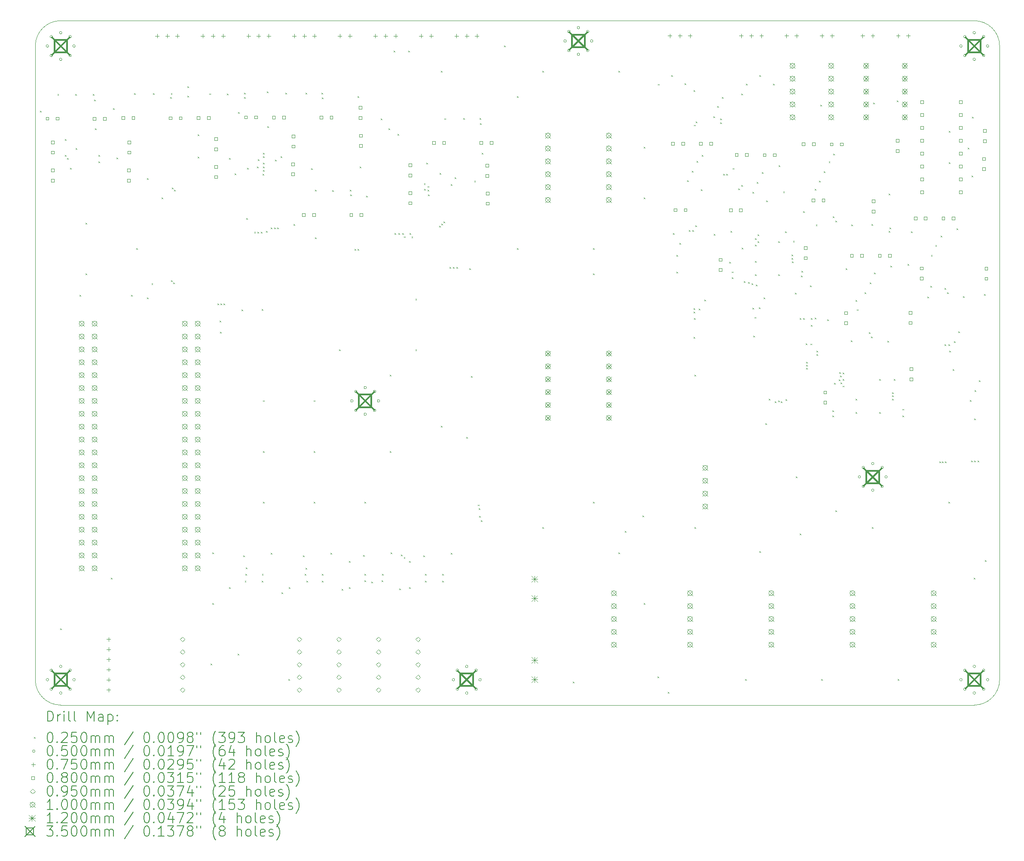
<source format=gbr>
%TF.GenerationSoftware,KiCad,Pcbnew,7.0.1*%
%TF.CreationDate,2023-06-27T00:25:03+02:00*%
%TF.ProjectId,Main board,4d61696e-2062-46f6-9172-642e6b696361,rev?*%
%TF.SameCoordinates,Original*%
%TF.FileFunction,Drillmap*%
%TF.FilePolarity,Positive*%
%FSLAX45Y45*%
G04 Gerber Fmt 4.5, Leading zero omitted, Abs format (unit mm)*
G04 Created by KiCad (PCBNEW 7.0.1) date 2023-06-27 00:25:03*
%MOMM*%
%LPD*%
G01*
G04 APERTURE LIST*
%ADD10C,0.100000*%
%ADD11C,0.200000*%
%ADD12C,0.025000*%
%ADD13C,0.050000*%
%ADD14C,0.075000*%
%ADD15C,0.080000*%
%ADD16C,0.095000*%
%ADD17C,0.120000*%
%ADD18C,0.350000*%
G04 APERTURE END LIST*
D10*
X23500000Y-18500000D02*
G75*
G03*
X24000000Y-18000000I0J500000D01*
G01*
X5000000Y-18000000D02*
G75*
G03*
X5500000Y-18500000I500000J0D01*
G01*
X5000000Y-18000000D02*
X5000000Y-5500000D01*
X5500000Y-5000000D02*
G75*
G03*
X5000000Y-5500000I0J-500000D01*
G01*
X23500000Y-18500000D02*
X5500000Y-18500000D01*
X5500000Y-5000000D02*
X23500000Y-5000000D01*
X24000000Y-5500000D02*
X24000000Y-18000000D01*
X24000000Y-5500000D02*
G75*
G03*
X23500000Y-5000000I-500000J0D01*
G01*
D11*
D12*
X5095000Y-6775000D02*
X5120000Y-6800000D01*
X5120000Y-6775000D02*
X5095000Y-6800000D01*
X5435000Y-6446250D02*
X5460000Y-6471250D01*
X5460000Y-6446250D02*
X5435000Y-6471250D01*
X5487500Y-16987500D02*
X5512500Y-17012500D01*
X5512500Y-16987500D02*
X5487500Y-17012500D01*
X5580000Y-7332961D02*
X5605000Y-7357961D01*
X5605000Y-7332961D02*
X5580000Y-7357961D01*
X5582500Y-7652500D02*
X5607500Y-7677500D01*
X5607500Y-7652500D02*
X5582500Y-7677500D01*
X5625000Y-7710000D02*
X5650000Y-7735000D01*
X5650000Y-7710000D02*
X5625000Y-7735000D01*
X5682500Y-7902500D02*
X5707500Y-7927500D01*
X5707500Y-7902500D02*
X5682500Y-7927500D01*
X5790000Y-6445000D02*
X5815000Y-6470000D01*
X5815000Y-6445000D02*
X5790000Y-6470000D01*
X5797500Y-7512500D02*
X5822500Y-7537500D01*
X5822500Y-7512500D02*
X5797500Y-7537500D01*
X5872450Y-10409162D02*
X5897450Y-10434162D01*
X5897450Y-10409162D02*
X5872450Y-10434162D01*
X5987500Y-8987500D02*
X6012500Y-9012500D01*
X6012500Y-8987500D02*
X5987500Y-9012500D01*
X5987500Y-9987500D02*
X6012500Y-10012500D01*
X6012500Y-9987500D02*
X5987500Y-10012500D01*
X6130000Y-6446250D02*
X6155000Y-6471250D01*
X6155000Y-6446250D02*
X6130000Y-6471250D01*
X6157500Y-6558750D02*
X6182500Y-6583750D01*
X6182500Y-6558750D02*
X6157500Y-6583750D01*
X6157500Y-6558750D02*
X6182500Y-6583750D01*
X6182500Y-6558750D02*
X6157500Y-6583750D01*
X6172500Y-7125000D02*
X6197500Y-7150000D01*
X6197500Y-7125000D02*
X6172500Y-7150000D01*
X6240000Y-7777500D02*
X6265000Y-7802500D01*
X6265000Y-7777500D02*
X6240000Y-7802500D01*
X6242500Y-7645000D02*
X6267500Y-7670000D01*
X6267500Y-7645000D02*
X6242500Y-7670000D01*
X6487500Y-15987500D02*
X6512500Y-16012500D01*
X6512500Y-15987500D02*
X6487500Y-16012500D01*
X6535000Y-6725000D02*
X6560000Y-6750000D01*
X6560000Y-6725000D02*
X6535000Y-6750000D01*
X6600000Y-7700000D02*
X6625000Y-7725000D01*
X6625000Y-7700000D02*
X6600000Y-7725000D01*
X6890000Y-10410000D02*
X6915000Y-10435000D01*
X6915000Y-10410000D02*
X6890000Y-10435000D01*
X6947500Y-6431250D02*
X6972500Y-6456250D01*
X6972500Y-6431250D02*
X6947500Y-6456250D01*
X6987500Y-9487500D02*
X7012500Y-9512500D01*
X7012500Y-9487500D02*
X6987500Y-9512500D01*
X7200000Y-8107500D02*
X7225000Y-8132500D01*
X7225000Y-8107500D02*
X7200000Y-8132500D01*
X7202500Y-10462500D02*
X7227500Y-10487500D01*
X7227500Y-10462500D02*
X7202500Y-10487500D01*
X7289126Y-10179950D02*
X7314126Y-10204950D01*
X7314126Y-10179950D02*
X7289126Y-10204950D01*
X7315000Y-6427500D02*
X7340000Y-6452500D01*
X7340000Y-6427500D02*
X7315000Y-6452500D01*
X7487500Y-8487500D02*
X7512500Y-8512500D01*
X7512500Y-8487500D02*
X7487500Y-8512500D01*
X7655000Y-6505000D02*
X7680000Y-6530000D01*
X7680000Y-6505000D02*
X7655000Y-6530000D01*
X7670000Y-6431250D02*
X7695000Y-6456250D01*
X7695000Y-6431250D02*
X7670000Y-6456250D01*
X7675000Y-10122500D02*
X7700000Y-10147500D01*
X7700000Y-10122500D02*
X7675000Y-10147500D01*
X7690000Y-8292500D02*
X7715000Y-8317500D01*
X7715000Y-8292500D02*
X7690000Y-8317500D01*
X7720000Y-10160000D02*
X7745000Y-10185000D01*
X7745000Y-10160000D02*
X7720000Y-10185000D01*
X7730000Y-8332500D02*
X7755000Y-8357500D01*
X7755000Y-8332500D02*
X7730000Y-8357500D01*
X7995000Y-6297500D02*
X8020000Y-6322500D01*
X8020000Y-6297500D02*
X7995000Y-6322500D01*
X7997500Y-6482500D02*
X8022500Y-6507500D01*
X8022500Y-6482500D02*
X7997500Y-6507500D01*
X8197500Y-7242500D02*
X8222500Y-7267500D01*
X8222500Y-7242500D02*
X8197500Y-7267500D01*
X8197500Y-7685000D02*
X8222500Y-7710000D01*
X8222500Y-7685000D02*
X8197500Y-7710000D01*
X8430000Y-6433750D02*
X8455000Y-6458750D01*
X8455000Y-6433750D02*
X8430000Y-6458750D01*
X8450000Y-17685000D02*
X8475000Y-17710000D01*
X8475000Y-17685000D02*
X8450000Y-17710000D01*
X8487500Y-15487500D02*
X8512500Y-15512500D01*
X8512500Y-15487500D02*
X8487500Y-15512500D01*
X8487500Y-16487500D02*
X8512500Y-16512500D01*
X8512500Y-16487500D02*
X8487500Y-16512500D01*
X8585000Y-10575000D02*
X8610000Y-10600000D01*
X8610000Y-10575000D02*
X8585000Y-10600000D01*
X8632500Y-10917500D02*
X8657500Y-10942500D01*
X8657500Y-10917500D02*
X8632500Y-10942500D01*
X8637500Y-11140000D02*
X8662500Y-11165000D01*
X8662500Y-11140000D02*
X8637500Y-11165000D01*
X8645000Y-10575000D02*
X8670000Y-10600000D01*
X8670000Y-10575000D02*
X8645000Y-10600000D01*
X8705000Y-10575000D02*
X8730000Y-10600000D01*
X8730000Y-10575000D02*
X8705000Y-10600000D01*
X8777500Y-6438750D02*
X8802500Y-6463750D01*
X8802500Y-6438750D02*
X8777500Y-6463750D01*
X8817500Y-7710000D02*
X8842500Y-7735000D01*
X8842500Y-7710000D02*
X8817500Y-7735000D01*
X8817500Y-16175000D02*
X8842500Y-16200000D01*
X8842500Y-16175000D02*
X8817500Y-16200000D01*
X8930000Y-8010000D02*
X8955000Y-8035000D01*
X8955000Y-8010000D02*
X8930000Y-8035000D01*
X8987500Y-17487500D02*
X9012500Y-17512500D01*
X9012500Y-17487500D02*
X8987500Y-17512500D01*
X8995000Y-6805000D02*
X9020000Y-6830000D01*
X9020000Y-6805000D02*
X8995000Y-6830000D01*
X9065000Y-10695000D02*
X9090000Y-10720000D01*
X9090000Y-10695000D02*
X9065000Y-10720000D01*
X9096250Y-15547511D02*
X9121250Y-15572511D01*
X9121250Y-15547511D02*
X9096250Y-15572511D01*
X9117500Y-6423750D02*
X9142500Y-6448750D01*
X9142500Y-6423750D02*
X9117500Y-6448750D01*
X9117500Y-6502500D02*
X9142500Y-6527500D01*
X9142500Y-6502500D02*
X9117500Y-6527500D01*
X9126250Y-16045000D02*
X9151250Y-16070000D01*
X9151250Y-16045000D02*
X9126250Y-16070000D01*
X9140000Y-15915000D02*
X9165000Y-15940000D01*
X9165000Y-15915000D02*
X9140000Y-15940000D01*
X9147500Y-15785000D02*
X9172500Y-15810000D01*
X9172500Y-15785000D02*
X9147500Y-15810000D01*
X9155000Y-8895000D02*
X9180000Y-8920000D01*
X9180000Y-8895000D02*
X9155000Y-8920000D01*
X9170000Y-7900000D02*
X9195000Y-7925000D01*
X9195000Y-7900000D02*
X9170000Y-7925000D01*
X9312500Y-9162500D02*
X9337500Y-9187500D01*
X9337500Y-9162500D02*
X9312500Y-9187500D01*
X9370000Y-7875000D02*
X9395000Y-7900000D01*
X9395000Y-7875000D02*
X9370000Y-7900000D01*
X9375000Y-9162500D02*
X9400000Y-9187500D01*
X9400000Y-9162500D02*
X9375000Y-9187500D01*
X9385000Y-7735000D02*
X9410000Y-7760000D01*
X9410000Y-7735000D02*
X9385000Y-7760000D01*
X9440000Y-9162500D02*
X9465000Y-9187500D01*
X9465000Y-9162500D02*
X9440000Y-9187500D01*
X9457500Y-10690000D02*
X9482500Y-10715000D01*
X9482500Y-10690000D02*
X9457500Y-10715000D01*
X9463750Y-16045011D02*
X9488750Y-16070011D01*
X9488750Y-16045011D02*
X9463750Y-16070011D01*
X9465000Y-15912500D02*
X9490000Y-15937500D01*
X9490000Y-15912500D02*
X9465000Y-15937500D01*
X9478856Y-8022820D02*
X9503856Y-8047820D01*
X9503856Y-8022820D02*
X9478856Y-8047820D01*
X9482213Y-7944845D02*
X9507213Y-7969845D01*
X9507213Y-7944845D02*
X9482213Y-7969845D01*
X9485000Y-7607500D02*
X9510000Y-7632500D01*
X9510000Y-7607500D02*
X9485000Y-7632500D01*
X9485000Y-7805000D02*
X9510000Y-7830000D01*
X9510000Y-7805000D02*
X9485000Y-7830000D01*
X9485000Y-7874950D02*
X9510000Y-7899950D01*
X9510000Y-7874950D02*
X9485000Y-7899950D01*
X9487500Y-7677500D02*
X9512500Y-7702500D01*
X9512500Y-7677500D02*
X9487500Y-7702500D01*
X9487500Y-12487500D02*
X9512500Y-12512500D01*
X9512500Y-12487500D02*
X9487500Y-12512500D01*
X9487500Y-13487500D02*
X9512500Y-13512500D01*
X9512500Y-13487500D02*
X9487500Y-13512500D01*
X9487500Y-14487500D02*
X9512500Y-14512500D01*
X9512500Y-14487500D02*
X9487500Y-14512500D01*
X9543457Y-9145950D02*
X9568457Y-9170950D01*
X9568457Y-9145950D02*
X9543457Y-9170950D01*
X9560000Y-6392500D02*
X9585000Y-6417500D01*
X9585000Y-6392500D02*
X9560000Y-6417500D01*
X9567500Y-7085000D02*
X9592500Y-7110000D01*
X9592500Y-7085000D02*
X9567500Y-7110000D01*
X9636250Y-15497511D02*
X9661250Y-15522511D01*
X9661250Y-15497511D02*
X9636250Y-15522511D01*
X9640000Y-9077500D02*
X9665000Y-9102500D01*
X9665000Y-9077500D02*
X9640000Y-9102500D01*
X9702500Y-9077500D02*
X9727500Y-9102500D01*
X9727500Y-9077500D02*
X9702500Y-9102500D01*
X9720000Y-7742500D02*
X9745000Y-7767500D01*
X9745000Y-7742500D02*
X9720000Y-7767500D01*
X9767500Y-9077500D02*
X9792500Y-9102500D01*
X9792500Y-9077500D02*
X9767500Y-9102500D01*
X9830000Y-7672500D02*
X9855000Y-7697500D01*
X9855000Y-7672500D02*
X9830000Y-7697500D01*
X9847500Y-16272500D02*
X9872500Y-16297500D01*
X9872500Y-16272500D02*
X9847500Y-16297500D01*
X9927500Y-6422500D02*
X9952500Y-6447500D01*
X9952500Y-6422500D02*
X9927500Y-6447500D01*
X9987500Y-17987500D02*
X10012500Y-18012500D01*
X10012500Y-17987500D02*
X9987500Y-18012500D01*
X9997500Y-16175000D02*
X10022500Y-16200000D01*
X10022500Y-16175000D02*
X9997500Y-16200000D01*
X10090000Y-9010000D02*
X10115000Y-9035000D01*
X10115000Y-9010000D02*
X10090000Y-9035000D01*
X10276569Y-15547511D02*
X10301569Y-15572511D01*
X10301569Y-15547511D02*
X10276569Y-15572511D01*
X10310000Y-15915000D02*
X10335000Y-15940000D01*
X10335000Y-15915000D02*
X10310000Y-15940000D01*
X10322500Y-15792500D02*
X10347500Y-15817500D01*
X10347500Y-15792500D02*
X10322500Y-15817500D01*
X10325000Y-6417500D02*
X10350000Y-6442500D01*
X10350000Y-6417500D02*
X10325000Y-6442500D01*
X10341569Y-16045011D02*
X10366569Y-16070011D01*
X10366569Y-16045011D02*
X10341569Y-16070011D01*
X10432500Y-7915000D02*
X10457500Y-7940000D01*
X10457500Y-7915000D02*
X10432500Y-7940000D01*
X10487500Y-12487500D02*
X10512500Y-12512500D01*
X10512500Y-12487500D02*
X10487500Y-12512500D01*
X10487500Y-13487500D02*
X10512500Y-13512500D01*
X10512500Y-13487500D02*
X10487500Y-13512500D01*
X10487500Y-14487500D02*
X10512500Y-14512500D01*
X10512500Y-14487500D02*
X10487500Y-14512500D01*
X10510218Y-8336250D02*
X10535218Y-8361250D01*
X10535218Y-8336250D02*
X10510218Y-8361250D01*
X10512500Y-9277500D02*
X10537500Y-9302500D01*
X10537500Y-9277500D02*
X10512500Y-9302500D01*
X10640000Y-6420000D02*
X10665000Y-6445000D01*
X10665000Y-6420000D02*
X10640000Y-6445000D01*
X10642500Y-6517500D02*
X10667500Y-6542500D01*
X10667500Y-6517500D02*
X10642500Y-6542500D01*
X10645319Y-15915011D02*
X10670319Y-15940011D01*
X10670319Y-15915011D02*
X10645319Y-15940011D01*
X10646250Y-16045000D02*
X10671250Y-16070000D01*
X10671250Y-16045000D02*
X10646250Y-16070000D01*
X10816569Y-15497511D02*
X10841569Y-15522511D01*
X10841569Y-15497511D02*
X10816569Y-15522511D01*
X10852500Y-8341250D02*
X10877500Y-8366250D01*
X10877500Y-8341250D02*
X10852500Y-8366250D01*
X10987500Y-11487500D02*
X11012500Y-11512500D01*
X11012500Y-11487500D02*
X10987500Y-11512500D01*
X11035000Y-16205000D02*
X11060000Y-16230000D01*
X11060000Y-16205000D02*
X11035000Y-16230000D01*
X11177500Y-15655000D02*
X11202500Y-15680000D01*
X11202500Y-15655000D02*
X11177500Y-15680000D01*
X11177500Y-16177500D02*
X11202500Y-16202500D01*
X11202500Y-16177500D02*
X11177500Y-16202500D01*
X11197500Y-8337500D02*
X11222500Y-8362500D01*
X11222500Y-8337500D02*
X11197500Y-8362500D01*
X11205254Y-8425849D02*
X11230254Y-8450849D01*
X11230254Y-8425849D02*
X11205254Y-8450849D01*
X11290000Y-9500000D02*
X11315000Y-9525000D01*
X11315000Y-9500000D02*
X11290000Y-9525000D01*
X11345000Y-9502500D02*
X11370000Y-9527500D01*
X11370000Y-9502500D02*
X11345000Y-9527500D01*
X11352500Y-6490000D02*
X11377500Y-6515000D01*
X11377500Y-6490000D02*
X11352500Y-6515000D01*
X11392500Y-7880000D02*
X11417500Y-7905000D01*
X11417500Y-7880000D02*
X11392500Y-7905000D01*
X11457500Y-15542500D02*
X11482500Y-15567500D01*
X11482500Y-15542500D02*
X11457500Y-15567500D01*
X11487000Y-16042500D02*
X11512000Y-16067500D01*
X11512000Y-16042500D02*
X11487000Y-16067500D01*
X11487500Y-14487500D02*
X11512500Y-14512500D01*
X11512500Y-14487500D02*
X11487500Y-14512500D01*
X11487500Y-15910000D02*
X11512500Y-15935000D01*
X11512500Y-15910000D02*
X11487500Y-15935000D01*
X11520000Y-8455000D02*
X11545000Y-8480000D01*
X11545000Y-8455000D02*
X11520000Y-8480000D01*
X11617500Y-16062500D02*
X11642500Y-16087500D01*
X11642500Y-16062500D02*
X11617500Y-16087500D01*
X11802800Y-6928125D02*
X11827800Y-6953125D01*
X11827800Y-6928125D02*
X11802800Y-6953125D01*
X11827000Y-16042500D02*
X11852000Y-16067500D01*
X11852000Y-16042500D02*
X11827000Y-16067500D01*
X11827500Y-15912500D02*
X11852500Y-15937500D01*
X11852500Y-15912500D02*
X11827500Y-15937500D01*
X11956893Y-7121045D02*
X11981893Y-7146045D01*
X11981893Y-7121045D02*
X11956893Y-7146045D01*
X11987500Y-11987500D02*
X12012500Y-12012500D01*
X12012500Y-11987500D02*
X11987500Y-12012500D01*
X11987500Y-13487500D02*
X12012500Y-13512500D01*
X12012500Y-13487500D02*
X11987500Y-13512500D01*
X11997530Y-15492470D02*
X12022530Y-15517470D01*
X12022530Y-15492470D02*
X11997530Y-15517470D01*
X12058500Y-5587500D02*
X12083500Y-5612500D01*
X12083500Y-5587500D02*
X12058500Y-5612500D01*
X12080000Y-9190000D02*
X12105000Y-9215000D01*
X12105000Y-9190000D02*
X12080000Y-9215000D01*
X12136250Y-7232500D02*
X12161250Y-7257500D01*
X12161250Y-7232500D02*
X12136250Y-7257500D01*
X12149890Y-9187088D02*
X12174890Y-9212088D01*
X12174890Y-9187088D02*
X12149890Y-9212088D01*
X12170000Y-16200000D02*
X12195000Y-16225000D01*
X12195000Y-16200000D02*
X12170000Y-16225000D01*
X12201425Y-15532500D02*
X12226425Y-15557500D01*
X12226425Y-15532500D02*
X12201425Y-15557500D01*
X12230000Y-9190000D02*
X12255000Y-9215000D01*
X12255000Y-9190000D02*
X12230000Y-9215000D01*
X12258875Y-15585000D02*
X12283875Y-15610000D01*
X12283875Y-15585000D02*
X12258875Y-15610000D01*
X12260270Y-9253062D02*
X12285270Y-9278062D01*
X12285270Y-9253062D02*
X12260270Y-9278062D01*
X12347500Y-5592500D02*
X12372500Y-5617500D01*
X12372500Y-5592500D02*
X12347500Y-5617500D01*
X12362500Y-16177500D02*
X12387500Y-16202500D01*
X12387500Y-16177500D02*
X12362500Y-16202500D01*
X12367500Y-15657500D02*
X12392500Y-15682500D01*
X12392500Y-15657500D02*
X12367500Y-15682500D01*
X12372500Y-9190000D02*
X12397500Y-9215000D01*
X12397500Y-9190000D02*
X12372500Y-9215000D01*
X12411486Y-9255087D02*
X12436486Y-9280087D01*
X12436486Y-9255087D02*
X12411486Y-9280087D01*
X12487500Y-10487500D02*
X12512500Y-10512500D01*
X12512500Y-10487500D02*
X12487500Y-10512500D01*
X12487500Y-11487500D02*
X12512500Y-11512500D01*
X12512500Y-11487500D02*
X12487500Y-11512500D01*
X12647500Y-15548000D02*
X12672500Y-15573000D01*
X12672500Y-15548000D02*
X12647500Y-15573000D01*
X12656985Y-8210050D02*
X12681985Y-8235050D01*
X12681985Y-8210050D02*
X12656985Y-8235050D01*
X12664787Y-8314950D02*
X12689787Y-8339950D01*
X12689787Y-8314950D02*
X12664787Y-8339950D01*
X12680000Y-15915000D02*
X12705000Y-15940000D01*
X12705000Y-15915000D02*
X12680000Y-15940000D01*
X12680000Y-16045000D02*
X12705000Y-16070000D01*
X12705000Y-16045000D02*
X12680000Y-16070000D01*
X12702500Y-7800000D02*
X12727500Y-7825000D01*
X12727500Y-7800000D02*
X12702500Y-7825000D01*
X12732500Y-8262500D02*
X12757500Y-8287500D01*
X12757500Y-8262500D02*
X12732500Y-8287500D01*
X12732500Y-8332500D02*
X12757500Y-8357500D01*
X12757500Y-8332500D02*
X12732500Y-8357500D01*
X12737500Y-8427500D02*
X12762500Y-8452500D01*
X12762500Y-8427500D02*
X12737500Y-8452500D01*
X12958338Y-9048338D02*
X12983338Y-9073338D01*
X12983338Y-9048338D02*
X12958338Y-9073338D01*
X12962500Y-8005000D02*
X12987500Y-8030000D01*
X12987500Y-8005000D02*
X12962500Y-8030000D01*
X12987500Y-5987500D02*
X13012500Y-6012500D01*
X13012500Y-5987500D02*
X12987500Y-6012500D01*
X12987500Y-12987500D02*
X13012500Y-13012500D01*
X13012500Y-12987500D02*
X12987500Y-13012500D01*
X13000838Y-9005838D02*
X13025838Y-9030838D01*
X13025838Y-9005838D02*
X13000838Y-9030838D01*
X13018750Y-15912500D02*
X13043750Y-15937500D01*
X13043750Y-15912500D02*
X13018750Y-15937500D01*
X13020000Y-16045000D02*
X13045000Y-16070000D01*
X13045000Y-16045000D02*
X13020000Y-16070000D01*
X13042088Y-8964588D02*
X13067088Y-8989588D01*
X13067088Y-8964588D02*
X13042088Y-8989588D01*
X13060000Y-6925000D02*
X13085000Y-6950000D01*
X13085000Y-6925000D02*
X13060000Y-6950000D01*
X13162500Y-9862500D02*
X13187500Y-9887500D01*
X13187500Y-9862500D02*
X13162500Y-9887500D01*
X13187500Y-8227500D02*
X13212500Y-8252500D01*
X13212500Y-8227500D02*
X13187500Y-8252500D01*
X13187530Y-15497970D02*
X13212530Y-15522970D01*
X13212530Y-15497970D02*
X13187530Y-15522970D01*
X13227500Y-9862500D02*
X13252500Y-9887500D01*
X13252500Y-9862500D02*
X13227500Y-9887500D01*
X13260000Y-8090000D02*
X13285000Y-8115000D01*
X13285000Y-8090000D02*
X13260000Y-8115000D01*
X13292500Y-9862500D02*
X13317500Y-9887500D01*
X13317500Y-9862500D02*
X13292500Y-9887500D01*
X13430000Y-6919000D02*
X13455000Y-6944000D01*
X13455000Y-6919000D02*
X13430000Y-6944000D01*
X13487500Y-13212500D02*
X13512500Y-13237500D01*
X13512500Y-13212500D02*
X13487500Y-13237500D01*
X13550000Y-9887500D02*
X13575000Y-9912500D01*
X13575000Y-9887500D02*
X13550000Y-9912500D01*
X13587500Y-12012500D02*
X13612500Y-12037500D01*
X13612500Y-12012500D02*
X13587500Y-12037500D01*
X13647500Y-8160000D02*
X13672500Y-8185000D01*
X13672500Y-8160000D02*
X13647500Y-8185000D01*
X13722500Y-14545000D02*
X13747500Y-14570000D01*
X13747500Y-14545000D02*
X13722500Y-14570000D01*
X13740000Y-14620000D02*
X13765000Y-14645000D01*
X13765000Y-14620000D02*
X13740000Y-14645000D01*
X13745000Y-14772500D02*
X13770000Y-14797500D01*
X13770000Y-14772500D02*
X13745000Y-14797500D01*
X13755000Y-6921500D02*
X13780000Y-6946500D01*
X13780000Y-6921500D02*
X13755000Y-6946500D01*
X13762866Y-7021140D02*
X13787866Y-7046140D01*
X13787866Y-7021140D02*
X13762866Y-7046140D01*
X13775000Y-14852500D02*
X13800000Y-14877500D01*
X13800000Y-14852500D02*
X13775000Y-14877500D01*
X13799235Y-7609502D02*
X13824235Y-7634502D01*
X13824235Y-7609502D02*
X13799235Y-7634502D01*
X14237500Y-5487500D02*
X14262500Y-5512500D01*
X14262500Y-5487500D02*
X14237500Y-5512500D01*
X14487500Y-6487500D02*
X14512500Y-6512500D01*
X14512500Y-6487500D02*
X14487500Y-6512500D01*
X14487500Y-9487500D02*
X14512500Y-9512500D01*
X14512500Y-9487500D02*
X14487500Y-9512500D01*
X14987500Y-5987500D02*
X15012500Y-6012500D01*
X15012500Y-5987500D02*
X14987500Y-6012500D01*
X14987500Y-14987500D02*
X15012500Y-15012500D01*
X15012500Y-14987500D02*
X14987500Y-15012500D01*
X15587500Y-18037500D02*
X15612500Y-18062500D01*
X15612500Y-18037500D02*
X15587500Y-18062500D01*
X15987500Y-9487500D02*
X16012500Y-9512500D01*
X16012500Y-9487500D02*
X15987500Y-9512500D01*
X15987500Y-9987500D02*
X16012500Y-10012500D01*
X16012500Y-9987500D02*
X15987500Y-10012500D01*
X15987500Y-14487500D02*
X16012500Y-14512500D01*
X16012500Y-14487500D02*
X15987500Y-14512500D01*
X16487500Y-5987500D02*
X16512500Y-6012500D01*
X16512500Y-5987500D02*
X16487500Y-6012500D01*
X16487500Y-15487500D02*
X16512500Y-15512500D01*
X16512500Y-15487500D02*
X16487500Y-15512500D01*
X16612500Y-15062500D02*
X16637500Y-15087500D01*
X16637500Y-15062500D02*
X16612500Y-15087500D01*
X16962500Y-14762500D02*
X16987500Y-14787500D01*
X16987500Y-14762500D02*
X16962500Y-14787500D01*
X16987500Y-7487500D02*
X17012500Y-7512500D01*
X17012500Y-7487500D02*
X16987500Y-7512500D01*
X16987500Y-8487500D02*
X17012500Y-8512500D01*
X17012500Y-8487500D02*
X16987500Y-8512500D01*
X16987500Y-16487500D02*
X17012500Y-16512500D01*
X17012500Y-16487500D02*
X16987500Y-16512500D01*
X17262500Y-17937500D02*
X17287500Y-17962500D01*
X17287500Y-17937500D02*
X17262500Y-17962500D01*
X17265000Y-6247500D02*
X17290000Y-6272500D01*
X17290000Y-6247500D02*
X17265000Y-6272500D01*
X17462500Y-18237500D02*
X17487500Y-18262500D01*
X17487500Y-18237500D02*
X17462500Y-18262500D01*
X17527500Y-6070000D02*
X17552500Y-6095000D01*
X17552500Y-6070000D02*
X17527500Y-6095000D01*
X17565000Y-9187050D02*
X17590000Y-9212050D01*
X17590000Y-9187050D02*
X17565000Y-9212050D01*
X17627500Y-9622500D02*
X17652500Y-9647500D01*
X17652500Y-9622500D02*
X17627500Y-9647500D01*
X17635000Y-9955000D02*
X17660000Y-9980000D01*
X17660000Y-9955000D02*
X17635000Y-9980000D01*
X17690000Y-9387500D02*
X17715000Y-9412500D01*
X17715000Y-9387500D02*
X17690000Y-9412500D01*
X17795000Y-6237550D02*
X17820000Y-6262550D01*
X17820000Y-6237550D02*
X17795000Y-6262550D01*
X17840000Y-8148000D02*
X17865000Y-8173000D01*
X17865000Y-8148000D02*
X17840000Y-8173000D01*
X17876800Y-9131461D02*
X17901800Y-9156461D01*
X17901800Y-9131461D02*
X17876800Y-9156461D01*
X17935000Y-7958000D02*
X17960000Y-7983000D01*
X17960000Y-7958000D02*
X17935000Y-7983000D01*
X17946583Y-9126631D02*
X17971583Y-9151631D01*
X17971583Y-9126631D02*
X17946583Y-9151631D01*
X17967500Y-10737500D02*
X17992500Y-10762500D01*
X17992500Y-10737500D02*
X17967500Y-10762500D01*
X17967500Y-11235000D02*
X17992500Y-11260000D01*
X17992500Y-11235000D02*
X17967500Y-11260000D01*
X17970000Y-6370000D02*
X17995000Y-6395000D01*
X17995000Y-6370000D02*
X17970000Y-6395000D01*
X17970412Y-10667610D02*
X17995412Y-10692610D01*
X17995412Y-10667610D02*
X17970412Y-10692610D01*
X17977082Y-7051721D02*
X18002082Y-7076721D01*
X18002082Y-7051721D02*
X17977082Y-7076721D01*
X17980000Y-10867500D02*
X18005000Y-10892500D01*
X18005000Y-10867500D02*
X17980000Y-10892500D01*
X17987500Y-11987500D02*
X18012500Y-12012500D01*
X18012500Y-11987500D02*
X17987500Y-12012500D01*
X17987500Y-14987500D02*
X18012500Y-15012500D01*
X18012500Y-14987500D02*
X17987500Y-15012500D01*
X18001030Y-9039537D02*
X18026030Y-9064537D01*
X18026030Y-9039537D02*
X18001030Y-9064537D01*
X18010000Y-6990000D02*
X18035000Y-7015000D01*
X18035000Y-6990000D02*
X18010000Y-7015000D01*
X18030000Y-7765500D02*
X18055000Y-7790500D01*
X18055000Y-7765500D02*
X18030000Y-7790500D01*
X18075000Y-10677500D02*
X18100000Y-10702500D01*
X18100000Y-10677500D02*
X18075000Y-10702500D01*
X18117500Y-8322500D02*
X18142500Y-8347500D01*
X18142500Y-8322500D02*
X18117500Y-8347500D01*
X18132500Y-7652500D02*
X18157500Y-7677500D01*
X18157500Y-7652500D02*
X18132500Y-7677500D01*
X18180693Y-10503193D02*
X18205693Y-10528193D01*
X18205693Y-10503193D02*
X18180693Y-10528193D01*
X18357500Y-6890000D02*
X18382500Y-6915000D01*
X18382500Y-6890000D02*
X18357500Y-6915000D01*
X18363817Y-9203500D02*
X18388817Y-9228500D01*
X18388817Y-9203500D02*
X18363817Y-9228500D01*
X18437500Y-6685000D02*
X18462500Y-6710000D01*
X18462500Y-6685000D02*
X18437500Y-6710000D01*
X18492500Y-6932500D02*
X18517500Y-6957500D01*
X18517500Y-6932500D02*
X18492500Y-6957500D01*
X18492500Y-7002450D02*
X18517500Y-7027450D01*
X18517500Y-7002450D02*
X18492500Y-7027450D01*
X18525000Y-6509500D02*
X18550000Y-6534500D01*
X18550000Y-6509500D02*
X18525000Y-6534500D01*
X18557500Y-8020000D02*
X18582500Y-8045000D01*
X18582500Y-8020000D02*
X18557500Y-8045000D01*
X18615000Y-8020000D02*
X18640000Y-8045000D01*
X18640000Y-8020000D02*
X18615000Y-8045000D01*
X18672500Y-9760000D02*
X18697500Y-9785000D01*
X18697500Y-9760000D02*
X18672500Y-9785000D01*
X18700000Y-9147500D02*
X18725000Y-9172500D01*
X18725000Y-9147500D02*
X18700000Y-9172500D01*
X18720000Y-9947500D02*
X18745000Y-9972500D01*
X18745000Y-9947500D02*
X18720000Y-9972500D01*
X18720000Y-10065000D02*
X18745000Y-10090000D01*
X18745000Y-10065000D02*
X18720000Y-10090000D01*
X18742500Y-7906860D02*
X18767500Y-7931860D01*
X18767500Y-7906860D02*
X18742500Y-7931860D01*
X18853109Y-8307023D02*
X18878109Y-8332023D01*
X18878109Y-8307023D02*
X18853109Y-8332023D01*
X18907500Y-8245000D02*
X18932500Y-8270000D01*
X18932500Y-8245000D02*
X18907500Y-8270000D01*
X18910000Y-6435000D02*
X18935000Y-6460000D01*
X18935000Y-6435000D02*
X18910000Y-6460000D01*
X18917500Y-9480000D02*
X18942500Y-9505000D01*
X18942500Y-9480000D02*
X18917500Y-9505000D01*
X18960000Y-10135000D02*
X18985000Y-10160000D01*
X18985000Y-10135000D02*
X18960000Y-10160000D01*
X18987500Y-17987500D02*
X19012500Y-18012500D01*
X19012500Y-17987500D02*
X18987500Y-18012500D01*
X19002500Y-6245000D02*
X19027500Y-6270000D01*
X19027500Y-6245000D02*
X19002500Y-6270000D01*
X19047500Y-10155000D02*
X19072500Y-10180000D01*
X19072500Y-10155000D02*
X19047500Y-10180000D01*
X19112500Y-10182500D02*
X19137500Y-10207500D01*
X19137500Y-10182500D02*
X19112500Y-10207500D01*
X19132500Y-8373860D02*
X19157500Y-8398860D01*
X19157500Y-8373860D02*
X19132500Y-8398860D01*
X19132500Y-10660000D02*
X19157500Y-10685000D01*
X19157500Y-10660000D02*
X19132500Y-10685000D01*
X19150000Y-11215000D02*
X19175000Y-11240000D01*
X19175000Y-11215000D02*
X19150000Y-11240000D01*
X19170000Y-10845000D02*
X19195000Y-10870000D01*
X19195000Y-10845000D02*
X19170000Y-10870000D01*
X19177500Y-9287500D02*
X19202500Y-9312500D01*
X19202500Y-9287500D02*
X19177500Y-9312500D01*
X19177500Y-9415000D02*
X19202500Y-9440000D01*
X19202500Y-9415000D02*
X19177500Y-9440000D01*
X19177500Y-9740000D02*
X19202500Y-9765000D01*
X19202500Y-9740000D02*
X19177500Y-9765000D01*
X19177500Y-10000000D02*
X19202500Y-10025000D01*
X19202500Y-10000000D02*
X19177500Y-10025000D01*
X19195000Y-10205000D02*
X19220000Y-10230000D01*
X19220000Y-10205000D02*
X19195000Y-10230000D01*
X19217500Y-8181360D02*
X19242500Y-8206360D01*
X19242500Y-8181360D02*
X19217500Y-8206360D01*
X19227500Y-9215000D02*
X19252500Y-9240000D01*
X19252500Y-9215000D02*
X19227500Y-9240000D01*
X19227500Y-9350000D02*
X19252500Y-9375000D01*
X19252500Y-9350000D02*
X19227500Y-9375000D01*
X19260000Y-10655000D02*
X19285000Y-10680000D01*
X19285000Y-10655000D02*
X19260000Y-10680000D01*
X19262500Y-15462500D02*
X19287500Y-15487500D01*
X19287500Y-15462500D02*
X19262500Y-15487500D01*
X19264375Y-6070000D02*
X19289375Y-6095000D01*
X19289375Y-6070000D02*
X19264375Y-6095000D01*
X19320000Y-7991360D02*
X19345000Y-8016360D01*
X19345000Y-7991360D02*
X19320000Y-8016360D01*
X19347500Y-10462500D02*
X19372500Y-10487500D01*
X19372500Y-10462500D02*
X19347500Y-10487500D01*
X19380000Y-12942500D02*
X19405000Y-12967500D01*
X19405000Y-12942500D02*
X19380000Y-12967500D01*
X19397500Y-8550000D02*
X19422500Y-8575000D01*
X19422500Y-8550000D02*
X19397500Y-8575000D01*
X19450000Y-12460000D02*
X19475000Y-12485000D01*
X19475000Y-12460000D02*
X19450000Y-12485000D01*
X19535000Y-6245000D02*
X19560000Y-6270000D01*
X19560000Y-6245000D02*
X19535000Y-6270000D01*
X19572500Y-12505000D02*
X19597500Y-12530000D01*
X19597500Y-12505000D02*
X19572500Y-12530000D01*
X19635000Y-12490000D02*
X19660000Y-12515000D01*
X19660000Y-12490000D02*
X19635000Y-12515000D01*
X19637500Y-9350000D02*
X19662500Y-9375000D01*
X19662500Y-9350000D02*
X19637500Y-9375000D01*
X19637500Y-10000000D02*
X19662500Y-10025000D01*
X19662500Y-10000000D02*
X19637500Y-10025000D01*
X19647500Y-7850000D02*
X19672500Y-7875000D01*
X19672500Y-7850000D02*
X19647500Y-7875000D01*
X19690000Y-12505000D02*
X19715000Y-12530000D01*
X19715000Y-12505000D02*
X19690000Y-12530000D01*
X19735000Y-8370000D02*
X19760000Y-8395000D01*
X19760000Y-8370000D02*
X19735000Y-8395000D01*
X19770000Y-9155000D02*
X19795000Y-9180000D01*
X19795000Y-9155000D02*
X19770000Y-9180000D01*
X19780000Y-12465000D02*
X19805000Y-12490000D01*
X19805000Y-12465000D02*
X19780000Y-12490000D01*
X19897235Y-9677528D02*
X19922235Y-9702528D01*
X19922235Y-9677528D02*
X19897235Y-9702528D01*
X19897500Y-9612500D02*
X19922500Y-9637500D01*
X19922500Y-9612500D02*
X19897500Y-9637500D01*
X19904698Y-9747079D02*
X19929698Y-9772079D01*
X19929698Y-9747079D02*
X19904698Y-9772079D01*
X19930000Y-9345000D02*
X19955000Y-9370000D01*
X19955000Y-9345000D02*
X19930000Y-9370000D01*
X19964989Y-10362500D02*
X19989989Y-10387500D01*
X19989989Y-10362500D02*
X19964989Y-10387500D01*
X19987500Y-13987500D02*
X20012500Y-14012500D01*
X20012500Y-13987500D02*
X19987500Y-14012500D01*
X20062500Y-10867500D02*
X20087500Y-10892500D01*
X20087500Y-10867500D02*
X20062500Y-10892500D01*
X20062500Y-15112500D02*
X20087500Y-15137500D01*
X20087500Y-15112500D02*
X20062500Y-15137500D01*
X20082500Y-10030000D02*
X20107500Y-10055000D01*
X20107500Y-10030000D02*
X20082500Y-10055000D01*
X20095000Y-9937500D02*
X20120000Y-9962500D01*
X20120000Y-9937500D02*
X20095000Y-9962500D01*
X20132500Y-8760000D02*
X20157500Y-8785000D01*
X20157500Y-8760000D02*
X20132500Y-8785000D01*
X20132500Y-10865000D02*
X20157500Y-10890000D01*
X20157500Y-10865000D02*
X20132500Y-10890000D01*
X20177489Y-11367500D02*
X20202489Y-11392500D01*
X20202489Y-11367500D02*
X20177489Y-11392500D01*
X20187500Y-11727500D02*
X20212500Y-11752500D01*
X20212500Y-11727500D02*
X20187500Y-11752500D01*
X20187500Y-11785000D02*
X20212500Y-11810000D01*
X20212500Y-11785000D02*
X20187500Y-11810000D01*
X20187500Y-11847500D02*
X20212500Y-11872500D01*
X20212500Y-11847500D02*
X20187500Y-11872500D01*
X20262500Y-10225000D02*
X20287500Y-10250000D01*
X20287500Y-10225000D02*
X20262500Y-10250000D01*
X20272489Y-11370000D02*
X20297489Y-11395000D01*
X20297489Y-11370000D02*
X20272489Y-11395000D01*
X20282500Y-10865000D02*
X20307500Y-10890000D01*
X20307500Y-10865000D02*
X20282500Y-10890000D01*
X20282500Y-10997500D02*
X20307500Y-11022500D01*
X20307500Y-10997500D02*
X20282500Y-11022500D01*
X20355000Y-8315000D02*
X20380000Y-8340000D01*
X20380000Y-8315000D02*
X20355000Y-8340000D01*
X20360000Y-10855000D02*
X20385000Y-10880000D01*
X20385000Y-10855000D02*
X20360000Y-10880000D01*
X20378472Y-9024136D02*
X20403472Y-9049136D01*
X20403472Y-9024136D02*
X20378472Y-9049136D01*
X20390000Y-11507500D02*
X20415000Y-11532500D01*
X20415000Y-11507500D02*
X20390000Y-11532500D01*
X20390000Y-11577450D02*
X20415000Y-11602450D01*
X20415000Y-11577450D02*
X20390000Y-11602450D01*
X20442500Y-8159000D02*
X20467500Y-8184000D01*
X20467500Y-8159000D02*
X20442500Y-8184000D01*
X20465000Y-6660000D02*
X20490000Y-6685000D01*
X20490000Y-6660000D02*
X20465000Y-6685000D01*
X20487500Y-17987500D02*
X20512500Y-18012500D01*
X20512500Y-17987500D02*
X20487500Y-18012500D01*
X20537500Y-7969000D02*
X20562500Y-7994000D01*
X20562500Y-7969000D02*
X20537500Y-7994000D01*
X20604989Y-10890000D02*
X20629989Y-10915000D01*
X20629989Y-10890000D02*
X20604989Y-10915000D01*
X20632500Y-7776500D02*
X20657500Y-7801500D01*
X20657500Y-7776500D02*
X20632500Y-7801500D01*
X20707500Y-12690000D02*
X20732500Y-12715000D01*
X20732500Y-12690000D02*
X20707500Y-12715000D01*
X20707901Y-12784390D02*
X20732901Y-12809390D01*
X20732901Y-12784390D02*
X20707901Y-12809390D01*
X20715618Y-8857879D02*
X20740618Y-8882879D01*
X20740618Y-8857879D02*
X20715618Y-8882879D01*
X20722500Y-7622500D02*
X20747500Y-7647500D01*
X20747500Y-7622500D02*
X20722500Y-7647500D01*
X20735000Y-12142500D02*
X20760000Y-12167500D01*
X20760000Y-12142500D02*
X20735000Y-12167500D01*
X20762500Y-14662500D02*
X20787500Y-14687500D01*
X20787500Y-14662500D02*
X20762500Y-14687500D01*
X20766500Y-8943761D02*
X20791500Y-8968761D01*
X20791500Y-8943761D02*
X20766500Y-8968761D01*
X20834825Y-12073257D02*
X20859825Y-12098257D01*
X20859825Y-12073257D02*
X20834825Y-12098257D01*
X20836307Y-11936685D02*
X20861307Y-11961685D01*
X20861307Y-11936685D02*
X20836307Y-11961685D01*
X20860000Y-12002500D02*
X20885000Y-12027500D01*
X20885000Y-12002500D02*
X20860000Y-12027500D01*
X20862500Y-12137500D02*
X20887500Y-12162500D01*
X20887500Y-12137500D02*
X20862500Y-12162500D01*
X20905000Y-12069329D02*
X20930000Y-12094329D01*
X20930000Y-12069329D02*
X20905000Y-12094329D01*
X20905401Y-12199390D02*
X20930401Y-12224390D01*
X20930401Y-12199390D02*
X20905401Y-12224390D01*
X20907500Y-11942500D02*
X20932500Y-11967500D01*
X20932500Y-11942500D02*
X20907500Y-11967500D01*
X20964261Y-9887511D02*
X20989261Y-9912511D01*
X20989261Y-9887511D02*
X20964261Y-9912511D01*
X21070000Y-11310000D02*
X21095000Y-11335000D01*
X21095000Y-11310000D02*
X21070000Y-11335000D01*
X21081067Y-9022250D02*
X21106067Y-9047250D01*
X21106067Y-9022250D02*
X21081067Y-9047250D01*
X21160000Y-10507500D02*
X21185000Y-10532500D01*
X21185000Y-10507500D02*
X21160000Y-10532500D01*
X21165401Y-12459390D02*
X21190401Y-12484390D01*
X21190401Y-12459390D02*
X21165401Y-12484390D01*
X21165401Y-12719390D02*
X21190401Y-12744390D01*
X21190401Y-12719390D02*
X21165401Y-12744390D01*
X21187500Y-10692500D02*
X21212500Y-10717500D01*
X21212500Y-10692500D02*
X21187500Y-10717500D01*
X21340000Y-10355000D02*
X21365000Y-10380000D01*
X21365000Y-10355000D02*
X21340000Y-10380000D01*
X21422612Y-11146362D02*
X21447612Y-11171362D01*
X21447612Y-11146362D02*
X21422612Y-11171362D01*
X21442500Y-10165000D02*
X21467500Y-10190000D01*
X21467500Y-10165000D02*
X21442500Y-10190000D01*
X21468750Y-11230000D02*
X21493750Y-11255000D01*
X21493750Y-11230000D02*
X21468750Y-11255000D01*
X21475000Y-9015000D02*
X21500000Y-9040000D01*
X21500000Y-9015000D02*
X21475000Y-9040000D01*
X21487500Y-14987500D02*
X21512500Y-15012500D01*
X21512500Y-14987500D02*
X21487500Y-15012500D01*
X21511037Y-6612450D02*
X21536037Y-6637450D01*
X21536037Y-6612450D02*
X21511037Y-6637450D01*
X21527500Y-9972500D02*
X21552500Y-9997500D01*
X21552500Y-9972500D02*
X21527500Y-9997500D01*
X21625401Y-12069390D02*
X21650401Y-12094390D01*
X21650401Y-12069390D02*
X21625401Y-12094390D01*
X21625401Y-12719390D02*
X21650401Y-12744390D01*
X21650401Y-12719390D02*
X21625401Y-12744390D01*
X21787806Y-11310989D02*
X21812806Y-11335989D01*
X21812806Y-11310989D02*
X21787806Y-11335989D01*
X21812133Y-9146920D02*
X21837133Y-9171920D01*
X21837133Y-9146920D02*
X21812133Y-9171920D01*
X21815000Y-8412500D02*
X21840000Y-8437500D01*
X21840000Y-8412500D02*
X21815000Y-8437500D01*
X21832500Y-9080000D02*
X21857500Y-9105000D01*
X21857500Y-9080000D02*
X21832500Y-9105000D01*
X21850000Y-9830000D02*
X21875000Y-9855000D01*
X21875000Y-9830000D02*
X21850000Y-9855000D01*
X21884913Y-12389441D02*
X21909913Y-12414441D01*
X21909913Y-12389441D02*
X21884913Y-12414441D01*
X21885000Y-12327500D02*
X21910000Y-12352500D01*
X21910000Y-12327500D02*
X21885000Y-12352500D01*
X21885401Y-12459390D02*
X21910401Y-12484390D01*
X21910401Y-12459390D02*
X21885401Y-12484390D01*
X21917901Y-12064390D02*
X21942901Y-12089390D01*
X21942901Y-12064390D02*
X21917901Y-12089390D01*
X21974300Y-6575046D02*
X21999300Y-6600046D01*
X21999300Y-6575046D02*
X21974300Y-6600046D01*
X21987500Y-17987500D02*
X22012500Y-18012500D01*
X22012500Y-17987500D02*
X21987500Y-18012500D01*
X22082901Y-12656890D02*
X22107901Y-12681890D01*
X22107901Y-12656890D02*
X22082901Y-12681890D01*
X22082901Y-12784390D02*
X22107901Y-12809390D01*
X22107901Y-12784390D02*
X22082901Y-12809390D01*
X22182500Y-9800000D02*
X22207500Y-9825000D01*
X22207500Y-9800000D02*
X22182500Y-9825000D01*
X22257500Y-9153511D02*
X22282500Y-9178511D01*
X22282500Y-9153511D02*
X22257500Y-9178511D01*
X22575000Y-10441011D02*
X22600000Y-10466011D01*
X22600000Y-10441011D02*
X22575000Y-10466011D01*
X22635000Y-10235000D02*
X22660000Y-10260000D01*
X22660000Y-10235000D02*
X22635000Y-10260000D01*
X22647500Y-9620511D02*
X22672500Y-9645511D01*
X22672500Y-9620511D02*
X22647500Y-9645511D01*
X22732500Y-9428011D02*
X22757500Y-9453011D01*
X22757500Y-9428011D02*
X22732500Y-9453011D01*
X22812500Y-13697500D02*
X22837500Y-13722500D01*
X22837500Y-13697500D02*
X22812500Y-13722500D01*
X22835000Y-9238011D02*
X22860000Y-9263011D01*
X22860000Y-9238011D02*
X22835000Y-9263011D01*
X22867500Y-13697500D02*
X22892500Y-13722500D01*
X22892500Y-13697500D02*
X22867500Y-13722500D01*
X22912500Y-11382500D02*
X22937500Y-11407500D01*
X22937500Y-11382500D02*
X22912500Y-11407500D01*
X22916618Y-10270129D02*
X22941618Y-10295129D01*
X22941618Y-10270129D02*
X22916618Y-10295129D01*
X22922500Y-13697500D02*
X22947500Y-13722500D01*
X22947500Y-13697500D02*
X22922500Y-13722500D01*
X22967500Y-10356011D02*
X22992500Y-10381011D01*
X22992500Y-10356011D02*
X22967500Y-10381011D01*
X22987500Y-11382500D02*
X23012500Y-11407500D01*
X23012500Y-11382500D02*
X22987500Y-11407500D01*
X22987500Y-14487500D02*
X23012500Y-14512500D01*
X23012500Y-14487500D02*
X22987500Y-14512500D01*
X22997500Y-7172500D02*
X23022500Y-7197500D01*
X23022500Y-7172500D02*
X22997500Y-7197500D01*
X22997500Y-7790000D02*
X23022500Y-7815000D01*
X23022500Y-7790000D02*
X22997500Y-7815000D01*
X23010000Y-11510500D02*
X23035000Y-11535500D01*
X23035000Y-11510500D02*
X23010000Y-11535500D01*
X23075931Y-11874989D02*
X23100931Y-11899989D01*
X23100931Y-11874989D02*
X23075931Y-11899989D01*
X23100000Y-11320500D02*
X23125000Y-11345500D01*
X23125000Y-11320500D02*
X23100000Y-11345500D01*
X23150000Y-9097500D02*
X23175000Y-9122500D01*
X23175000Y-9097500D02*
X23150000Y-9122500D01*
X23187500Y-11128000D02*
X23212500Y-11153000D01*
X23212500Y-11128000D02*
X23187500Y-11153000D01*
X23282067Y-10434500D02*
X23307067Y-10459500D01*
X23307067Y-10434500D02*
X23282067Y-10459500D01*
X23372489Y-7503500D02*
X23397489Y-7528500D01*
X23397489Y-7503500D02*
X23372489Y-7528500D01*
X23417500Y-12479500D02*
X23442500Y-12504500D01*
X23442500Y-12479500D02*
X23417500Y-12504500D01*
X23437500Y-13677500D02*
X23462500Y-13702500D01*
X23462500Y-13677500D02*
X23437500Y-13702500D01*
X23447500Y-8055000D02*
X23472500Y-8080000D01*
X23472500Y-8055000D02*
X23447500Y-8080000D01*
X23452500Y-6892500D02*
X23477500Y-6917500D01*
X23477500Y-6892500D02*
X23452500Y-6917500D01*
X23487500Y-15987500D02*
X23512500Y-16012500D01*
X23512500Y-15987500D02*
X23487500Y-16012500D01*
X23502500Y-12849489D02*
X23527500Y-12874489D01*
X23527500Y-12849489D02*
X23502500Y-12874489D01*
X23502500Y-13677500D02*
X23527500Y-13702500D01*
X23527500Y-13677500D02*
X23502500Y-13702500D01*
X23507500Y-12289500D02*
X23532500Y-12314500D01*
X23532500Y-12289500D02*
X23507500Y-12314500D01*
X23562500Y-13677500D02*
X23587500Y-13702500D01*
X23587500Y-13677500D02*
X23562500Y-13702500D01*
X23595000Y-12097000D02*
X23620000Y-12122000D01*
X23620000Y-12097000D02*
X23595000Y-12122000D01*
X23690000Y-10392500D02*
X23715000Y-10417500D01*
X23715000Y-10392500D02*
X23690000Y-10417500D01*
X23712500Y-15640000D02*
X23737500Y-15665000D01*
X23737500Y-15640000D02*
X23712500Y-15665000D01*
D13*
X5262500Y-5500000D02*
G75*
G03*
X5262500Y-5500000I-25000J0D01*
G01*
X5262500Y-18000000D02*
G75*
G03*
X5262500Y-18000000I-25000J0D01*
G01*
X5339385Y-5314385D02*
G75*
G03*
X5339385Y-5314385I-25000J0D01*
G01*
X5339385Y-5685615D02*
G75*
G03*
X5339385Y-5685615I-25000J0D01*
G01*
X5339385Y-17814385D02*
G75*
G03*
X5339385Y-17814385I-25000J0D01*
G01*
X5339385Y-18185616D02*
G75*
G03*
X5339385Y-18185616I-25000J0D01*
G01*
X5525000Y-5237500D02*
G75*
G03*
X5525000Y-5237500I-25000J0D01*
G01*
X5525000Y-5762500D02*
G75*
G03*
X5525000Y-5762500I-25000J0D01*
G01*
X5525000Y-17737500D02*
G75*
G03*
X5525000Y-17737500I-25000J0D01*
G01*
X5525000Y-18262500D02*
G75*
G03*
X5525000Y-18262500I-25000J0D01*
G01*
X5710615Y-5314385D02*
G75*
G03*
X5710615Y-5314385I-25000J0D01*
G01*
X5710615Y-5685615D02*
G75*
G03*
X5710615Y-5685615I-25000J0D01*
G01*
X5710615Y-17814385D02*
G75*
G03*
X5710615Y-17814385I-25000J0D01*
G01*
X5710615Y-18185616D02*
G75*
G03*
X5710615Y-18185616I-25000J0D01*
G01*
X5787500Y-5500000D02*
G75*
G03*
X5787500Y-5500000I-25000J0D01*
G01*
X5787500Y-18000000D02*
G75*
G03*
X5787500Y-18000000I-25000J0D01*
G01*
X11262500Y-12500000D02*
G75*
G03*
X11262500Y-12500000I-25000J0D01*
G01*
X11339384Y-12314384D02*
G75*
G03*
X11339384Y-12314384I-25000J0D01*
G01*
X11339384Y-12685615D02*
G75*
G03*
X11339384Y-12685615I-25000J0D01*
G01*
X11525000Y-12237500D02*
G75*
G03*
X11525000Y-12237500I-25000J0D01*
G01*
X11525000Y-12762500D02*
G75*
G03*
X11525000Y-12762500I-25000J0D01*
G01*
X11710615Y-12314384D02*
G75*
G03*
X11710615Y-12314384I-25000J0D01*
G01*
X11710615Y-12685615D02*
G75*
G03*
X11710615Y-12685615I-25000J0D01*
G01*
X11787500Y-12500000D02*
G75*
G03*
X11787500Y-12500000I-25000J0D01*
G01*
X13262500Y-18000000D02*
G75*
G03*
X13262500Y-18000000I-25000J0D01*
G01*
X13339384Y-17814385D02*
G75*
G03*
X13339384Y-17814385I-25000J0D01*
G01*
X13339384Y-18185616D02*
G75*
G03*
X13339384Y-18185616I-25000J0D01*
G01*
X13525000Y-17737500D02*
G75*
G03*
X13525000Y-17737500I-25000J0D01*
G01*
X13525000Y-18262500D02*
G75*
G03*
X13525000Y-18262500I-25000J0D01*
G01*
X13710615Y-17814385D02*
G75*
G03*
X13710615Y-17814385I-25000J0D01*
G01*
X13710615Y-18185616D02*
G75*
G03*
X13710615Y-18185616I-25000J0D01*
G01*
X13787500Y-18000000D02*
G75*
G03*
X13787500Y-18000000I-25000J0D01*
G01*
X15462500Y-5400000D02*
G75*
G03*
X15462500Y-5400000I-25000J0D01*
G01*
X15539384Y-5214385D02*
G75*
G03*
X15539384Y-5214385I-25000J0D01*
G01*
X15539384Y-5585616D02*
G75*
G03*
X15539384Y-5585616I-25000J0D01*
G01*
X15725000Y-5137500D02*
G75*
G03*
X15725000Y-5137500I-25000J0D01*
G01*
X15725000Y-5662500D02*
G75*
G03*
X15725000Y-5662500I-25000J0D01*
G01*
X15910615Y-5214385D02*
G75*
G03*
X15910615Y-5214385I-25000J0D01*
G01*
X15910615Y-5585616D02*
G75*
G03*
X15910615Y-5585616I-25000J0D01*
G01*
X15987500Y-5400000D02*
G75*
G03*
X15987500Y-5400000I-25000J0D01*
G01*
X21262500Y-14000000D02*
G75*
G03*
X21262500Y-14000000I-25000J0D01*
G01*
X21339385Y-13814384D02*
G75*
G03*
X21339385Y-13814384I-25000J0D01*
G01*
X21339385Y-14185615D02*
G75*
G03*
X21339385Y-14185615I-25000J0D01*
G01*
X21525000Y-13737500D02*
G75*
G03*
X21525000Y-13737500I-25000J0D01*
G01*
X21525000Y-14262500D02*
G75*
G03*
X21525000Y-14262500I-25000J0D01*
G01*
X21710616Y-13814384D02*
G75*
G03*
X21710616Y-13814384I-25000J0D01*
G01*
X21710616Y-14185615D02*
G75*
G03*
X21710616Y-14185615I-25000J0D01*
G01*
X21787500Y-14000000D02*
G75*
G03*
X21787500Y-14000000I-25000J0D01*
G01*
X23262500Y-5500000D02*
G75*
G03*
X23262500Y-5500000I-25000J0D01*
G01*
X23262500Y-18000000D02*
G75*
G03*
X23262500Y-18000000I-25000J0D01*
G01*
X23339384Y-5314385D02*
G75*
G03*
X23339384Y-5314385I-25000J0D01*
G01*
X23339384Y-5685615D02*
G75*
G03*
X23339384Y-5685615I-25000J0D01*
G01*
X23339384Y-17814385D02*
G75*
G03*
X23339384Y-17814385I-25000J0D01*
G01*
X23339384Y-18185616D02*
G75*
G03*
X23339384Y-18185616I-25000J0D01*
G01*
X23525000Y-5237500D02*
G75*
G03*
X23525000Y-5237500I-25000J0D01*
G01*
X23525000Y-5762500D02*
G75*
G03*
X23525000Y-5762500I-25000J0D01*
G01*
X23525000Y-17737500D02*
G75*
G03*
X23525000Y-17737500I-25000J0D01*
G01*
X23525000Y-18262500D02*
G75*
G03*
X23525000Y-18262500I-25000J0D01*
G01*
X23710615Y-5314385D02*
G75*
G03*
X23710615Y-5314385I-25000J0D01*
G01*
X23710615Y-5685615D02*
G75*
G03*
X23710615Y-5685615I-25000J0D01*
G01*
X23710615Y-17814385D02*
G75*
G03*
X23710615Y-17814385I-25000J0D01*
G01*
X23710615Y-18185616D02*
G75*
G03*
X23710615Y-18185616I-25000J0D01*
G01*
X23787500Y-5500000D02*
G75*
G03*
X23787500Y-5500000I-25000J0D01*
G01*
X23787500Y-18000000D02*
G75*
G03*
X23787500Y-18000000I-25000J0D01*
G01*
D14*
X6445000Y-17162500D02*
X6445000Y-17237500D01*
X6407500Y-17200000D02*
X6482500Y-17200000D01*
X6445000Y-17362500D02*
X6445000Y-17437500D01*
X6407500Y-17400000D02*
X6482500Y-17400000D01*
X6445000Y-17562500D02*
X6445000Y-17637500D01*
X6407500Y-17600000D02*
X6482500Y-17600000D01*
X6445000Y-17762500D02*
X6445000Y-17837500D01*
X6407500Y-17800000D02*
X6482500Y-17800000D01*
X6445000Y-17962500D02*
X6445000Y-18037500D01*
X6407500Y-18000000D02*
X6482500Y-18000000D01*
X6445000Y-18162500D02*
X6445000Y-18237500D01*
X6407500Y-18200000D02*
X6482500Y-18200000D01*
X7400000Y-5262500D02*
X7400000Y-5337500D01*
X7362500Y-5300000D02*
X7437500Y-5300000D01*
X7600000Y-5262500D02*
X7600000Y-5337500D01*
X7562500Y-5300000D02*
X7637500Y-5300000D01*
X7800000Y-5262500D02*
X7800000Y-5337500D01*
X7762500Y-5300000D02*
X7837500Y-5300000D01*
X8300000Y-5262500D02*
X8300000Y-5337500D01*
X8262500Y-5300000D02*
X8337500Y-5300000D01*
X8500000Y-5262500D02*
X8500000Y-5337500D01*
X8462500Y-5300000D02*
X8537500Y-5300000D01*
X8700000Y-5262500D02*
X8700000Y-5337500D01*
X8662500Y-5300000D02*
X8737500Y-5300000D01*
X9200000Y-5262500D02*
X9200000Y-5337500D01*
X9162500Y-5300000D02*
X9237500Y-5300000D01*
X9400000Y-5262500D02*
X9400000Y-5337500D01*
X9362500Y-5300000D02*
X9437500Y-5300000D01*
X9600000Y-5262500D02*
X9600000Y-5337500D01*
X9562500Y-5300000D02*
X9637500Y-5300000D01*
X10100000Y-5262500D02*
X10100000Y-5337500D01*
X10062500Y-5300000D02*
X10137500Y-5300000D01*
X10300000Y-5262500D02*
X10300000Y-5337500D01*
X10262500Y-5300000D02*
X10337500Y-5300000D01*
X10500000Y-5262500D02*
X10500000Y-5337500D01*
X10462500Y-5300000D02*
X10537500Y-5300000D01*
X11000000Y-5262500D02*
X11000000Y-5337500D01*
X10962500Y-5300000D02*
X11037500Y-5300000D01*
X11200000Y-5262500D02*
X11200000Y-5337500D01*
X11162500Y-5300000D02*
X11237500Y-5300000D01*
X11700000Y-5262500D02*
X11700000Y-5337500D01*
X11662500Y-5300000D02*
X11737500Y-5300000D01*
X11900000Y-5262500D02*
X11900000Y-5337500D01*
X11862500Y-5300000D02*
X11937500Y-5300000D01*
X12100000Y-5262500D02*
X12100000Y-5337500D01*
X12062500Y-5300000D02*
X12137500Y-5300000D01*
X12600000Y-5262500D02*
X12600000Y-5337500D01*
X12562500Y-5300000D02*
X12637500Y-5300000D01*
X12800000Y-5262500D02*
X12800000Y-5337500D01*
X12762500Y-5300000D02*
X12837500Y-5300000D01*
X13300000Y-5262500D02*
X13300000Y-5337500D01*
X13262500Y-5300000D02*
X13337500Y-5300000D01*
X13500000Y-5262500D02*
X13500000Y-5337500D01*
X13462500Y-5300000D02*
X13537500Y-5300000D01*
X13700000Y-5262500D02*
X13700000Y-5337500D01*
X13662500Y-5300000D02*
X13737500Y-5300000D01*
X17500000Y-5260000D02*
X17500000Y-5335000D01*
X17462500Y-5297500D02*
X17537500Y-5297500D01*
X17700000Y-5260000D02*
X17700000Y-5335000D01*
X17662500Y-5297500D02*
X17737500Y-5297500D01*
X17900000Y-5260000D02*
X17900000Y-5335000D01*
X17862500Y-5297500D02*
X17937500Y-5297500D01*
X18907500Y-5260000D02*
X18907500Y-5335000D01*
X18870000Y-5297500D02*
X18945000Y-5297500D01*
X19107500Y-5260000D02*
X19107500Y-5335000D01*
X19070000Y-5297500D02*
X19145000Y-5297500D01*
X19307500Y-5260000D02*
X19307500Y-5335000D01*
X19270000Y-5297500D02*
X19345000Y-5297500D01*
X19800000Y-5260000D02*
X19800000Y-5335000D01*
X19762500Y-5297500D02*
X19837500Y-5297500D01*
X20000000Y-5260000D02*
X20000000Y-5335000D01*
X19962500Y-5297500D02*
X20037500Y-5297500D01*
X20500000Y-5260000D02*
X20500000Y-5335000D01*
X20462500Y-5297500D02*
X20537500Y-5297500D01*
X20700000Y-5260000D02*
X20700000Y-5335000D01*
X20662500Y-5297500D02*
X20737500Y-5297500D01*
X21300000Y-5260000D02*
X21300000Y-5335000D01*
X21262500Y-5297500D02*
X21337500Y-5297500D01*
X21500000Y-5260000D02*
X21500000Y-5335000D01*
X21462500Y-5297500D02*
X21537500Y-5297500D01*
X22000000Y-5260000D02*
X22000000Y-5335000D01*
X21962500Y-5297500D02*
X22037500Y-5297500D01*
X22200000Y-5260000D02*
X22200000Y-5335000D01*
X22162500Y-5297500D02*
X22237500Y-5297500D01*
D15*
X5263285Y-6957034D02*
X5263285Y-6900465D01*
X5206716Y-6900465D01*
X5206716Y-6957034D01*
X5263285Y-6957034D01*
X5369535Y-7426296D02*
X5369535Y-7369727D01*
X5312966Y-7369727D01*
X5312966Y-7426296D01*
X5369535Y-7426296D01*
X5369535Y-7626296D02*
X5369535Y-7569727D01*
X5312966Y-7569727D01*
X5312966Y-7626296D01*
X5369535Y-7626296D01*
X5369535Y-7978284D02*
X5369535Y-7921715D01*
X5312966Y-7921715D01*
X5312966Y-7978284D01*
X5369535Y-7978284D01*
X5369535Y-8178284D02*
X5369535Y-8121715D01*
X5312966Y-8121715D01*
X5312966Y-8178284D01*
X5369535Y-8178284D01*
X5463285Y-6957034D02*
X5463285Y-6900465D01*
X5406716Y-6900465D01*
X5406716Y-6957034D01*
X5463285Y-6957034D01*
X6193284Y-6962034D02*
X6193284Y-6905465D01*
X6136715Y-6905465D01*
X6136715Y-6962034D01*
X6193284Y-6962034D01*
X6393284Y-6962034D02*
X6393284Y-6905465D01*
X6336715Y-6905465D01*
X6336715Y-6962034D01*
X6393284Y-6962034D01*
X6758284Y-6942034D02*
X6758284Y-6885465D01*
X6701715Y-6885465D01*
X6701715Y-6942034D01*
X6758284Y-6942034D01*
X6869534Y-7978284D02*
X6869534Y-7921715D01*
X6812965Y-7921715D01*
X6812965Y-7978284D01*
X6869534Y-7978284D01*
X6869534Y-8178284D02*
X6869534Y-8121715D01*
X6812965Y-8121715D01*
X6812965Y-8178284D01*
X6869534Y-8178284D01*
X6879534Y-7426296D02*
X6879534Y-7369727D01*
X6822965Y-7369727D01*
X6822965Y-7426296D01*
X6879534Y-7426296D01*
X6879534Y-7626296D02*
X6879534Y-7569727D01*
X6822965Y-7569727D01*
X6822965Y-7626296D01*
X6879534Y-7626296D01*
X6958284Y-6942034D02*
X6958284Y-6885465D01*
X6901715Y-6885465D01*
X6901715Y-6942034D01*
X6958284Y-6942034D01*
X7688284Y-6949534D02*
X7688284Y-6892965D01*
X7631715Y-6892965D01*
X7631715Y-6949534D01*
X7688284Y-6949534D01*
X7888284Y-6949534D02*
X7888284Y-6892965D01*
X7831715Y-6892965D01*
X7831715Y-6949534D01*
X7888284Y-6949534D01*
X8241296Y-6942034D02*
X8241296Y-6885465D01*
X8184727Y-6885465D01*
X8184727Y-6942034D01*
X8241296Y-6942034D01*
X8441296Y-6942034D02*
X8441296Y-6885465D01*
X8384727Y-6885465D01*
X8384727Y-6942034D01*
X8441296Y-6942034D01*
X8587035Y-7908796D02*
X8587035Y-7852227D01*
X8530466Y-7852227D01*
X8530466Y-7908796D01*
X8587035Y-7908796D01*
X8587035Y-8108796D02*
X8587035Y-8052227D01*
X8530466Y-8052227D01*
X8530466Y-8108796D01*
X8587035Y-8108796D01*
X8589535Y-7361296D02*
X8589535Y-7304727D01*
X8532966Y-7304727D01*
X8532966Y-7361296D01*
X8589535Y-7361296D01*
X8589535Y-7561296D02*
X8589535Y-7504727D01*
X8532966Y-7504727D01*
X8532966Y-7561296D01*
X8589535Y-7561296D01*
X9176296Y-6932034D02*
X9176296Y-6875465D01*
X9119727Y-6875465D01*
X9119727Y-6932034D01*
X9176296Y-6932034D01*
X9376296Y-6932034D02*
X9376296Y-6875465D01*
X9319727Y-6875465D01*
X9319727Y-6932034D01*
X9376296Y-6932034D01*
X9727285Y-6936034D02*
X9727285Y-6879465D01*
X9670716Y-6879465D01*
X9670716Y-6936034D01*
X9727285Y-6936034D01*
X9927285Y-6936034D02*
X9927285Y-6879465D01*
X9870716Y-6879465D01*
X9870716Y-6936034D01*
X9927285Y-6936034D01*
X10100785Y-7856296D02*
X10100785Y-7799727D01*
X10044216Y-7799727D01*
X10044216Y-7856296D01*
X10100785Y-7856296D01*
X10100785Y-8056296D02*
X10100785Y-7999727D01*
X10044216Y-7999727D01*
X10044216Y-8056296D01*
X10100785Y-8056296D01*
X10110785Y-7308796D02*
X10110785Y-7252227D01*
X10054216Y-7252227D01*
X10054216Y-7308796D01*
X10110785Y-7308796D01*
X10110785Y-7508796D02*
X10110785Y-7452227D01*
X10054216Y-7452227D01*
X10054216Y-7508796D01*
X10110785Y-7508796D01*
X10316296Y-8859535D02*
X10316296Y-8802966D01*
X10259727Y-8802966D01*
X10259727Y-8859535D01*
X10316296Y-8859535D01*
X10516296Y-8859535D02*
X10516296Y-8802966D01*
X10459727Y-8802966D01*
X10459727Y-8859535D01*
X10516296Y-8859535D01*
X10660785Y-6938284D02*
X10660785Y-6881715D01*
X10604216Y-6881715D01*
X10604216Y-6938284D01*
X10660785Y-6938284D01*
X10860785Y-6938284D02*
X10860785Y-6881715D01*
X10804216Y-6881715D01*
X10804216Y-6938284D01*
X10860785Y-6938284D01*
X11250784Y-8859535D02*
X11250784Y-8802966D01*
X11194215Y-8802966D01*
X11194215Y-8859535D01*
X11250784Y-8859535D01*
X11432034Y-6743284D02*
X11432034Y-6686715D01*
X11375465Y-6686715D01*
X11375465Y-6743284D01*
X11432034Y-6743284D01*
X11432034Y-6943284D02*
X11432034Y-6886715D01*
X11375465Y-6886715D01*
X11375465Y-6943284D01*
X11432034Y-6943284D01*
X11439534Y-7295784D02*
X11439534Y-7239215D01*
X11382965Y-7239215D01*
X11382965Y-7295784D01*
X11439534Y-7295784D01*
X11439534Y-7495784D02*
X11439534Y-7439215D01*
X11382965Y-7439215D01*
X11382965Y-7495784D01*
X11439534Y-7495784D01*
X11450784Y-8859535D02*
X11450784Y-8802966D01*
X11394215Y-8802966D01*
X11394215Y-8859535D01*
X11450784Y-8859535D01*
X12413284Y-7878284D02*
X12413284Y-7821715D01*
X12356715Y-7821715D01*
X12356715Y-7878284D01*
X12413284Y-7878284D01*
X12413284Y-8078284D02*
X12413284Y-8021715D01*
X12356715Y-8021715D01*
X12356715Y-8078284D01*
X12413284Y-8078284D01*
X12415784Y-8425273D02*
X12415784Y-8368704D01*
X12359215Y-8368704D01*
X12359215Y-8425273D01*
X12415784Y-8425273D01*
X12415784Y-8625273D02*
X12415784Y-8568704D01*
X12359215Y-8568704D01*
X12359215Y-8625273D01*
X12415784Y-8625273D01*
X12878284Y-7438284D02*
X12878284Y-7381715D01*
X12821715Y-7381715D01*
X12821715Y-7438284D01*
X12878284Y-7438284D01*
X13078284Y-7438284D02*
X13078284Y-7381715D01*
X13021715Y-7381715D01*
X13021715Y-7438284D01*
X13078284Y-7438284D01*
X13813284Y-7437284D02*
X13813284Y-7380715D01*
X13756715Y-7380715D01*
X13756715Y-7437284D01*
X13813284Y-7437284D01*
X13930784Y-7885784D02*
X13930784Y-7829215D01*
X13874215Y-7829215D01*
X13874215Y-7885784D01*
X13930784Y-7885784D01*
X13930784Y-8085784D02*
X13930784Y-8029215D01*
X13874215Y-8029215D01*
X13874215Y-8085784D01*
X13930784Y-8085784D01*
X13935784Y-8432773D02*
X13935784Y-8376204D01*
X13879215Y-8376204D01*
X13879215Y-8432773D01*
X13935784Y-8432773D01*
X13935784Y-8632773D02*
X13935784Y-8576204D01*
X13879215Y-8576204D01*
X13879215Y-8632773D01*
X13935784Y-8632773D01*
X14013284Y-7437284D02*
X14013284Y-7380715D01*
X13956715Y-7380715D01*
X13956715Y-7437284D01*
X14013284Y-7437284D01*
X17587773Y-7452773D02*
X17587773Y-7396204D01*
X17531204Y-7396204D01*
X17531204Y-7452773D01*
X17587773Y-7452773D01*
X17637535Y-8760285D02*
X17637535Y-8703716D01*
X17580966Y-8703716D01*
X17580966Y-8760285D01*
X17637535Y-8760285D01*
X17787773Y-7452773D02*
X17787773Y-7396204D01*
X17731204Y-7396204D01*
X17731204Y-7452773D01*
X17787773Y-7452773D01*
X17837535Y-8760285D02*
X17837535Y-8703716D01*
X17780966Y-8703716D01*
X17780966Y-8760285D01*
X17837535Y-8760285D01*
X18138285Y-7455273D02*
X18138285Y-7398704D01*
X18081716Y-7398704D01*
X18081716Y-7455273D01*
X18138285Y-7455273D01*
X18338285Y-7455273D02*
X18338285Y-7398704D01*
X18281716Y-7398704D01*
X18281716Y-7455273D01*
X18338285Y-7455273D01*
X18528285Y-9743273D02*
X18528285Y-9686704D01*
X18471716Y-9686704D01*
X18471716Y-9743273D01*
X18528285Y-9743273D01*
X18528285Y-9943273D02*
X18528285Y-9886704D01*
X18471716Y-9886704D01*
X18471716Y-9943273D01*
X18528285Y-9943273D01*
X18727535Y-8762785D02*
X18727535Y-8706216D01*
X18670966Y-8706216D01*
X18670966Y-8762785D01*
X18727535Y-8762785D01*
X18845273Y-7674145D02*
X18845273Y-7617576D01*
X18788704Y-7617576D01*
X18788704Y-7674145D01*
X18845273Y-7674145D01*
X18927535Y-8762785D02*
X18927535Y-8706216D01*
X18870966Y-8706216D01*
X18870966Y-8762785D01*
X18927535Y-8762785D01*
X19045273Y-7674145D02*
X19045273Y-7617576D01*
X18988704Y-7617576D01*
X18988704Y-7674145D01*
X19045273Y-7674145D01*
X19395273Y-7676645D02*
X19395273Y-7620076D01*
X19338704Y-7620076D01*
X19338704Y-7676645D01*
X19395273Y-7676645D01*
X19595273Y-7676645D02*
X19595273Y-7620076D01*
X19538704Y-7620076D01*
X19538704Y-7676645D01*
X19595273Y-7676645D01*
X20163546Y-7462784D02*
X20163546Y-7406215D01*
X20106977Y-7406215D01*
X20106977Y-7462784D01*
X20163546Y-7462784D01*
X20200785Y-9508273D02*
X20200785Y-9451704D01*
X20144216Y-9451704D01*
X20144216Y-9508273D01*
X20200785Y-9508273D01*
X20200785Y-9708273D02*
X20200785Y-9651704D01*
X20144216Y-9651704D01*
X20144216Y-9708273D01*
X20200785Y-9708273D01*
X20354096Y-8570835D02*
X20354096Y-8514266D01*
X20297527Y-8514266D01*
X20297527Y-8570835D01*
X20354096Y-8570835D01*
X20363546Y-7462784D02*
X20363546Y-7406215D01*
X20306977Y-7406215D01*
X20306977Y-7462784D01*
X20363546Y-7462784D01*
X20554096Y-8570835D02*
X20554096Y-8514266D01*
X20497527Y-8514266D01*
X20497527Y-8570835D01*
X20554096Y-8570835D01*
X20588685Y-12360163D02*
X20588685Y-12303594D01*
X20532116Y-12303594D01*
X20532116Y-12360163D01*
X20588685Y-12360163D01*
X20588685Y-12560163D02*
X20588685Y-12503594D01*
X20532116Y-12503594D01*
X20532116Y-12560163D01*
X20588685Y-12560163D01*
X20716910Y-7465034D02*
X20716910Y-7408465D01*
X20660341Y-7408465D01*
X20660341Y-7465034D01*
X20716910Y-7465034D01*
X20916910Y-7465034D02*
X20916910Y-7408465D01*
X20860341Y-7408465D01*
X20860341Y-7465034D01*
X20916910Y-7465034D01*
X20999535Y-10791285D02*
X20999535Y-10734716D01*
X20942966Y-10734716D01*
X20942966Y-10791285D01*
X20999535Y-10791285D01*
X20999535Y-10991285D02*
X20999535Y-10934716D01*
X20942966Y-10934716D01*
X20942966Y-10991285D01*
X20999535Y-10991285D01*
X21114535Y-9660796D02*
X21114535Y-9604227D01*
X21057966Y-9604227D01*
X21057966Y-9660796D01*
X21114535Y-9660796D01*
X21314535Y-9660796D02*
X21314535Y-9604227D01*
X21257966Y-9604227D01*
X21257966Y-9660796D01*
X21314535Y-9660796D01*
X21544096Y-8588335D02*
X21544096Y-8531766D01*
X21487527Y-8531766D01*
X21487527Y-8588335D01*
X21544096Y-8588335D01*
X21544096Y-8788335D02*
X21544096Y-8731766D01*
X21487527Y-8731766D01*
X21487527Y-8788335D01*
X21544096Y-8788335D01*
X21665046Y-9660796D02*
X21665046Y-9604227D01*
X21608477Y-9604227D01*
X21608477Y-9660796D01*
X21665046Y-9660796D01*
X21865046Y-9660796D02*
X21865046Y-9604227D01*
X21808477Y-9604227D01*
X21808477Y-9660796D01*
X21865046Y-9660796D01*
X22015785Y-7395273D02*
X22015785Y-7338704D01*
X21959216Y-7338704D01*
X21959216Y-7395273D01*
X22015785Y-7395273D01*
X22015785Y-7595273D02*
X22015785Y-7538704D01*
X21959216Y-7538704D01*
X21959216Y-7595273D01*
X22015785Y-7595273D01*
X22269535Y-10787762D02*
X22269535Y-10731193D01*
X22212966Y-10731193D01*
X22212966Y-10787762D01*
X22269535Y-10787762D01*
X22269535Y-10987762D02*
X22269535Y-10931193D01*
X22212966Y-10931193D01*
X22212966Y-10987762D01*
X22269535Y-10987762D01*
X22283685Y-11900174D02*
X22283685Y-11843605D01*
X22227116Y-11843605D01*
X22227116Y-11900174D01*
X22283685Y-11900174D01*
X22283685Y-12100174D02*
X22283685Y-12043605D01*
X22227116Y-12043605D01*
X22227116Y-12100174D01*
X22283685Y-12100174D01*
X22368285Y-8924296D02*
X22368285Y-8867727D01*
X22311716Y-8867727D01*
X22311716Y-8924296D01*
X22368285Y-8924296D01*
X22490784Y-9911796D02*
X22490784Y-9855227D01*
X22434215Y-9855227D01*
X22434215Y-9911796D01*
X22490784Y-9911796D01*
X22490784Y-10111796D02*
X22490784Y-10055227D01*
X22434215Y-10055227D01*
X22434215Y-10111796D01*
X22490784Y-10111796D01*
X22495784Y-6633284D02*
X22495784Y-6576715D01*
X22439215Y-6576715D01*
X22439215Y-6633284D01*
X22495784Y-6633284D01*
X22495784Y-6887284D02*
X22495784Y-6830715D01*
X22439215Y-6830715D01*
X22439215Y-6887284D01*
X22495784Y-6887284D01*
X22495784Y-7141284D02*
X22495784Y-7084715D01*
X22439215Y-7084715D01*
X22439215Y-7141284D01*
X22495784Y-7141284D01*
X22495784Y-7395284D02*
X22495784Y-7338715D01*
X22439215Y-7338715D01*
X22439215Y-7395284D01*
X22495784Y-7395284D01*
X22495784Y-7649284D02*
X22495784Y-7592715D01*
X22439215Y-7592715D01*
X22439215Y-7649284D01*
X22495784Y-7649284D01*
X22495784Y-7903284D02*
X22495784Y-7846715D01*
X22439215Y-7846715D01*
X22439215Y-7903284D01*
X22495784Y-7903284D01*
X22495784Y-8157284D02*
X22495784Y-8100715D01*
X22439215Y-8100715D01*
X22439215Y-8157284D01*
X22495784Y-8157284D01*
X22495784Y-8411285D02*
X22495784Y-8354715D01*
X22439215Y-8354715D01*
X22439215Y-8411285D01*
X22495784Y-8411285D01*
X22568284Y-8924296D02*
X22568284Y-8867727D01*
X22511715Y-8867727D01*
X22511715Y-8924296D01*
X22568284Y-8924296D01*
X22918284Y-8924296D02*
X22918284Y-8867727D01*
X22861715Y-8867727D01*
X22861715Y-8924296D01*
X22918284Y-8924296D01*
X23118284Y-8924296D02*
X23118284Y-8867727D01*
X23061715Y-8867727D01*
X23061715Y-8924296D01*
X23118284Y-8924296D01*
X23257784Y-6633284D02*
X23257784Y-6576715D01*
X23201215Y-6576715D01*
X23201215Y-6633284D01*
X23257784Y-6633284D01*
X23257784Y-6887284D02*
X23257784Y-6830715D01*
X23201215Y-6830715D01*
X23201215Y-6887284D01*
X23257784Y-6887284D01*
X23257784Y-7141284D02*
X23257784Y-7084715D01*
X23201215Y-7084715D01*
X23201215Y-7141284D01*
X23257784Y-7141284D01*
X23257784Y-7395284D02*
X23257784Y-7338715D01*
X23201215Y-7338715D01*
X23201215Y-7395284D01*
X23257784Y-7395284D01*
X23257784Y-7649284D02*
X23257784Y-7592715D01*
X23201215Y-7592715D01*
X23201215Y-7649284D01*
X23257784Y-7649284D01*
X23257784Y-7903284D02*
X23257784Y-7846715D01*
X23201215Y-7846715D01*
X23201215Y-7903284D01*
X23257784Y-7903284D01*
X23257784Y-8157284D02*
X23257784Y-8100715D01*
X23201215Y-8100715D01*
X23201215Y-8157284D01*
X23257784Y-8157284D01*
X23257784Y-8411285D02*
X23257784Y-8354715D01*
X23201215Y-8354715D01*
X23201215Y-8411285D01*
X23257784Y-8411285D01*
X23718273Y-7752296D02*
X23718273Y-7695727D01*
X23661704Y-7695727D01*
X23661704Y-7752296D01*
X23718273Y-7752296D01*
X23718273Y-7952296D02*
X23718273Y-7895727D01*
X23661704Y-7895727D01*
X23661704Y-7952296D01*
X23718273Y-7952296D01*
X23733273Y-7198796D02*
X23733273Y-7142227D01*
X23676704Y-7142227D01*
X23676704Y-7198796D01*
X23733273Y-7198796D01*
X23733273Y-7398796D02*
X23733273Y-7342227D01*
X23676704Y-7342227D01*
X23676704Y-7398796D01*
X23733273Y-7398796D01*
X23763284Y-9914285D02*
X23763284Y-9857716D01*
X23706715Y-9857716D01*
X23706715Y-9914285D01*
X23763284Y-9914285D01*
X23763284Y-10114285D02*
X23763284Y-10057716D01*
X23706715Y-10057716D01*
X23706715Y-10114285D01*
X23763284Y-10114285D01*
D16*
X7900000Y-17247500D02*
X7947500Y-17200000D01*
X7900000Y-17152500D01*
X7852500Y-17200000D01*
X7900000Y-17247500D01*
X7900000Y-17497500D02*
X7947500Y-17450000D01*
X7900000Y-17402500D01*
X7852500Y-17450000D01*
X7900000Y-17497500D01*
X7900000Y-17747500D02*
X7947500Y-17700000D01*
X7900000Y-17652500D01*
X7852500Y-17700000D01*
X7900000Y-17747500D01*
X7900000Y-17997500D02*
X7947500Y-17950000D01*
X7900000Y-17902500D01*
X7852500Y-17950000D01*
X7900000Y-17997500D01*
X7900000Y-18247500D02*
X7947500Y-18200000D01*
X7900000Y-18152500D01*
X7852500Y-18200000D01*
X7900000Y-18247500D01*
X10200000Y-17247500D02*
X10247500Y-17200000D01*
X10200000Y-17152500D01*
X10152500Y-17200000D01*
X10200000Y-17247500D01*
X10200000Y-17497500D02*
X10247500Y-17450000D01*
X10200000Y-17402500D01*
X10152500Y-17450000D01*
X10200000Y-17497500D01*
X10200000Y-17747500D02*
X10247500Y-17700000D01*
X10200000Y-17652500D01*
X10152500Y-17700000D01*
X10200000Y-17747500D01*
X10200000Y-17997500D02*
X10247500Y-17950000D01*
X10200000Y-17902500D01*
X10152500Y-17950000D01*
X10200000Y-17997500D01*
X10200000Y-18247500D02*
X10247500Y-18200000D01*
X10200000Y-18152500D01*
X10152500Y-18200000D01*
X10200000Y-18247500D01*
X10980000Y-17247500D02*
X11027500Y-17200000D01*
X10980000Y-17152500D01*
X10932500Y-17200000D01*
X10980000Y-17247500D01*
X10980000Y-17497500D02*
X11027500Y-17450000D01*
X10980000Y-17402500D01*
X10932500Y-17450000D01*
X10980000Y-17497500D01*
X10980000Y-17747500D02*
X11027500Y-17700000D01*
X10980000Y-17652500D01*
X10932500Y-17700000D01*
X10980000Y-17747500D01*
X10980000Y-17997500D02*
X11027500Y-17950000D01*
X10980000Y-17902500D01*
X10932500Y-17950000D01*
X10980000Y-17997500D01*
X10980000Y-18247500D02*
X11027500Y-18200000D01*
X10980000Y-18152500D01*
X10932500Y-18200000D01*
X10980000Y-18247500D01*
X11760000Y-17247500D02*
X11807500Y-17200000D01*
X11760000Y-17152500D01*
X11712500Y-17200000D01*
X11760000Y-17247500D01*
X11760000Y-17497500D02*
X11807500Y-17450000D01*
X11760000Y-17402500D01*
X11712500Y-17450000D01*
X11760000Y-17497500D01*
X11760000Y-17747500D02*
X11807500Y-17700000D01*
X11760000Y-17652500D01*
X11712500Y-17700000D01*
X11760000Y-17747500D01*
X11760000Y-17997500D02*
X11807500Y-17950000D01*
X11760000Y-17902500D01*
X11712500Y-17950000D01*
X11760000Y-17997500D01*
X11760000Y-18247500D02*
X11807500Y-18200000D01*
X11760000Y-18152500D01*
X11712500Y-18200000D01*
X11760000Y-18247500D01*
X12540000Y-17247500D02*
X12587500Y-17200000D01*
X12540000Y-17152500D01*
X12492500Y-17200000D01*
X12540000Y-17247500D01*
X12540000Y-17497500D02*
X12587500Y-17450000D01*
X12540000Y-17402500D01*
X12492500Y-17450000D01*
X12540000Y-17497500D01*
X12540000Y-17747500D02*
X12587500Y-17700000D01*
X12540000Y-17652500D01*
X12492500Y-17700000D01*
X12540000Y-17747500D01*
X12540000Y-17997500D02*
X12587500Y-17950000D01*
X12540000Y-17902500D01*
X12492500Y-17950000D01*
X12540000Y-17997500D01*
X12540000Y-18247500D02*
X12587500Y-18200000D01*
X12540000Y-18152500D01*
X12492500Y-18200000D01*
X12540000Y-18247500D01*
D10*
X5864000Y-10924000D02*
X5964000Y-11024000D01*
X5964000Y-10924000D02*
X5864000Y-11024000D01*
X5964000Y-10974000D02*
G75*
G03*
X5964000Y-10974000I-50000J0D01*
G01*
X5864000Y-11178000D02*
X5964000Y-11278000D01*
X5964000Y-11178000D02*
X5864000Y-11278000D01*
X5964000Y-11228000D02*
G75*
G03*
X5964000Y-11228000I-50000J0D01*
G01*
X5864000Y-11432000D02*
X5964000Y-11532000D01*
X5964000Y-11432000D02*
X5864000Y-11532000D01*
X5964000Y-11482000D02*
G75*
G03*
X5964000Y-11482000I-50000J0D01*
G01*
X5864000Y-11686000D02*
X5964000Y-11786000D01*
X5964000Y-11686000D02*
X5864000Y-11786000D01*
X5964000Y-11736000D02*
G75*
G03*
X5964000Y-11736000I-50000J0D01*
G01*
X5864000Y-11940000D02*
X5964000Y-12040000D01*
X5964000Y-11940000D02*
X5864000Y-12040000D01*
X5964000Y-11990000D02*
G75*
G03*
X5964000Y-11990000I-50000J0D01*
G01*
X5864000Y-12194000D02*
X5964000Y-12294000D01*
X5964000Y-12194000D02*
X5864000Y-12294000D01*
X5964000Y-12244000D02*
G75*
G03*
X5964000Y-12244000I-50000J0D01*
G01*
X5864000Y-12448000D02*
X5964000Y-12548000D01*
X5964000Y-12448000D02*
X5864000Y-12548000D01*
X5964000Y-12498000D02*
G75*
G03*
X5964000Y-12498000I-50000J0D01*
G01*
X5864000Y-12702000D02*
X5964000Y-12802000D01*
X5964000Y-12702000D02*
X5864000Y-12802000D01*
X5964000Y-12752000D02*
G75*
G03*
X5964000Y-12752000I-50000J0D01*
G01*
X5864000Y-12956000D02*
X5964000Y-13056000D01*
X5964000Y-12956000D02*
X5864000Y-13056000D01*
X5964000Y-13006000D02*
G75*
G03*
X5964000Y-13006000I-50000J0D01*
G01*
X5864000Y-13210000D02*
X5964000Y-13310000D01*
X5964000Y-13210000D02*
X5864000Y-13310000D01*
X5964000Y-13260000D02*
G75*
G03*
X5964000Y-13260000I-50000J0D01*
G01*
X5864000Y-13464000D02*
X5964000Y-13564000D01*
X5964000Y-13464000D02*
X5864000Y-13564000D01*
X5964000Y-13514000D02*
G75*
G03*
X5964000Y-13514000I-50000J0D01*
G01*
X5864000Y-13718000D02*
X5964000Y-13818000D01*
X5964000Y-13718000D02*
X5864000Y-13818000D01*
X5964000Y-13768000D02*
G75*
G03*
X5964000Y-13768000I-50000J0D01*
G01*
X5864000Y-13972000D02*
X5964000Y-14072000D01*
X5964000Y-13972000D02*
X5864000Y-14072000D01*
X5964000Y-14022000D02*
G75*
G03*
X5964000Y-14022000I-50000J0D01*
G01*
X5864000Y-14226000D02*
X5964000Y-14326000D01*
X5964000Y-14226000D02*
X5864000Y-14326000D01*
X5964000Y-14276000D02*
G75*
G03*
X5964000Y-14276000I-50000J0D01*
G01*
X5864000Y-14480000D02*
X5964000Y-14580000D01*
X5964000Y-14480000D02*
X5864000Y-14580000D01*
X5964000Y-14530000D02*
G75*
G03*
X5964000Y-14530000I-50000J0D01*
G01*
X5864000Y-14734000D02*
X5964000Y-14834000D01*
X5964000Y-14734000D02*
X5864000Y-14834000D01*
X5964000Y-14784000D02*
G75*
G03*
X5964000Y-14784000I-50000J0D01*
G01*
X5864000Y-14988000D02*
X5964000Y-15088000D01*
X5964000Y-14988000D02*
X5864000Y-15088000D01*
X5964000Y-15038000D02*
G75*
G03*
X5964000Y-15038000I-50000J0D01*
G01*
X5864000Y-15242000D02*
X5964000Y-15342000D01*
X5964000Y-15242000D02*
X5864000Y-15342000D01*
X5964000Y-15292000D02*
G75*
G03*
X5964000Y-15292000I-50000J0D01*
G01*
X5864000Y-15496000D02*
X5964000Y-15596000D01*
X5964000Y-15496000D02*
X5864000Y-15596000D01*
X5964000Y-15546000D02*
G75*
G03*
X5964000Y-15546000I-50000J0D01*
G01*
X5864000Y-15750000D02*
X5964000Y-15850000D01*
X5964000Y-15750000D02*
X5864000Y-15850000D01*
X5964000Y-15800000D02*
G75*
G03*
X5964000Y-15800000I-50000J0D01*
G01*
X6118000Y-10924000D02*
X6218000Y-11024000D01*
X6218000Y-10924000D02*
X6118000Y-11024000D01*
X6218000Y-10974000D02*
G75*
G03*
X6218000Y-10974000I-50000J0D01*
G01*
X6118000Y-11178000D02*
X6218000Y-11278000D01*
X6218000Y-11178000D02*
X6118000Y-11278000D01*
X6218000Y-11228000D02*
G75*
G03*
X6218000Y-11228000I-50000J0D01*
G01*
X6118000Y-11432000D02*
X6218000Y-11532000D01*
X6218000Y-11432000D02*
X6118000Y-11532000D01*
X6218000Y-11482000D02*
G75*
G03*
X6218000Y-11482000I-50000J0D01*
G01*
X6118000Y-11686000D02*
X6218000Y-11786000D01*
X6218000Y-11686000D02*
X6118000Y-11786000D01*
X6218000Y-11736000D02*
G75*
G03*
X6218000Y-11736000I-50000J0D01*
G01*
X6118000Y-11940000D02*
X6218000Y-12040000D01*
X6218000Y-11940000D02*
X6118000Y-12040000D01*
X6218000Y-11990000D02*
G75*
G03*
X6218000Y-11990000I-50000J0D01*
G01*
X6118000Y-12194000D02*
X6218000Y-12294000D01*
X6218000Y-12194000D02*
X6118000Y-12294000D01*
X6218000Y-12244000D02*
G75*
G03*
X6218000Y-12244000I-50000J0D01*
G01*
X6118000Y-12448000D02*
X6218000Y-12548000D01*
X6218000Y-12448000D02*
X6118000Y-12548000D01*
X6218000Y-12498000D02*
G75*
G03*
X6218000Y-12498000I-50000J0D01*
G01*
X6118000Y-12702000D02*
X6218000Y-12802000D01*
X6218000Y-12702000D02*
X6118000Y-12802000D01*
X6218000Y-12752000D02*
G75*
G03*
X6218000Y-12752000I-50000J0D01*
G01*
X6118000Y-12956000D02*
X6218000Y-13056000D01*
X6218000Y-12956000D02*
X6118000Y-13056000D01*
X6218000Y-13006000D02*
G75*
G03*
X6218000Y-13006000I-50000J0D01*
G01*
X6118000Y-13210000D02*
X6218000Y-13310000D01*
X6218000Y-13210000D02*
X6118000Y-13310000D01*
X6218000Y-13260000D02*
G75*
G03*
X6218000Y-13260000I-50000J0D01*
G01*
X6118000Y-13464000D02*
X6218000Y-13564000D01*
X6218000Y-13464000D02*
X6118000Y-13564000D01*
X6218000Y-13514000D02*
G75*
G03*
X6218000Y-13514000I-50000J0D01*
G01*
X6118000Y-13718000D02*
X6218000Y-13818000D01*
X6218000Y-13718000D02*
X6118000Y-13818000D01*
X6218000Y-13768000D02*
G75*
G03*
X6218000Y-13768000I-50000J0D01*
G01*
X6118000Y-13972000D02*
X6218000Y-14072000D01*
X6218000Y-13972000D02*
X6118000Y-14072000D01*
X6218000Y-14022000D02*
G75*
G03*
X6218000Y-14022000I-50000J0D01*
G01*
X6118000Y-14226000D02*
X6218000Y-14326000D01*
X6218000Y-14226000D02*
X6118000Y-14326000D01*
X6218000Y-14276000D02*
G75*
G03*
X6218000Y-14276000I-50000J0D01*
G01*
X6118000Y-14480000D02*
X6218000Y-14580000D01*
X6218000Y-14480000D02*
X6118000Y-14580000D01*
X6218000Y-14530000D02*
G75*
G03*
X6218000Y-14530000I-50000J0D01*
G01*
X6118000Y-14734000D02*
X6218000Y-14834000D01*
X6218000Y-14734000D02*
X6118000Y-14834000D01*
X6218000Y-14784000D02*
G75*
G03*
X6218000Y-14784000I-50000J0D01*
G01*
X6118000Y-14988000D02*
X6218000Y-15088000D01*
X6218000Y-14988000D02*
X6118000Y-15088000D01*
X6218000Y-15038000D02*
G75*
G03*
X6218000Y-15038000I-50000J0D01*
G01*
X6118000Y-15242000D02*
X6218000Y-15342000D01*
X6218000Y-15242000D02*
X6118000Y-15342000D01*
X6218000Y-15292000D02*
G75*
G03*
X6218000Y-15292000I-50000J0D01*
G01*
X6118000Y-15496000D02*
X6218000Y-15596000D01*
X6218000Y-15496000D02*
X6118000Y-15596000D01*
X6218000Y-15546000D02*
G75*
G03*
X6218000Y-15546000I-50000J0D01*
G01*
X6118000Y-15750000D02*
X6218000Y-15850000D01*
X6218000Y-15750000D02*
X6118000Y-15850000D01*
X6218000Y-15800000D02*
G75*
G03*
X6218000Y-15800000I-50000J0D01*
G01*
X7896000Y-10924000D02*
X7996000Y-11024000D01*
X7996000Y-10924000D02*
X7896000Y-11024000D01*
X7996000Y-10974000D02*
G75*
G03*
X7996000Y-10974000I-50000J0D01*
G01*
X7896000Y-11178000D02*
X7996000Y-11278000D01*
X7996000Y-11178000D02*
X7896000Y-11278000D01*
X7996000Y-11228000D02*
G75*
G03*
X7996000Y-11228000I-50000J0D01*
G01*
X7896000Y-11432000D02*
X7996000Y-11532000D01*
X7996000Y-11432000D02*
X7896000Y-11532000D01*
X7996000Y-11482000D02*
G75*
G03*
X7996000Y-11482000I-50000J0D01*
G01*
X7896000Y-11686000D02*
X7996000Y-11786000D01*
X7996000Y-11686000D02*
X7896000Y-11786000D01*
X7996000Y-11736000D02*
G75*
G03*
X7996000Y-11736000I-50000J0D01*
G01*
X7896000Y-11940000D02*
X7996000Y-12040000D01*
X7996000Y-11940000D02*
X7896000Y-12040000D01*
X7996000Y-11990000D02*
G75*
G03*
X7996000Y-11990000I-50000J0D01*
G01*
X7896000Y-12194000D02*
X7996000Y-12294000D01*
X7996000Y-12194000D02*
X7896000Y-12294000D01*
X7996000Y-12244000D02*
G75*
G03*
X7996000Y-12244000I-50000J0D01*
G01*
X7896000Y-12448000D02*
X7996000Y-12548000D01*
X7996000Y-12448000D02*
X7896000Y-12548000D01*
X7996000Y-12498000D02*
G75*
G03*
X7996000Y-12498000I-50000J0D01*
G01*
X7896000Y-12702000D02*
X7996000Y-12802000D01*
X7996000Y-12702000D02*
X7896000Y-12802000D01*
X7996000Y-12752000D02*
G75*
G03*
X7996000Y-12752000I-50000J0D01*
G01*
X7896000Y-12956000D02*
X7996000Y-13056000D01*
X7996000Y-12956000D02*
X7896000Y-13056000D01*
X7996000Y-13006000D02*
G75*
G03*
X7996000Y-13006000I-50000J0D01*
G01*
X7896000Y-13210000D02*
X7996000Y-13310000D01*
X7996000Y-13210000D02*
X7896000Y-13310000D01*
X7996000Y-13260000D02*
G75*
G03*
X7996000Y-13260000I-50000J0D01*
G01*
X7896000Y-13464000D02*
X7996000Y-13564000D01*
X7996000Y-13464000D02*
X7896000Y-13564000D01*
X7996000Y-13514000D02*
G75*
G03*
X7996000Y-13514000I-50000J0D01*
G01*
X7896000Y-13718000D02*
X7996000Y-13818000D01*
X7996000Y-13718000D02*
X7896000Y-13818000D01*
X7996000Y-13768000D02*
G75*
G03*
X7996000Y-13768000I-50000J0D01*
G01*
X7896000Y-13972000D02*
X7996000Y-14072000D01*
X7996000Y-13972000D02*
X7896000Y-14072000D01*
X7996000Y-14022000D02*
G75*
G03*
X7996000Y-14022000I-50000J0D01*
G01*
X7896000Y-14226000D02*
X7996000Y-14326000D01*
X7996000Y-14226000D02*
X7896000Y-14326000D01*
X7996000Y-14276000D02*
G75*
G03*
X7996000Y-14276000I-50000J0D01*
G01*
X7896000Y-14480000D02*
X7996000Y-14580000D01*
X7996000Y-14480000D02*
X7896000Y-14580000D01*
X7996000Y-14530000D02*
G75*
G03*
X7996000Y-14530000I-50000J0D01*
G01*
X7896000Y-14734000D02*
X7996000Y-14834000D01*
X7996000Y-14734000D02*
X7896000Y-14834000D01*
X7996000Y-14784000D02*
G75*
G03*
X7996000Y-14784000I-50000J0D01*
G01*
X7896000Y-14988000D02*
X7996000Y-15088000D01*
X7996000Y-14988000D02*
X7896000Y-15088000D01*
X7996000Y-15038000D02*
G75*
G03*
X7996000Y-15038000I-50000J0D01*
G01*
X7896000Y-15242000D02*
X7996000Y-15342000D01*
X7996000Y-15242000D02*
X7896000Y-15342000D01*
X7996000Y-15292000D02*
G75*
G03*
X7996000Y-15292000I-50000J0D01*
G01*
X7896000Y-15496000D02*
X7996000Y-15596000D01*
X7996000Y-15496000D02*
X7896000Y-15596000D01*
X7996000Y-15546000D02*
G75*
G03*
X7996000Y-15546000I-50000J0D01*
G01*
X7896000Y-15750000D02*
X7996000Y-15850000D01*
X7996000Y-15750000D02*
X7896000Y-15850000D01*
X7996000Y-15800000D02*
G75*
G03*
X7996000Y-15800000I-50000J0D01*
G01*
X8150000Y-10924000D02*
X8250000Y-11024000D01*
X8250000Y-10924000D02*
X8150000Y-11024000D01*
X8250000Y-10974000D02*
G75*
G03*
X8250000Y-10974000I-50000J0D01*
G01*
X8150000Y-11178000D02*
X8250000Y-11278000D01*
X8250000Y-11178000D02*
X8150000Y-11278000D01*
X8250000Y-11228000D02*
G75*
G03*
X8250000Y-11228000I-50000J0D01*
G01*
X8150000Y-11432000D02*
X8250000Y-11532000D01*
X8250000Y-11432000D02*
X8150000Y-11532000D01*
X8250000Y-11482000D02*
G75*
G03*
X8250000Y-11482000I-50000J0D01*
G01*
X8150000Y-11686000D02*
X8250000Y-11786000D01*
X8250000Y-11686000D02*
X8150000Y-11786000D01*
X8250000Y-11736000D02*
G75*
G03*
X8250000Y-11736000I-50000J0D01*
G01*
X8150000Y-11940000D02*
X8250000Y-12040000D01*
X8250000Y-11940000D02*
X8150000Y-12040000D01*
X8250000Y-11990000D02*
G75*
G03*
X8250000Y-11990000I-50000J0D01*
G01*
X8150000Y-12194000D02*
X8250000Y-12294000D01*
X8250000Y-12194000D02*
X8150000Y-12294000D01*
X8250000Y-12244000D02*
G75*
G03*
X8250000Y-12244000I-50000J0D01*
G01*
X8150000Y-12448000D02*
X8250000Y-12548000D01*
X8250000Y-12448000D02*
X8150000Y-12548000D01*
X8250000Y-12498000D02*
G75*
G03*
X8250000Y-12498000I-50000J0D01*
G01*
X8150000Y-12702000D02*
X8250000Y-12802000D01*
X8250000Y-12702000D02*
X8150000Y-12802000D01*
X8250000Y-12752000D02*
G75*
G03*
X8250000Y-12752000I-50000J0D01*
G01*
X8150000Y-12956000D02*
X8250000Y-13056000D01*
X8250000Y-12956000D02*
X8150000Y-13056000D01*
X8250000Y-13006000D02*
G75*
G03*
X8250000Y-13006000I-50000J0D01*
G01*
X8150000Y-13210000D02*
X8250000Y-13310000D01*
X8250000Y-13210000D02*
X8150000Y-13310000D01*
X8250000Y-13260000D02*
G75*
G03*
X8250000Y-13260000I-50000J0D01*
G01*
X8150000Y-13464000D02*
X8250000Y-13564000D01*
X8250000Y-13464000D02*
X8150000Y-13564000D01*
X8250000Y-13514000D02*
G75*
G03*
X8250000Y-13514000I-50000J0D01*
G01*
X8150000Y-13718000D02*
X8250000Y-13818000D01*
X8250000Y-13718000D02*
X8150000Y-13818000D01*
X8250000Y-13768000D02*
G75*
G03*
X8250000Y-13768000I-50000J0D01*
G01*
X8150000Y-13972000D02*
X8250000Y-14072000D01*
X8250000Y-13972000D02*
X8150000Y-14072000D01*
X8250000Y-14022000D02*
G75*
G03*
X8250000Y-14022000I-50000J0D01*
G01*
X8150000Y-14226000D02*
X8250000Y-14326000D01*
X8250000Y-14226000D02*
X8150000Y-14326000D01*
X8250000Y-14276000D02*
G75*
G03*
X8250000Y-14276000I-50000J0D01*
G01*
X8150000Y-14480000D02*
X8250000Y-14580000D01*
X8250000Y-14480000D02*
X8150000Y-14580000D01*
X8250000Y-14530000D02*
G75*
G03*
X8250000Y-14530000I-50000J0D01*
G01*
X8150000Y-14734000D02*
X8250000Y-14834000D01*
X8250000Y-14734000D02*
X8150000Y-14834000D01*
X8250000Y-14784000D02*
G75*
G03*
X8250000Y-14784000I-50000J0D01*
G01*
X8150000Y-14988000D02*
X8250000Y-15088000D01*
X8250000Y-14988000D02*
X8150000Y-15088000D01*
X8250000Y-15038000D02*
G75*
G03*
X8250000Y-15038000I-50000J0D01*
G01*
X8150000Y-15242000D02*
X8250000Y-15342000D01*
X8250000Y-15242000D02*
X8150000Y-15342000D01*
X8250000Y-15292000D02*
G75*
G03*
X8250000Y-15292000I-50000J0D01*
G01*
X8150000Y-15496000D02*
X8250000Y-15596000D01*
X8250000Y-15496000D02*
X8150000Y-15596000D01*
X8250000Y-15546000D02*
G75*
G03*
X8250000Y-15546000I-50000J0D01*
G01*
X8150000Y-15750000D02*
X8250000Y-15850000D01*
X8250000Y-15750000D02*
X8150000Y-15850000D01*
X8250000Y-15800000D02*
G75*
G03*
X8250000Y-15800000I-50000J0D01*
G01*
X15050000Y-7215000D02*
X15150000Y-7315000D01*
X15150000Y-7215000D02*
X15050000Y-7315000D01*
X15150000Y-7265000D02*
G75*
G03*
X15150000Y-7265000I-50000J0D01*
G01*
X15050000Y-7469000D02*
X15150000Y-7569000D01*
X15150000Y-7469000D02*
X15050000Y-7569000D01*
X15150000Y-7519000D02*
G75*
G03*
X15150000Y-7519000I-50000J0D01*
G01*
X15050000Y-7723000D02*
X15150000Y-7823000D01*
X15150000Y-7723000D02*
X15050000Y-7823000D01*
X15150000Y-7773000D02*
G75*
G03*
X15150000Y-7773000I-50000J0D01*
G01*
X15050000Y-7977000D02*
X15150000Y-8077000D01*
X15150000Y-7977000D02*
X15050000Y-8077000D01*
X15150000Y-8027000D02*
G75*
G03*
X15150000Y-8027000I-50000J0D01*
G01*
X15050000Y-8231000D02*
X15150000Y-8331000D01*
X15150000Y-8231000D02*
X15050000Y-8331000D01*
X15150000Y-8281000D02*
G75*
G03*
X15150000Y-8281000I-50000J0D01*
G01*
X15050000Y-8485000D02*
X15150000Y-8585000D01*
X15150000Y-8485000D02*
X15050000Y-8585000D01*
X15150000Y-8535000D02*
G75*
G03*
X15150000Y-8535000I-50000J0D01*
G01*
X15050000Y-11515000D02*
X15150000Y-11615000D01*
X15150000Y-11515000D02*
X15050000Y-11615000D01*
X15150000Y-11565000D02*
G75*
G03*
X15150000Y-11565000I-50000J0D01*
G01*
X15050000Y-11769000D02*
X15150000Y-11869000D01*
X15150000Y-11769000D02*
X15050000Y-11869000D01*
X15150000Y-11819000D02*
G75*
G03*
X15150000Y-11819000I-50000J0D01*
G01*
X15050000Y-12023000D02*
X15150000Y-12123000D01*
X15150000Y-12023000D02*
X15050000Y-12123000D01*
X15150000Y-12073000D02*
G75*
G03*
X15150000Y-12073000I-50000J0D01*
G01*
X15050000Y-12277000D02*
X15150000Y-12377000D01*
X15150000Y-12277000D02*
X15050000Y-12377000D01*
X15150000Y-12327000D02*
G75*
G03*
X15150000Y-12327000I-50000J0D01*
G01*
X15050000Y-12531000D02*
X15150000Y-12631000D01*
X15150000Y-12531000D02*
X15050000Y-12631000D01*
X15150000Y-12581000D02*
G75*
G03*
X15150000Y-12581000I-50000J0D01*
G01*
X15050000Y-12785000D02*
X15150000Y-12885000D01*
X15150000Y-12785000D02*
X15050000Y-12885000D01*
X15150000Y-12835000D02*
G75*
G03*
X15150000Y-12835000I-50000J0D01*
G01*
X16250000Y-7215000D02*
X16350000Y-7315000D01*
X16350000Y-7215000D02*
X16250000Y-7315000D01*
X16350000Y-7265000D02*
G75*
G03*
X16350000Y-7265000I-50000J0D01*
G01*
X16250000Y-7469000D02*
X16350000Y-7569000D01*
X16350000Y-7469000D02*
X16250000Y-7569000D01*
X16350000Y-7519000D02*
G75*
G03*
X16350000Y-7519000I-50000J0D01*
G01*
X16250000Y-7723000D02*
X16350000Y-7823000D01*
X16350000Y-7723000D02*
X16250000Y-7823000D01*
X16350000Y-7773000D02*
G75*
G03*
X16350000Y-7773000I-50000J0D01*
G01*
X16250000Y-7977000D02*
X16350000Y-8077000D01*
X16350000Y-7977000D02*
X16250000Y-8077000D01*
X16350000Y-8027000D02*
G75*
G03*
X16350000Y-8027000I-50000J0D01*
G01*
X16250000Y-8231000D02*
X16350000Y-8331000D01*
X16350000Y-8231000D02*
X16250000Y-8331000D01*
X16350000Y-8281000D02*
G75*
G03*
X16350000Y-8281000I-50000J0D01*
G01*
X16250000Y-8485000D02*
X16350000Y-8585000D01*
X16350000Y-8485000D02*
X16250000Y-8585000D01*
X16350000Y-8535000D02*
G75*
G03*
X16350000Y-8535000I-50000J0D01*
G01*
X16250000Y-11515000D02*
X16350000Y-11615000D01*
X16350000Y-11515000D02*
X16250000Y-11615000D01*
X16350000Y-11565000D02*
G75*
G03*
X16350000Y-11565000I-50000J0D01*
G01*
X16250000Y-11769000D02*
X16350000Y-11869000D01*
X16350000Y-11769000D02*
X16250000Y-11869000D01*
X16350000Y-11819000D02*
G75*
G03*
X16350000Y-11819000I-50000J0D01*
G01*
X16250000Y-12023000D02*
X16350000Y-12123000D01*
X16350000Y-12023000D02*
X16250000Y-12123000D01*
X16350000Y-12073000D02*
G75*
G03*
X16350000Y-12073000I-50000J0D01*
G01*
X16250000Y-12277000D02*
X16350000Y-12377000D01*
X16350000Y-12277000D02*
X16250000Y-12377000D01*
X16350000Y-12327000D02*
G75*
G03*
X16350000Y-12327000I-50000J0D01*
G01*
X16250000Y-12531000D02*
X16350000Y-12631000D01*
X16350000Y-12531000D02*
X16250000Y-12631000D01*
X16350000Y-12581000D02*
G75*
G03*
X16350000Y-12581000I-50000J0D01*
G01*
X16250000Y-12785000D02*
X16350000Y-12885000D01*
X16350000Y-12785000D02*
X16250000Y-12885000D01*
X16350000Y-12835000D02*
G75*
G03*
X16350000Y-12835000I-50000J0D01*
G01*
X16350000Y-16242000D02*
X16450000Y-16342000D01*
X16450000Y-16242000D02*
X16350000Y-16342000D01*
X16450000Y-16292000D02*
G75*
G03*
X16450000Y-16292000I-50000J0D01*
G01*
X16350000Y-16496000D02*
X16450000Y-16596000D01*
X16450000Y-16496000D02*
X16350000Y-16596000D01*
X16450000Y-16546000D02*
G75*
G03*
X16450000Y-16546000I-50000J0D01*
G01*
X16350000Y-16750000D02*
X16450000Y-16850000D01*
X16450000Y-16750000D02*
X16350000Y-16850000D01*
X16450000Y-16800000D02*
G75*
G03*
X16450000Y-16800000I-50000J0D01*
G01*
X16350000Y-17004000D02*
X16450000Y-17104000D01*
X16450000Y-17004000D02*
X16350000Y-17104000D01*
X16450000Y-17054000D02*
G75*
G03*
X16450000Y-17054000I-50000J0D01*
G01*
X16350000Y-17258000D02*
X16450000Y-17358000D01*
X16450000Y-17258000D02*
X16350000Y-17358000D01*
X16450000Y-17308000D02*
G75*
G03*
X16450000Y-17308000I-50000J0D01*
G01*
X17850000Y-16242000D02*
X17950000Y-16342000D01*
X17950000Y-16242000D02*
X17850000Y-16342000D01*
X17950000Y-16292000D02*
G75*
G03*
X17950000Y-16292000I-50000J0D01*
G01*
X17850000Y-16496000D02*
X17950000Y-16596000D01*
X17950000Y-16496000D02*
X17850000Y-16596000D01*
X17950000Y-16546000D02*
G75*
G03*
X17950000Y-16546000I-50000J0D01*
G01*
X17850000Y-16750000D02*
X17950000Y-16850000D01*
X17950000Y-16750000D02*
X17850000Y-16850000D01*
X17950000Y-16800000D02*
G75*
G03*
X17950000Y-16800000I-50000J0D01*
G01*
X17850000Y-17004000D02*
X17950000Y-17104000D01*
X17950000Y-17004000D02*
X17850000Y-17104000D01*
X17950000Y-17054000D02*
G75*
G03*
X17950000Y-17054000I-50000J0D01*
G01*
X17850000Y-17258000D02*
X17950000Y-17358000D01*
X17950000Y-17258000D02*
X17850000Y-17358000D01*
X17950000Y-17308000D02*
G75*
G03*
X17950000Y-17308000I-50000J0D01*
G01*
X18150000Y-13769000D02*
X18250000Y-13869000D01*
X18250000Y-13769000D02*
X18150000Y-13869000D01*
X18250000Y-13819000D02*
G75*
G03*
X18250000Y-13819000I-50000J0D01*
G01*
X18150000Y-14023000D02*
X18250000Y-14123000D01*
X18250000Y-14023000D02*
X18150000Y-14123000D01*
X18250000Y-14073000D02*
G75*
G03*
X18250000Y-14073000I-50000J0D01*
G01*
X18150000Y-14277000D02*
X18250000Y-14377000D01*
X18250000Y-14277000D02*
X18150000Y-14377000D01*
X18250000Y-14327000D02*
G75*
G03*
X18250000Y-14327000I-50000J0D01*
G01*
X18150000Y-14531000D02*
X18250000Y-14631000D01*
X18250000Y-14531000D02*
X18150000Y-14631000D01*
X18250000Y-14581000D02*
G75*
G03*
X18250000Y-14581000I-50000J0D01*
G01*
X19450000Y-16242000D02*
X19550000Y-16342000D01*
X19550000Y-16242000D02*
X19450000Y-16342000D01*
X19550000Y-16292000D02*
G75*
G03*
X19550000Y-16292000I-50000J0D01*
G01*
X19450000Y-16496000D02*
X19550000Y-16596000D01*
X19550000Y-16496000D02*
X19450000Y-16596000D01*
X19550000Y-16546000D02*
G75*
G03*
X19550000Y-16546000I-50000J0D01*
G01*
X19450000Y-16750000D02*
X19550000Y-16850000D01*
X19550000Y-16750000D02*
X19450000Y-16850000D01*
X19550000Y-16800000D02*
G75*
G03*
X19550000Y-16800000I-50000J0D01*
G01*
X19450000Y-17004000D02*
X19550000Y-17104000D01*
X19550000Y-17004000D02*
X19450000Y-17104000D01*
X19550000Y-17054000D02*
G75*
G03*
X19550000Y-17054000I-50000J0D01*
G01*
X19450000Y-17258000D02*
X19550000Y-17358000D01*
X19550000Y-17258000D02*
X19450000Y-17358000D01*
X19550000Y-17308000D02*
G75*
G03*
X19550000Y-17308000I-50000J0D01*
G01*
X19869000Y-5839500D02*
X19969000Y-5939500D01*
X19969000Y-5839500D02*
X19869000Y-5939500D01*
X19969000Y-5889500D02*
G75*
G03*
X19969000Y-5889500I-50000J0D01*
G01*
X19869000Y-6093500D02*
X19969000Y-6193500D01*
X19969000Y-6093500D02*
X19869000Y-6193500D01*
X19969000Y-6143500D02*
G75*
G03*
X19969000Y-6143500I-50000J0D01*
G01*
X19869000Y-6347500D02*
X19969000Y-6447500D01*
X19969000Y-6347500D02*
X19869000Y-6447500D01*
X19969000Y-6397500D02*
G75*
G03*
X19969000Y-6397500I-50000J0D01*
G01*
X19869000Y-6601500D02*
X19969000Y-6701500D01*
X19969000Y-6601500D02*
X19869000Y-6701500D01*
X19969000Y-6651500D02*
G75*
G03*
X19969000Y-6651500I-50000J0D01*
G01*
X19869000Y-6855500D02*
X19969000Y-6955500D01*
X19969000Y-6855500D02*
X19869000Y-6955500D01*
X19969000Y-6905500D02*
G75*
G03*
X19969000Y-6905500I-50000J0D01*
G01*
X20631000Y-5839500D02*
X20731000Y-5939500D01*
X20731000Y-5839500D02*
X20631000Y-5939500D01*
X20731000Y-5889500D02*
G75*
G03*
X20731000Y-5889500I-50000J0D01*
G01*
X20631000Y-6093500D02*
X20731000Y-6193500D01*
X20731000Y-6093500D02*
X20631000Y-6193500D01*
X20731000Y-6143500D02*
G75*
G03*
X20731000Y-6143500I-50000J0D01*
G01*
X20631000Y-6347500D02*
X20731000Y-6447500D01*
X20731000Y-6347500D02*
X20631000Y-6447500D01*
X20731000Y-6397500D02*
G75*
G03*
X20731000Y-6397500I-50000J0D01*
G01*
X20631000Y-6601500D02*
X20731000Y-6701500D01*
X20731000Y-6601500D02*
X20631000Y-6701500D01*
X20731000Y-6651500D02*
G75*
G03*
X20731000Y-6651500I-50000J0D01*
G01*
X20631000Y-6855500D02*
X20731000Y-6955500D01*
X20731000Y-6855500D02*
X20631000Y-6955500D01*
X20731000Y-6905500D02*
G75*
G03*
X20731000Y-6905500I-50000J0D01*
G01*
X21050000Y-16242000D02*
X21150000Y-16342000D01*
X21150000Y-16242000D02*
X21050000Y-16342000D01*
X21150000Y-16292000D02*
G75*
G03*
X21150000Y-16292000I-50000J0D01*
G01*
X21050000Y-16496000D02*
X21150000Y-16596000D01*
X21150000Y-16496000D02*
X21050000Y-16596000D01*
X21150000Y-16546000D02*
G75*
G03*
X21150000Y-16546000I-50000J0D01*
G01*
X21050000Y-16750000D02*
X21150000Y-16850000D01*
X21150000Y-16750000D02*
X21050000Y-16850000D01*
X21150000Y-16800000D02*
G75*
G03*
X21150000Y-16800000I-50000J0D01*
G01*
X21050000Y-17004000D02*
X21150000Y-17104000D01*
X21150000Y-17004000D02*
X21050000Y-17104000D01*
X21150000Y-17054000D02*
G75*
G03*
X21150000Y-17054000I-50000J0D01*
G01*
X21050000Y-17258000D02*
X21150000Y-17358000D01*
X21150000Y-17258000D02*
X21050000Y-17358000D01*
X21150000Y-17308000D02*
G75*
G03*
X21150000Y-17308000I-50000J0D01*
G01*
X21319000Y-5839500D02*
X21419000Y-5939500D01*
X21419000Y-5839500D02*
X21319000Y-5939500D01*
X21419000Y-5889500D02*
G75*
G03*
X21419000Y-5889500I-50000J0D01*
G01*
X21319000Y-6093500D02*
X21419000Y-6193500D01*
X21419000Y-6093500D02*
X21319000Y-6193500D01*
X21419000Y-6143500D02*
G75*
G03*
X21419000Y-6143500I-50000J0D01*
G01*
X21319000Y-6347500D02*
X21419000Y-6447500D01*
X21419000Y-6347500D02*
X21319000Y-6447500D01*
X21419000Y-6397500D02*
G75*
G03*
X21419000Y-6397500I-50000J0D01*
G01*
X21319000Y-6601500D02*
X21419000Y-6701500D01*
X21419000Y-6601500D02*
X21319000Y-6701500D01*
X21419000Y-6651500D02*
G75*
G03*
X21419000Y-6651500I-50000J0D01*
G01*
X21319000Y-6855500D02*
X21419000Y-6955500D01*
X21419000Y-6855500D02*
X21319000Y-6955500D01*
X21419000Y-6905500D02*
G75*
G03*
X21419000Y-6905500I-50000J0D01*
G01*
X22081000Y-5839500D02*
X22181000Y-5939500D01*
X22181000Y-5839500D02*
X22081000Y-5939500D01*
X22181000Y-5889500D02*
G75*
G03*
X22181000Y-5889500I-50000J0D01*
G01*
X22081000Y-6093500D02*
X22181000Y-6193500D01*
X22181000Y-6093500D02*
X22081000Y-6193500D01*
X22181000Y-6143500D02*
G75*
G03*
X22181000Y-6143500I-50000J0D01*
G01*
X22081000Y-6347500D02*
X22181000Y-6447500D01*
X22181000Y-6347500D02*
X22081000Y-6447500D01*
X22181000Y-6397500D02*
G75*
G03*
X22181000Y-6397500I-50000J0D01*
G01*
X22081000Y-6601500D02*
X22181000Y-6701500D01*
X22181000Y-6601500D02*
X22081000Y-6701500D01*
X22181000Y-6651500D02*
G75*
G03*
X22181000Y-6651500I-50000J0D01*
G01*
X22081000Y-6855500D02*
X22181000Y-6955500D01*
X22181000Y-6855500D02*
X22081000Y-6955500D01*
X22181000Y-6905500D02*
G75*
G03*
X22181000Y-6905500I-50000J0D01*
G01*
X22650000Y-16242000D02*
X22750000Y-16342000D01*
X22750000Y-16242000D02*
X22650000Y-16342000D01*
X22750000Y-16292000D02*
G75*
G03*
X22750000Y-16292000I-50000J0D01*
G01*
X22650000Y-16496000D02*
X22750000Y-16596000D01*
X22750000Y-16496000D02*
X22650000Y-16596000D01*
X22750000Y-16546000D02*
G75*
G03*
X22750000Y-16546000I-50000J0D01*
G01*
X22650000Y-16750000D02*
X22750000Y-16850000D01*
X22750000Y-16750000D02*
X22650000Y-16850000D01*
X22750000Y-16800000D02*
G75*
G03*
X22750000Y-16800000I-50000J0D01*
G01*
X22650000Y-17004000D02*
X22750000Y-17104000D01*
X22750000Y-17004000D02*
X22650000Y-17104000D01*
X22750000Y-17054000D02*
G75*
G03*
X22750000Y-17054000I-50000J0D01*
G01*
X22650000Y-17258000D02*
X22750000Y-17358000D01*
X22750000Y-17258000D02*
X22650000Y-17358000D01*
X22750000Y-17308000D02*
G75*
G03*
X22750000Y-17308000I-50000J0D01*
G01*
D17*
X14775750Y-15951250D02*
X14895750Y-16071250D01*
X14895750Y-15951250D02*
X14775750Y-16071250D01*
X14835750Y-15951250D02*
X14835750Y-16071250D01*
X14775750Y-16011250D02*
X14895750Y-16011250D01*
X14775750Y-16332250D02*
X14895750Y-16452250D01*
X14895750Y-16332250D02*
X14775750Y-16452250D01*
X14835750Y-16332250D02*
X14835750Y-16452250D01*
X14775750Y-16392250D02*
X14895750Y-16392250D01*
X14775750Y-17551250D02*
X14895750Y-17671250D01*
X14895750Y-17551250D02*
X14775750Y-17671250D01*
X14835750Y-17551250D02*
X14835750Y-17671250D01*
X14775750Y-17611250D02*
X14895750Y-17611250D01*
X14775750Y-17932250D02*
X14895750Y-18052250D01*
X14895750Y-17932250D02*
X14775750Y-18052250D01*
X14835750Y-17932250D02*
X14835750Y-18052250D01*
X14775750Y-17992250D02*
X14895750Y-17992250D01*
D18*
X5325000Y-5325000D02*
X5675000Y-5675000D01*
X5675000Y-5325000D02*
X5325000Y-5675000D01*
X5623745Y-5623745D02*
X5623745Y-5376255D01*
X5376255Y-5376255D01*
X5376255Y-5623745D01*
X5623745Y-5623745D01*
X5325000Y-17825000D02*
X5675000Y-18175000D01*
X5675000Y-17825000D02*
X5325000Y-18175000D01*
X5623745Y-18123745D02*
X5623745Y-17876255D01*
X5376255Y-17876255D01*
X5376255Y-18123745D01*
X5623745Y-18123745D01*
X11325000Y-12325000D02*
X11675000Y-12675000D01*
X11675000Y-12325000D02*
X11325000Y-12675000D01*
X11623745Y-12623745D02*
X11623745Y-12376255D01*
X11376255Y-12376255D01*
X11376255Y-12623745D01*
X11623745Y-12623745D01*
X13325000Y-17825000D02*
X13675000Y-18175000D01*
X13675000Y-17825000D02*
X13325000Y-18175000D01*
X13623745Y-18123745D02*
X13623745Y-17876255D01*
X13376255Y-17876255D01*
X13376255Y-18123745D01*
X13623745Y-18123745D01*
X15525000Y-5225000D02*
X15875000Y-5575000D01*
X15875000Y-5225000D02*
X15525000Y-5575000D01*
X15823745Y-5523745D02*
X15823745Y-5276255D01*
X15576255Y-5276255D01*
X15576255Y-5523745D01*
X15823745Y-5523745D01*
X21325000Y-13825000D02*
X21675000Y-14175000D01*
X21675000Y-13825000D02*
X21325000Y-14175000D01*
X21623745Y-14123745D02*
X21623745Y-13876255D01*
X21376255Y-13876255D01*
X21376255Y-14123745D01*
X21623745Y-14123745D01*
X23325000Y-5325000D02*
X23675000Y-5675000D01*
X23675000Y-5325000D02*
X23325000Y-5675000D01*
X23623745Y-5623745D02*
X23623745Y-5376255D01*
X23376255Y-5376255D01*
X23376255Y-5623745D01*
X23623745Y-5623745D01*
X23325000Y-17825000D02*
X23675000Y-18175000D01*
X23675000Y-17825000D02*
X23325000Y-18175000D01*
X23623745Y-18123745D02*
X23623745Y-17876255D01*
X23376255Y-17876255D01*
X23376255Y-18123745D01*
X23623745Y-18123745D01*
D11*
X5242619Y-18817524D02*
X5242619Y-18617524D01*
X5242619Y-18617524D02*
X5290238Y-18617524D01*
X5290238Y-18617524D02*
X5318810Y-18627048D01*
X5318810Y-18627048D02*
X5337857Y-18646095D01*
X5337857Y-18646095D02*
X5347381Y-18665143D01*
X5347381Y-18665143D02*
X5356905Y-18703238D01*
X5356905Y-18703238D02*
X5356905Y-18731810D01*
X5356905Y-18731810D02*
X5347381Y-18769905D01*
X5347381Y-18769905D02*
X5337857Y-18788952D01*
X5337857Y-18788952D02*
X5318810Y-18808000D01*
X5318810Y-18808000D02*
X5290238Y-18817524D01*
X5290238Y-18817524D02*
X5242619Y-18817524D01*
X5442619Y-18817524D02*
X5442619Y-18684190D01*
X5442619Y-18722286D02*
X5452143Y-18703238D01*
X5452143Y-18703238D02*
X5461667Y-18693714D01*
X5461667Y-18693714D02*
X5480714Y-18684190D01*
X5480714Y-18684190D02*
X5499762Y-18684190D01*
X5566429Y-18817524D02*
X5566429Y-18684190D01*
X5566429Y-18617524D02*
X5556905Y-18627048D01*
X5556905Y-18627048D02*
X5566429Y-18636571D01*
X5566429Y-18636571D02*
X5575952Y-18627048D01*
X5575952Y-18627048D02*
X5566429Y-18617524D01*
X5566429Y-18617524D02*
X5566429Y-18636571D01*
X5690238Y-18817524D02*
X5671190Y-18808000D01*
X5671190Y-18808000D02*
X5661667Y-18788952D01*
X5661667Y-18788952D02*
X5661667Y-18617524D01*
X5795000Y-18817524D02*
X5775952Y-18808000D01*
X5775952Y-18808000D02*
X5766428Y-18788952D01*
X5766428Y-18788952D02*
X5766428Y-18617524D01*
X6023571Y-18817524D02*
X6023571Y-18617524D01*
X6023571Y-18617524D02*
X6090238Y-18760381D01*
X6090238Y-18760381D02*
X6156905Y-18617524D01*
X6156905Y-18617524D02*
X6156905Y-18817524D01*
X6337857Y-18817524D02*
X6337857Y-18712762D01*
X6337857Y-18712762D02*
X6328333Y-18693714D01*
X6328333Y-18693714D02*
X6309286Y-18684190D01*
X6309286Y-18684190D02*
X6271190Y-18684190D01*
X6271190Y-18684190D02*
X6252143Y-18693714D01*
X6337857Y-18808000D02*
X6318809Y-18817524D01*
X6318809Y-18817524D02*
X6271190Y-18817524D01*
X6271190Y-18817524D02*
X6252143Y-18808000D01*
X6252143Y-18808000D02*
X6242619Y-18788952D01*
X6242619Y-18788952D02*
X6242619Y-18769905D01*
X6242619Y-18769905D02*
X6252143Y-18750857D01*
X6252143Y-18750857D02*
X6271190Y-18741333D01*
X6271190Y-18741333D02*
X6318809Y-18741333D01*
X6318809Y-18741333D02*
X6337857Y-18731810D01*
X6433095Y-18684190D02*
X6433095Y-18884190D01*
X6433095Y-18693714D02*
X6452143Y-18684190D01*
X6452143Y-18684190D02*
X6490238Y-18684190D01*
X6490238Y-18684190D02*
X6509286Y-18693714D01*
X6509286Y-18693714D02*
X6518809Y-18703238D01*
X6518809Y-18703238D02*
X6528333Y-18722286D01*
X6528333Y-18722286D02*
X6528333Y-18779429D01*
X6528333Y-18779429D02*
X6518809Y-18798476D01*
X6518809Y-18798476D02*
X6509286Y-18808000D01*
X6509286Y-18808000D02*
X6490238Y-18817524D01*
X6490238Y-18817524D02*
X6452143Y-18817524D01*
X6452143Y-18817524D02*
X6433095Y-18808000D01*
X6614048Y-18798476D02*
X6623571Y-18808000D01*
X6623571Y-18808000D02*
X6614048Y-18817524D01*
X6614048Y-18817524D02*
X6604524Y-18808000D01*
X6604524Y-18808000D02*
X6614048Y-18798476D01*
X6614048Y-18798476D02*
X6614048Y-18817524D01*
X6614048Y-18693714D02*
X6623571Y-18703238D01*
X6623571Y-18703238D02*
X6614048Y-18712762D01*
X6614048Y-18712762D02*
X6604524Y-18703238D01*
X6604524Y-18703238D02*
X6614048Y-18693714D01*
X6614048Y-18693714D02*
X6614048Y-18712762D01*
D12*
X4970000Y-19132500D02*
X4995000Y-19157500D01*
X4995000Y-19132500D02*
X4970000Y-19157500D01*
D11*
X5280714Y-19037524D02*
X5299762Y-19037524D01*
X5299762Y-19037524D02*
X5318810Y-19047048D01*
X5318810Y-19047048D02*
X5328333Y-19056571D01*
X5328333Y-19056571D02*
X5337857Y-19075619D01*
X5337857Y-19075619D02*
X5347381Y-19113714D01*
X5347381Y-19113714D02*
X5347381Y-19161333D01*
X5347381Y-19161333D02*
X5337857Y-19199429D01*
X5337857Y-19199429D02*
X5328333Y-19218476D01*
X5328333Y-19218476D02*
X5318810Y-19228000D01*
X5318810Y-19228000D02*
X5299762Y-19237524D01*
X5299762Y-19237524D02*
X5280714Y-19237524D01*
X5280714Y-19237524D02*
X5261667Y-19228000D01*
X5261667Y-19228000D02*
X5252143Y-19218476D01*
X5252143Y-19218476D02*
X5242619Y-19199429D01*
X5242619Y-19199429D02*
X5233095Y-19161333D01*
X5233095Y-19161333D02*
X5233095Y-19113714D01*
X5233095Y-19113714D02*
X5242619Y-19075619D01*
X5242619Y-19075619D02*
X5252143Y-19056571D01*
X5252143Y-19056571D02*
X5261667Y-19047048D01*
X5261667Y-19047048D02*
X5280714Y-19037524D01*
X5433095Y-19218476D02*
X5442619Y-19228000D01*
X5442619Y-19228000D02*
X5433095Y-19237524D01*
X5433095Y-19237524D02*
X5423571Y-19228000D01*
X5423571Y-19228000D02*
X5433095Y-19218476D01*
X5433095Y-19218476D02*
X5433095Y-19237524D01*
X5518810Y-19056571D02*
X5528333Y-19047048D01*
X5528333Y-19047048D02*
X5547381Y-19037524D01*
X5547381Y-19037524D02*
X5595000Y-19037524D01*
X5595000Y-19037524D02*
X5614048Y-19047048D01*
X5614048Y-19047048D02*
X5623571Y-19056571D01*
X5623571Y-19056571D02*
X5633095Y-19075619D01*
X5633095Y-19075619D02*
X5633095Y-19094667D01*
X5633095Y-19094667D02*
X5623571Y-19123238D01*
X5623571Y-19123238D02*
X5509286Y-19237524D01*
X5509286Y-19237524D02*
X5633095Y-19237524D01*
X5814048Y-19037524D02*
X5718809Y-19037524D01*
X5718809Y-19037524D02*
X5709286Y-19132762D01*
X5709286Y-19132762D02*
X5718809Y-19123238D01*
X5718809Y-19123238D02*
X5737857Y-19113714D01*
X5737857Y-19113714D02*
X5785476Y-19113714D01*
X5785476Y-19113714D02*
X5804524Y-19123238D01*
X5804524Y-19123238D02*
X5814048Y-19132762D01*
X5814048Y-19132762D02*
X5823571Y-19151810D01*
X5823571Y-19151810D02*
X5823571Y-19199429D01*
X5823571Y-19199429D02*
X5814048Y-19218476D01*
X5814048Y-19218476D02*
X5804524Y-19228000D01*
X5804524Y-19228000D02*
X5785476Y-19237524D01*
X5785476Y-19237524D02*
X5737857Y-19237524D01*
X5737857Y-19237524D02*
X5718809Y-19228000D01*
X5718809Y-19228000D02*
X5709286Y-19218476D01*
X5947381Y-19037524D02*
X5966429Y-19037524D01*
X5966429Y-19037524D02*
X5985476Y-19047048D01*
X5985476Y-19047048D02*
X5995000Y-19056571D01*
X5995000Y-19056571D02*
X6004524Y-19075619D01*
X6004524Y-19075619D02*
X6014048Y-19113714D01*
X6014048Y-19113714D02*
X6014048Y-19161333D01*
X6014048Y-19161333D02*
X6004524Y-19199429D01*
X6004524Y-19199429D02*
X5995000Y-19218476D01*
X5995000Y-19218476D02*
X5985476Y-19228000D01*
X5985476Y-19228000D02*
X5966429Y-19237524D01*
X5966429Y-19237524D02*
X5947381Y-19237524D01*
X5947381Y-19237524D02*
X5928333Y-19228000D01*
X5928333Y-19228000D02*
X5918809Y-19218476D01*
X5918809Y-19218476D02*
X5909286Y-19199429D01*
X5909286Y-19199429D02*
X5899762Y-19161333D01*
X5899762Y-19161333D02*
X5899762Y-19113714D01*
X5899762Y-19113714D02*
X5909286Y-19075619D01*
X5909286Y-19075619D02*
X5918809Y-19056571D01*
X5918809Y-19056571D02*
X5928333Y-19047048D01*
X5928333Y-19047048D02*
X5947381Y-19037524D01*
X6099762Y-19237524D02*
X6099762Y-19104190D01*
X6099762Y-19123238D02*
X6109286Y-19113714D01*
X6109286Y-19113714D02*
X6128333Y-19104190D01*
X6128333Y-19104190D02*
X6156905Y-19104190D01*
X6156905Y-19104190D02*
X6175952Y-19113714D01*
X6175952Y-19113714D02*
X6185476Y-19132762D01*
X6185476Y-19132762D02*
X6185476Y-19237524D01*
X6185476Y-19132762D02*
X6195000Y-19113714D01*
X6195000Y-19113714D02*
X6214048Y-19104190D01*
X6214048Y-19104190D02*
X6242619Y-19104190D01*
X6242619Y-19104190D02*
X6261667Y-19113714D01*
X6261667Y-19113714D02*
X6271190Y-19132762D01*
X6271190Y-19132762D02*
X6271190Y-19237524D01*
X6366429Y-19237524D02*
X6366429Y-19104190D01*
X6366429Y-19123238D02*
X6375952Y-19113714D01*
X6375952Y-19113714D02*
X6395000Y-19104190D01*
X6395000Y-19104190D02*
X6423571Y-19104190D01*
X6423571Y-19104190D02*
X6442619Y-19113714D01*
X6442619Y-19113714D02*
X6452143Y-19132762D01*
X6452143Y-19132762D02*
X6452143Y-19237524D01*
X6452143Y-19132762D02*
X6461667Y-19113714D01*
X6461667Y-19113714D02*
X6480714Y-19104190D01*
X6480714Y-19104190D02*
X6509286Y-19104190D01*
X6509286Y-19104190D02*
X6528333Y-19113714D01*
X6528333Y-19113714D02*
X6537857Y-19132762D01*
X6537857Y-19132762D02*
X6537857Y-19237524D01*
X6928333Y-19028000D02*
X6756905Y-19285143D01*
X7185476Y-19037524D02*
X7204524Y-19037524D01*
X7204524Y-19037524D02*
X7223572Y-19047048D01*
X7223572Y-19047048D02*
X7233095Y-19056571D01*
X7233095Y-19056571D02*
X7242619Y-19075619D01*
X7242619Y-19075619D02*
X7252143Y-19113714D01*
X7252143Y-19113714D02*
X7252143Y-19161333D01*
X7252143Y-19161333D02*
X7242619Y-19199429D01*
X7242619Y-19199429D02*
X7233095Y-19218476D01*
X7233095Y-19218476D02*
X7223572Y-19228000D01*
X7223572Y-19228000D02*
X7204524Y-19237524D01*
X7204524Y-19237524D02*
X7185476Y-19237524D01*
X7185476Y-19237524D02*
X7166429Y-19228000D01*
X7166429Y-19228000D02*
X7156905Y-19218476D01*
X7156905Y-19218476D02*
X7147381Y-19199429D01*
X7147381Y-19199429D02*
X7137857Y-19161333D01*
X7137857Y-19161333D02*
X7137857Y-19113714D01*
X7137857Y-19113714D02*
X7147381Y-19075619D01*
X7147381Y-19075619D02*
X7156905Y-19056571D01*
X7156905Y-19056571D02*
X7166429Y-19047048D01*
X7166429Y-19047048D02*
X7185476Y-19037524D01*
X7337857Y-19218476D02*
X7347381Y-19228000D01*
X7347381Y-19228000D02*
X7337857Y-19237524D01*
X7337857Y-19237524D02*
X7328333Y-19228000D01*
X7328333Y-19228000D02*
X7337857Y-19218476D01*
X7337857Y-19218476D02*
X7337857Y-19237524D01*
X7471191Y-19037524D02*
X7490238Y-19037524D01*
X7490238Y-19037524D02*
X7509286Y-19047048D01*
X7509286Y-19047048D02*
X7518810Y-19056571D01*
X7518810Y-19056571D02*
X7528333Y-19075619D01*
X7528333Y-19075619D02*
X7537857Y-19113714D01*
X7537857Y-19113714D02*
X7537857Y-19161333D01*
X7537857Y-19161333D02*
X7528333Y-19199429D01*
X7528333Y-19199429D02*
X7518810Y-19218476D01*
X7518810Y-19218476D02*
X7509286Y-19228000D01*
X7509286Y-19228000D02*
X7490238Y-19237524D01*
X7490238Y-19237524D02*
X7471191Y-19237524D01*
X7471191Y-19237524D02*
X7452143Y-19228000D01*
X7452143Y-19228000D02*
X7442619Y-19218476D01*
X7442619Y-19218476D02*
X7433095Y-19199429D01*
X7433095Y-19199429D02*
X7423572Y-19161333D01*
X7423572Y-19161333D02*
X7423572Y-19113714D01*
X7423572Y-19113714D02*
X7433095Y-19075619D01*
X7433095Y-19075619D02*
X7442619Y-19056571D01*
X7442619Y-19056571D02*
X7452143Y-19047048D01*
X7452143Y-19047048D02*
X7471191Y-19037524D01*
X7661667Y-19037524D02*
X7680714Y-19037524D01*
X7680714Y-19037524D02*
X7699762Y-19047048D01*
X7699762Y-19047048D02*
X7709286Y-19056571D01*
X7709286Y-19056571D02*
X7718810Y-19075619D01*
X7718810Y-19075619D02*
X7728333Y-19113714D01*
X7728333Y-19113714D02*
X7728333Y-19161333D01*
X7728333Y-19161333D02*
X7718810Y-19199429D01*
X7718810Y-19199429D02*
X7709286Y-19218476D01*
X7709286Y-19218476D02*
X7699762Y-19228000D01*
X7699762Y-19228000D02*
X7680714Y-19237524D01*
X7680714Y-19237524D02*
X7661667Y-19237524D01*
X7661667Y-19237524D02*
X7642619Y-19228000D01*
X7642619Y-19228000D02*
X7633095Y-19218476D01*
X7633095Y-19218476D02*
X7623572Y-19199429D01*
X7623572Y-19199429D02*
X7614048Y-19161333D01*
X7614048Y-19161333D02*
X7614048Y-19113714D01*
X7614048Y-19113714D02*
X7623572Y-19075619D01*
X7623572Y-19075619D02*
X7633095Y-19056571D01*
X7633095Y-19056571D02*
X7642619Y-19047048D01*
X7642619Y-19047048D02*
X7661667Y-19037524D01*
X7823572Y-19237524D02*
X7861667Y-19237524D01*
X7861667Y-19237524D02*
X7880714Y-19228000D01*
X7880714Y-19228000D02*
X7890238Y-19218476D01*
X7890238Y-19218476D02*
X7909286Y-19189905D01*
X7909286Y-19189905D02*
X7918810Y-19151810D01*
X7918810Y-19151810D02*
X7918810Y-19075619D01*
X7918810Y-19075619D02*
X7909286Y-19056571D01*
X7909286Y-19056571D02*
X7899762Y-19047048D01*
X7899762Y-19047048D02*
X7880714Y-19037524D01*
X7880714Y-19037524D02*
X7842619Y-19037524D01*
X7842619Y-19037524D02*
X7823572Y-19047048D01*
X7823572Y-19047048D02*
X7814048Y-19056571D01*
X7814048Y-19056571D02*
X7804524Y-19075619D01*
X7804524Y-19075619D02*
X7804524Y-19123238D01*
X7804524Y-19123238D02*
X7814048Y-19142286D01*
X7814048Y-19142286D02*
X7823572Y-19151810D01*
X7823572Y-19151810D02*
X7842619Y-19161333D01*
X7842619Y-19161333D02*
X7880714Y-19161333D01*
X7880714Y-19161333D02*
X7899762Y-19151810D01*
X7899762Y-19151810D02*
X7909286Y-19142286D01*
X7909286Y-19142286D02*
X7918810Y-19123238D01*
X8033095Y-19123238D02*
X8014048Y-19113714D01*
X8014048Y-19113714D02*
X8004524Y-19104190D01*
X8004524Y-19104190D02*
X7995000Y-19085143D01*
X7995000Y-19085143D02*
X7995000Y-19075619D01*
X7995000Y-19075619D02*
X8004524Y-19056571D01*
X8004524Y-19056571D02*
X8014048Y-19047048D01*
X8014048Y-19047048D02*
X8033095Y-19037524D01*
X8033095Y-19037524D02*
X8071191Y-19037524D01*
X8071191Y-19037524D02*
X8090238Y-19047048D01*
X8090238Y-19047048D02*
X8099762Y-19056571D01*
X8099762Y-19056571D02*
X8109286Y-19075619D01*
X8109286Y-19075619D02*
X8109286Y-19085143D01*
X8109286Y-19085143D02*
X8099762Y-19104190D01*
X8099762Y-19104190D02*
X8090238Y-19113714D01*
X8090238Y-19113714D02*
X8071191Y-19123238D01*
X8071191Y-19123238D02*
X8033095Y-19123238D01*
X8033095Y-19123238D02*
X8014048Y-19132762D01*
X8014048Y-19132762D02*
X8004524Y-19142286D01*
X8004524Y-19142286D02*
X7995000Y-19161333D01*
X7995000Y-19161333D02*
X7995000Y-19199429D01*
X7995000Y-19199429D02*
X8004524Y-19218476D01*
X8004524Y-19218476D02*
X8014048Y-19228000D01*
X8014048Y-19228000D02*
X8033095Y-19237524D01*
X8033095Y-19237524D02*
X8071191Y-19237524D01*
X8071191Y-19237524D02*
X8090238Y-19228000D01*
X8090238Y-19228000D02*
X8099762Y-19218476D01*
X8099762Y-19218476D02*
X8109286Y-19199429D01*
X8109286Y-19199429D02*
X8109286Y-19161333D01*
X8109286Y-19161333D02*
X8099762Y-19142286D01*
X8099762Y-19142286D02*
X8090238Y-19132762D01*
X8090238Y-19132762D02*
X8071191Y-19123238D01*
X8185476Y-19037524D02*
X8185476Y-19075619D01*
X8261667Y-19037524D02*
X8261667Y-19075619D01*
X8556905Y-19313714D02*
X8547381Y-19304190D01*
X8547381Y-19304190D02*
X8528334Y-19275619D01*
X8528334Y-19275619D02*
X8518810Y-19256571D01*
X8518810Y-19256571D02*
X8509286Y-19228000D01*
X8509286Y-19228000D02*
X8499762Y-19180381D01*
X8499762Y-19180381D02*
X8499762Y-19142286D01*
X8499762Y-19142286D02*
X8509286Y-19094667D01*
X8509286Y-19094667D02*
X8518810Y-19066095D01*
X8518810Y-19066095D02*
X8528334Y-19047048D01*
X8528334Y-19047048D02*
X8547381Y-19018476D01*
X8547381Y-19018476D02*
X8556905Y-19008952D01*
X8614048Y-19037524D02*
X8737857Y-19037524D01*
X8737857Y-19037524D02*
X8671191Y-19113714D01*
X8671191Y-19113714D02*
X8699762Y-19113714D01*
X8699762Y-19113714D02*
X8718810Y-19123238D01*
X8718810Y-19123238D02*
X8728334Y-19132762D01*
X8728334Y-19132762D02*
X8737857Y-19151810D01*
X8737857Y-19151810D02*
X8737857Y-19199429D01*
X8737857Y-19199429D02*
X8728334Y-19218476D01*
X8728334Y-19218476D02*
X8718810Y-19228000D01*
X8718810Y-19228000D02*
X8699762Y-19237524D01*
X8699762Y-19237524D02*
X8642619Y-19237524D01*
X8642619Y-19237524D02*
X8623572Y-19228000D01*
X8623572Y-19228000D02*
X8614048Y-19218476D01*
X8833096Y-19237524D02*
X8871191Y-19237524D01*
X8871191Y-19237524D02*
X8890238Y-19228000D01*
X8890238Y-19228000D02*
X8899762Y-19218476D01*
X8899762Y-19218476D02*
X8918810Y-19189905D01*
X8918810Y-19189905D02*
X8928334Y-19151810D01*
X8928334Y-19151810D02*
X8928334Y-19075619D01*
X8928334Y-19075619D02*
X8918810Y-19056571D01*
X8918810Y-19056571D02*
X8909286Y-19047048D01*
X8909286Y-19047048D02*
X8890238Y-19037524D01*
X8890238Y-19037524D02*
X8852143Y-19037524D01*
X8852143Y-19037524D02*
X8833096Y-19047048D01*
X8833096Y-19047048D02*
X8823572Y-19056571D01*
X8823572Y-19056571D02*
X8814048Y-19075619D01*
X8814048Y-19075619D02*
X8814048Y-19123238D01*
X8814048Y-19123238D02*
X8823572Y-19142286D01*
X8823572Y-19142286D02*
X8833096Y-19151810D01*
X8833096Y-19151810D02*
X8852143Y-19161333D01*
X8852143Y-19161333D02*
X8890238Y-19161333D01*
X8890238Y-19161333D02*
X8909286Y-19151810D01*
X8909286Y-19151810D02*
X8918810Y-19142286D01*
X8918810Y-19142286D02*
X8928334Y-19123238D01*
X8995000Y-19037524D02*
X9118810Y-19037524D01*
X9118810Y-19037524D02*
X9052143Y-19113714D01*
X9052143Y-19113714D02*
X9080715Y-19113714D01*
X9080715Y-19113714D02*
X9099762Y-19123238D01*
X9099762Y-19123238D02*
X9109286Y-19132762D01*
X9109286Y-19132762D02*
X9118810Y-19151810D01*
X9118810Y-19151810D02*
X9118810Y-19199429D01*
X9118810Y-19199429D02*
X9109286Y-19218476D01*
X9109286Y-19218476D02*
X9099762Y-19228000D01*
X9099762Y-19228000D02*
X9080715Y-19237524D01*
X9080715Y-19237524D02*
X9023572Y-19237524D01*
X9023572Y-19237524D02*
X9004524Y-19228000D01*
X9004524Y-19228000D02*
X8995000Y-19218476D01*
X9356905Y-19237524D02*
X9356905Y-19037524D01*
X9442619Y-19237524D02*
X9442619Y-19132762D01*
X9442619Y-19132762D02*
X9433096Y-19113714D01*
X9433096Y-19113714D02*
X9414048Y-19104190D01*
X9414048Y-19104190D02*
X9385477Y-19104190D01*
X9385477Y-19104190D02*
X9366429Y-19113714D01*
X9366429Y-19113714D02*
X9356905Y-19123238D01*
X9566429Y-19237524D02*
X9547381Y-19228000D01*
X9547381Y-19228000D02*
X9537858Y-19218476D01*
X9537858Y-19218476D02*
X9528334Y-19199429D01*
X9528334Y-19199429D02*
X9528334Y-19142286D01*
X9528334Y-19142286D02*
X9537858Y-19123238D01*
X9537858Y-19123238D02*
X9547381Y-19113714D01*
X9547381Y-19113714D02*
X9566429Y-19104190D01*
X9566429Y-19104190D02*
X9595000Y-19104190D01*
X9595000Y-19104190D02*
X9614048Y-19113714D01*
X9614048Y-19113714D02*
X9623572Y-19123238D01*
X9623572Y-19123238D02*
X9633096Y-19142286D01*
X9633096Y-19142286D02*
X9633096Y-19199429D01*
X9633096Y-19199429D02*
X9623572Y-19218476D01*
X9623572Y-19218476D02*
X9614048Y-19228000D01*
X9614048Y-19228000D02*
X9595000Y-19237524D01*
X9595000Y-19237524D02*
X9566429Y-19237524D01*
X9747381Y-19237524D02*
X9728334Y-19228000D01*
X9728334Y-19228000D02*
X9718810Y-19208952D01*
X9718810Y-19208952D02*
X9718810Y-19037524D01*
X9899762Y-19228000D02*
X9880715Y-19237524D01*
X9880715Y-19237524D02*
X9842619Y-19237524D01*
X9842619Y-19237524D02*
X9823572Y-19228000D01*
X9823572Y-19228000D02*
X9814048Y-19208952D01*
X9814048Y-19208952D02*
X9814048Y-19132762D01*
X9814048Y-19132762D02*
X9823572Y-19113714D01*
X9823572Y-19113714D02*
X9842619Y-19104190D01*
X9842619Y-19104190D02*
X9880715Y-19104190D01*
X9880715Y-19104190D02*
X9899762Y-19113714D01*
X9899762Y-19113714D02*
X9909286Y-19132762D01*
X9909286Y-19132762D02*
X9909286Y-19151810D01*
X9909286Y-19151810D02*
X9814048Y-19170857D01*
X9985477Y-19228000D02*
X10004524Y-19237524D01*
X10004524Y-19237524D02*
X10042619Y-19237524D01*
X10042619Y-19237524D02*
X10061667Y-19228000D01*
X10061667Y-19228000D02*
X10071191Y-19208952D01*
X10071191Y-19208952D02*
X10071191Y-19199429D01*
X10071191Y-19199429D02*
X10061667Y-19180381D01*
X10061667Y-19180381D02*
X10042619Y-19170857D01*
X10042619Y-19170857D02*
X10014048Y-19170857D01*
X10014048Y-19170857D02*
X9995000Y-19161333D01*
X9995000Y-19161333D02*
X9985477Y-19142286D01*
X9985477Y-19142286D02*
X9985477Y-19132762D01*
X9985477Y-19132762D02*
X9995000Y-19113714D01*
X9995000Y-19113714D02*
X10014048Y-19104190D01*
X10014048Y-19104190D02*
X10042619Y-19104190D01*
X10042619Y-19104190D02*
X10061667Y-19113714D01*
X10137858Y-19313714D02*
X10147381Y-19304190D01*
X10147381Y-19304190D02*
X10166429Y-19275619D01*
X10166429Y-19275619D02*
X10175953Y-19256571D01*
X10175953Y-19256571D02*
X10185477Y-19228000D01*
X10185477Y-19228000D02*
X10195000Y-19180381D01*
X10195000Y-19180381D02*
X10195000Y-19142286D01*
X10195000Y-19142286D02*
X10185477Y-19094667D01*
X10185477Y-19094667D02*
X10175953Y-19066095D01*
X10175953Y-19066095D02*
X10166429Y-19047048D01*
X10166429Y-19047048D02*
X10147381Y-19018476D01*
X10147381Y-19018476D02*
X10137858Y-19008952D01*
D13*
X4995000Y-19409000D02*
G75*
G03*
X4995000Y-19409000I-25000J0D01*
G01*
D11*
X5280714Y-19301524D02*
X5299762Y-19301524D01*
X5299762Y-19301524D02*
X5318810Y-19311048D01*
X5318810Y-19311048D02*
X5328333Y-19320571D01*
X5328333Y-19320571D02*
X5337857Y-19339619D01*
X5337857Y-19339619D02*
X5347381Y-19377714D01*
X5347381Y-19377714D02*
X5347381Y-19425333D01*
X5347381Y-19425333D02*
X5337857Y-19463429D01*
X5337857Y-19463429D02*
X5328333Y-19482476D01*
X5328333Y-19482476D02*
X5318810Y-19492000D01*
X5318810Y-19492000D02*
X5299762Y-19501524D01*
X5299762Y-19501524D02*
X5280714Y-19501524D01*
X5280714Y-19501524D02*
X5261667Y-19492000D01*
X5261667Y-19492000D02*
X5252143Y-19482476D01*
X5252143Y-19482476D02*
X5242619Y-19463429D01*
X5242619Y-19463429D02*
X5233095Y-19425333D01*
X5233095Y-19425333D02*
X5233095Y-19377714D01*
X5233095Y-19377714D02*
X5242619Y-19339619D01*
X5242619Y-19339619D02*
X5252143Y-19320571D01*
X5252143Y-19320571D02*
X5261667Y-19311048D01*
X5261667Y-19311048D02*
X5280714Y-19301524D01*
X5433095Y-19482476D02*
X5442619Y-19492000D01*
X5442619Y-19492000D02*
X5433095Y-19501524D01*
X5433095Y-19501524D02*
X5423571Y-19492000D01*
X5423571Y-19492000D02*
X5433095Y-19482476D01*
X5433095Y-19482476D02*
X5433095Y-19501524D01*
X5623571Y-19301524D02*
X5528333Y-19301524D01*
X5528333Y-19301524D02*
X5518810Y-19396762D01*
X5518810Y-19396762D02*
X5528333Y-19387238D01*
X5528333Y-19387238D02*
X5547381Y-19377714D01*
X5547381Y-19377714D02*
X5595000Y-19377714D01*
X5595000Y-19377714D02*
X5614048Y-19387238D01*
X5614048Y-19387238D02*
X5623571Y-19396762D01*
X5623571Y-19396762D02*
X5633095Y-19415810D01*
X5633095Y-19415810D02*
X5633095Y-19463429D01*
X5633095Y-19463429D02*
X5623571Y-19482476D01*
X5623571Y-19482476D02*
X5614048Y-19492000D01*
X5614048Y-19492000D02*
X5595000Y-19501524D01*
X5595000Y-19501524D02*
X5547381Y-19501524D01*
X5547381Y-19501524D02*
X5528333Y-19492000D01*
X5528333Y-19492000D02*
X5518810Y-19482476D01*
X5756905Y-19301524D02*
X5775952Y-19301524D01*
X5775952Y-19301524D02*
X5795000Y-19311048D01*
X5795000Y-19311048D02*
X5804524Y-19320571D01*
X5804524Y-19320571D02*
X5814048Y-19339619D01*
X5814048Y-19339619D02*
X5823571Y-19377714D01*
X5823571Y-19377714D02*
X5823571Y-19425333D01*
X5823571Y-19425333D02*
X5814048Y-19463429D01*
X5814048Y-19463429D02*
X5804524Y-19482476D01*
X5804524Y-19482476D02*
X5795000Y-19492000D01*
X5795000Y-19492000D02*
X5775952Y-19501524D01*
X5775952Y-19501524D02*
X5756905Y-19501524D01*
X5756905Y-19501524D02*
X5737857Y-19492000D01*
X5737857Y-19492000D02*
X5728333Y-19482476D01*
X5728333Y-19482476D02*
X5718809Y-19463429D01*
X5718809Y-19463429D02*
X5709286Y-19425333D01*
X5709286Y-19425333D02*
X5709286Y-19377714D01*
X5709286Y-19377714D02*
X5718809Y-19339619D01*
X5718809Y-19339619D02*
X5728333Y-19320571D01*
X5728333Y-19320571D02*
X5737857Y-19311048D01*
X5737857Y-19311048D02*
X5756905Y-19301524D01*
X5947381Y-19301524D02*
X5966429Y-19301524D01*
X5966429Y-19301524D02*
X5985476Y-19311048D01*
X5985476Y-19311048D02*
X5995000Y-19320571D01*
X5995000Y-19320571D02*
X6004524Y-19339619D01*
X6004524Y-19339619D02*
X6014048Y-19377714D01*
X6014048Y-19377714D02*
X6014048Y-19425333D01*
X6014048Y-19425333D02*
X6004524Y-19463429D01*
X6004524Y-19463429D02*
X5995000Y-19482476D01*
X5995000Y-19482476D02*
X5985476Y-19492000D01*
X5985476Y-19492000D02*
X5966429Y-19501524D01*
X5966429Y-19501524D02*
X5947381Y-19501524D01*
X5947381Y-19501524D02*
X5928333Y-19492000D01*
X5928333Y-19492000D02*
X5918809Y-19482476D01*
X5918809Y-19482476D02*
X5909286Y-19463429D01*
X5909286Y-19463429D02*
X5899762Y-19425333D01*
X5899762Y-19425333D02*
X5899762Y-19377714D01*
X5899762Y-19377714D02*
X5909286Y-19339619D01*
X5909286Y-19339619D02*
X5918809Y-19320571D01*
X5918809Y-19320571D02*
X5928333Y-19311048D01*
X5928333Y-19311048D02*
X5947381Y-19301524D01*
X6099762Y-19501524D02*
X6099762Y-19368190D01*
X6099762Y-19387238D02*
X6109286Y-19377714D01*
X6109286Y-19377714D02*
X6128333Y-19368190D01*
X6128333Y-19368190D02*
X6156905Y-19368190D01*
X6156905Y-19368190D02*
X6175952Y-19377714D01*
X6175952Y-19377714D02*
X6185476Y-19396762D01*
X6185476Y-19396762D02*
X6185476Y-19501524D01*
X6185476Y-19396762D02*
X6195000Y-19377714D01*
X6195000Y-19377714D02*
X6214048Y-19368190D01*
X6214048Y-19368190D02*
X6242619Y-19368190D01*
X6242619Y-19368190D02*
X6261667Y-19377714D01*
X6261667Y-19377714D02*
X6271190Y-19396762D01*
X6271190Y-19396762D02*
X6271190Y-19501524D01*
X6366429Y-19501524D02*
X6366429Y-19368190D01*
X6366429Y-19387238D02*
X6375952Y-19377714D01*
X6375952Y-19377714D02*
X6395000Y-19368190D01*
X6395000Y-19368190D02*
X6423571Y-19368190D01*
X6423571Y-19368190D02*
X6442619Y-19377714D01*
X6442619Y-19377714D02*
X6452143Y-19396762D01*
X6452143Y-19396762D02*
X6452143Y-19501524D01*
X6452143Y-19396762D02*
X6461667Y-19377714D01*
X6461667Y-19377714D02*
X6480714Y-19368190D01*
X6480714Y-19368190D02*
X6509286Y-19368190D01*
X6509286Y-19368190D02*
X6528333Y-19377714D01*
X6528333Y-19377714D02*
X6537857Y-19396762D01*
X6537857Y-19396762D02*
X6537857Y-19501524D01*
X6928333Y-19292000D02*
X6756905Y-19549143D01*
X7185476Y-19301524D02*
X7204524Y-19301524D01*
X7204524Y-19301524D02*
X7223572Y-19311048D01*
X7223572Y-19311048D02*
X7233095Y-19320571D01*
X7233095Y-19320571D02*
X7242619Y-19339619D01*
X7242619Y-19339619D02*
X7252143Y-19377714D01*
X7252143Y-19377714D02*
X7252143Y-19425333D01*
X7252143Y-19425333D02*
X7242619Y-19463429D01*
X7242619Y-19463429D02*
X7233095Y-19482476D01*
X7233095Y-19482476D02*
X7223572Y-19492000D01*
X7223572Y-19492000D02*
X7204524Y-19501524D01*
X7204524Y-19501524D02*
X7185476Y-19501524D01*
X7185476Y-19501524D02*
X7166429Y-19492000D01*
X7166429Y-19492000D02*
X7156905Y-19482476D01*
X7156905Y-19482476D02*
X7147381Y-19463429D01*
X7147381Y-19463429D02*
X7137857Y-19425333D01*
X7137857Y-19425333D02*
X7137857Y-19377714D01*
X7137857Y-19377714D02*
X7147381Y-19339619D01*
X7147381Y-19339619D02*
X7156905Y-19320571D01*
X7156905Y-19320571D02*
X7166429Y-19311048D01*
X7166429Y-19311048D02*
X7185476Y-19301524D01*
X7337857Y-19482476D02*
X7347381Y-19492000D01*
X7347381Y-19492000D02*
X7337857Y-19501524D01*
X7337857Y-19501524D02*
X7328333Y-19492000D01*
X7328333Y-19492000D02*
X7337857Y-19482476D01*
X7337857Y-19482476D02*
X7337857Y-19501524D01*
X7471191Y-19301524D02*
X7490238Y-19301524D01*
X7490238Y-19301524D02*
X7509286Y-19311048D01*
X7509286Y-19311048D02*
X7518810Y-19320571D01*
X7518810Y-19320571D02*
X7528333Y-19339619D01*
X7528333Y-19339619D02*
X7537857Y-19377714D01*
X7537857Y-19377714D02*
X7537857Y-19425333D01*
X7537857Y-19425333D02*
X7528333Y-19463429D01*
X7528333Y-19463429D02*
X7518810Y-19482476D01*
X7518810Y-19482476D02*
X7509286Y-19492000D01*
X7509286Y-19492000D02*
X7490238Y-19501524D01*
X7490238Y-19501524D02*
X7471191Y-19501524D01*
X7471191Y-19501524D02*
X7452143Y-19492000D01*
X7452143Y-19492000D02*
X7442619Y-19482476D01*
X7442619Y-19482476D02*
X7433095Y-19463429D01*
X7433095Y-19463429D02*
X7423572Y-19425333D01*
X7423572Y-19425333D02*
X7423572Y-19377714D01*
X7423572Y-19377714D02*
X7433095Y-19339619D01*
X7433095Y-19339619D02*
X7442619Y-19320571D01*
X7442619Y-19320571D02*
X7452143Y-19311048D01*
X7452143Y-19311048D02*
X7471191Y-19301524D01*
X7728333Y-19501524D02*
X7614048Y-19501524D01*
X7671191Y-19501524D02*
X7671191Y-19301524D01*
X7671191Y-19301524D02*
X7652143Y-19330095D01*
X7652143Y-19330095D02*
X7633095Y-19349143D01*
X7633095Y-19349143D02*
X7614048Y-19358667D01*
X7823572Y-19501524D02*
X7861667Y-19501524D01*
X7861667Y-19501524D02*
X7880714Y-19492000D01*
X7880714Y-19492000D02*
X7890238Y-19482476D01*
X7890238Y-19482476D02*
X7909286Y-19453905D01*
X7909286Y-19453905D02*
X7918810Y-19415810D01*
X7918810Y-19415810D02*
X7918810Y-19339619D01*
X7918810Y-19339619D02*
X7909286Y-19320571D01*
X7909286Y-19320571D02*
X7899762Y-19311048D01*
X7899762Y-19311048D02*
X7880714Y-19301524D01*
X7880714Y-19301524D02*
X7842619Y-19301524D01*
X7842619Y-19301524D02*
X7823572Y-19311048D01*
X7823572Y-19311048D02*
X7814048Y-19320571D01*
X7814048Y-19320571D02*
X7804524Y-19339619D01*
X7804524Y-19339619D02*
X7804524Y-19387238D01*
X7804524Y-19387238D02*
X7814048Y-19406286D01*
X7814048Y-19406286D02*
X7823572Y-19415810D01*
X7823572Y-19415810D02*
X7842619Y-19425333D01*
X7842619Y-19425333D02*
X7880714Y-19425333D01*
X7880714Y-19425333D02*
X7899762Y-19415810D01*
X7899762Y-19415810D02*
X7909286Y-19406286D01*
X7909286Y-19406286D02*
X7918810Y-19387238D01*
X7985476Y-19301524D02*
X8118810Y-19301524D01*
X8118810Y-19301524D02*
X8033095Y-19501524D01*
X8185476Y-19301524D02*
X8185476Y-19339619D01*
X8261667Y-19301524D02*
X8261667Y-19339619D01*
X8556905Y-19577714D02*
X8547381Y-19568190D01*
X8547381Y-19568190D02*
X8528334Y-19539619D01*
X8528334Y-19539619D02*
X8518810Y-19520571D01*
X8518810Y-19520571D02*
X8509286Y-19492000D01*
X8509286Y-19492000D02*
X8499762Y-19444381D01*
X8499762Y-19444381D02*
X8499762Y-19406286D01*
X8499762Y-19406286D02*
X8509286Y-19358667D01*
X8509286Y-19358667D02*
X8518810Y-19330095D01*
X8518810Y-19330095D02*
X8528334Y-19311048D01*
X8528334Y-19311048D02*
X8547381Y-19282476D01*
X8547381Y-19282476D02*
X8556905Y-19272952D01*
X8718810Y-19301524D02*
X8680715Y-19301524D01*
X8680715Y-19301524D02*
X8661667Y-19311048D01*
X8661667Y-19311048D02*
X8652143Y-19320571D01*
X8652143Y-19320571D02*
X8633096Y-19349143D01*
X8633096Y-19349143D02*
X8623572Y-19387238D01*
X8623572Y-19387238D02*
X8623572Y-19463429D01*
X8623572Y-19463429D02*
X8633096Y-19482476D01*
X8633096Y-19482476D02*
X8642619Y-19492000D01*
X8642619Y-19492000D02*
X8661667Y-19501524D01*
X8661667Y-19501524D02*
X8699762Y-19501524D01*
X8699762Y-19501524D02*
X8718810Y-19492000D01*
X8718810Y-19492000D02*
X8728334Y-19482476D01*
X8728334Y-19482476D02*
X8737857Y-19463429D01*
X8737857Y-19463429D02*
X8737857Y-19415810D01*
X8737857Y-19415810D02*
X8728334Y-19396762D01*
X8728334Y-19396762D02*
X8718810Y-19387238D01*
X8718810Y-19387238D02*
X8699762Y-19377714D01*
X8699762Y-19377714D02*
X8661667Y-19377714D01*
X8661667Y-19377714D02*
X8642619Y-19387238D01*
X8642619Y-19387238D02*
X8633096Y-19396762D01*
X8633096Y-19396762D02*
X8623572Y-19415810D01*
X8909286Y-19368190D02*
X8909286Y-19501524D01*
X8861667Y-19292000D02*
X8814048Y-19434857D01*
X8814048Y-19434857D02*
X8937857Y-19434857D01*
X9166429Y-19501524D02*
X9166429Y-19301524D01*
X9252143Y-19501524D02*
X9252143Y-19396762D01*
X9252143Y-19396762D02*
X9242619Y-19377714D01*
X9242619Y-19377714D02*
X9223572Y-19368190D01*
X9223572Y-19368190D02*
X9195000Y-19368190D01*
X9195000Y-19368190D02*
X9175953Y-19377714D01*
X9175953Y-19377714D02*
X9166429Y-19387238D01*
X9375953Y-19501524D02*
X9356905Y-19492000D01*
X9356905Y-19492000D02*
X9347381Y-19482476D01*
X9347381Y-19482476D02*
X9337858Y-19463429D01*
X9337858Y-19463429D02*
X9337858Y-19406286D01*
X9337858Y-19406286D02*
X9347381Y-19387238D01*
X9347381Y-19387238D02*
X9356905Y-19377714D01*
X9356905Y-19377714D02*
X9375953Y-19368190D01*
X9375953Y-19368190D02*
X9404524Y-19368190D01*
X9404524Y-19368190D02*
X9423572Y-19377714D01*
X9423572Y-19377714D02*
X9433096Y-19387238D01*
X9433096Y-19387238D02*
X9442619Y-19406286D01*
X9442619Y-19406286D02*
X9442619Y-19463429D01*
X9442619Y-19463429D02*
X9433096Y-19482476D01*
X9433096Y-19482476D02*
X9423572Y-19492000D01*
X9423572Y-19492000D02*
X9404524Y-19501524D01*
X9404524Y-19501524D02*
X9375953Y-19501524D01*
X9556905Y-19501524D02*
X9537858Y-19492000D01*
X9537858Y-19492000D02*
X9528334Y-19472952D01*
X9528334Y-19472952D02*
X9528334Y-19301524D01*
X9709286Y-19492000D02*
X9690239Y-19501524D01*
X9690239Y-19501524D02*
X9652143Y-19501524D01*
X9652143Y-19501524D02*
X9633096Y-19492000D01*
X9633096Y-19492000D02*
X9623572Y-19472952D01*
X9623572Y-19472952D02*
X9623572Y-19396762D01*
X9623572Y-19396762D02*
X9633096Y-19377714D01*
X9633096Y-19377714D02*
X9652143Y-19368190D01*
X9652143Y-19368190D02*
X9690239Y-19368190D01*
X9690239Y-19368190D02*
X9709286Y-19377714D01*
X9709286Y-19377714D02*
X9718810Y-19396762D01*
X9718810Y-19396762D02*
X9718810Y-19415810D01*
X9718810Y-19415810D02*
X9623572Y-19434857D01*
X9795000Y-19492000D02*
X9814048Y-19501524D01*
X9814048Y-19501524D02*
X9852143Y-19501524D01*
X9852143Y-19501524D02*
X9871191Y-19492000D01*
X9871191Y-19492000D02*
X9880715Y-19472952D01*
X9880715Y-19472952D02*
X9880715Y-19463429D01*
X9880715Y-19463429D02*
X9871191Y-19444381D01*
X9871191Y-19444381D02*
X9852143Y-19434857D01*
X9852143Y-19434857D02*
X9823572Y-19434857D01*
X9823572Y-19434857D02*
X9804524Y-19425333D01*
X9804524Y-19425333D02*
X9795000Y-19406286D01*
X9795000Y-19406286D02*
X9795000Y-19396762D01*
X9795000Y-19396762D02*
X9804524Y-19377714D01*
X9804524Y-19377714D02*
X9823572Y-19368190D01*
X9823572Y-19368190D02*
X9852143Y-19368190D01*
X9852143Y-19368190D02*
X9871191Y-19377714D01*
X9947381Y-19577714D02*
X9956905Y-19568190D01*
X9956905Y-19568190D02*
X9975953Y-19539619D01*
X9975953Y-19539619D02*
X9985477Y-19520571D01*
X9985477Y-19520571D02*
X9995000Y-19492000D01*
X9995000Y-19492000D02*
X10004524Y-19444381D01*
X10004524Y-19444381D02*
X10004524Y-19406286D01*
X10004524Y-19406286D02*
X9995000Y-19358667D01*
X9995000Y-19358667D02*
X9985477Y-19330095D01*
X9985477Y-19330095D02*
X9975953Y-19311048D01*
X9975953Y-19311048D02*
X9956905Y-19282476D01*
X9956905Y-19282476D02*
X9947381Y-19272952D01*
D14*
X4957500Y-19635500D02*
X4957500Y-19710500D01*
X4920000Y-19673000D02*
X4995000Y-19673000D01*
D11*
X5280714Y-19565524D02*
X5299762Y-19565524D01*
X5299762Y-19565524D02*
X5318810Y-19575048D01*
X5318810Y-19575048D02*
X5328333Y-19584571D01*
X5328333Y-19584571D02*
X5337857Y-19603619D01*
X5337857Y-19603619D02*
X5347381Y-19641714D01*
X5347381Y-19641714D02*
X5347381Y-19689333D01*
X5347381Y-19689333D02*
X5337857Y-19727429D01*
X5337857Y-19727429D02*
X5328333Y-19746476D01*
X5328333Y-19746476D02*
X5318810Y-19756000D01*
X5318810Y-19756000D02*
X5299762Y-19765524D01*
X5299762Y-19765524D02*
X5280714Y-19765524D01*
X5280714Y-19765524D02*
X5261667Y-19756000D01*
X5261667Y-19756000D02*
X5252143Y-19746476D01*
X5252143Y-19746476D02*
X5242619Y-19727429D01*
X5242619Y-19727429D02*
X5233095Y-19689333D01*
X5233095Y-19689333D02*
X5233095Y-19641714D01*
X5233095Y-19641714D02*
X5242619Y-19603619D01*
X5242619Y-19603619D02*
X5252143Y-19584571D01*
X5252143Y-19584571D02*
X5261667Y-19575048D01*
X5261667Y-19575048D02*
X5280714Y-19565524D01*
X5433095Y-19746476D02*
X5442619Y-19756000D01*
X5442619Y-19756000D02*
X5433095Y-19765524D01*
X5433095Y-19765524D02*
X5423571Y-19756000D01*
X5423571Y-19756000D02*
X5433095Y-19746476D01*
X5433095Y-19746476D02*
X5433095Y-19765524D01*
X5509286Y-19565524D02*
X5642619Y-19565524D01*
X5642619Y-19565524D02*
X5556905Y-19765524D01*
X5814048Y-19565524D02*
X5718809Y-19565524D01*
X5718809Y-19565524D02*
X5709286Y-19660762D01*
X5709286Y-19660762D02*
X5718809Y-19651238D01*
X5718809Y-19651238D02*
X5737857Y-19641714D01*
X5737857Y-19641714D02*
X5785476Y-19641714D01*
X5785476Y-19641714D02*
X5804524Y-19651238D01*
X5804524Y-19651238D02*
X5814048Y-19660762D01*
X5814048Y-19660762D02*
X5823571Y-19679810D01*
X5823571Y-19679810D02*
X5823571Y-19727429D01*
X5823571Y-19727429D02*
X5814048Y-19746476D01*
X5814048Y-19746476D02*
X5804524Y-19756000D01*
X5804524Y-19756000D02*
X5785476Y-19765524D01*
X5785476Y-19765524D02*
X5737857Y-19765524D01*
X5737857Y-19765524D02*
X5718809Y-19756000D01*
X5718809Y-19756000D02*
X5709286Y-19746476D01*
X5947381Y-19565524D02*
X5966429Y-19565524D01*
X5966429Y-19565524D02*
X5985476Y-19575048D01*
X5985476Y-19575048D02*
X5995000Y-19584571D01*
X5995000Y-19584571D02*
X6004524Y-19603619D01*
X6004524Y-19603619D02*
X6014048Y-19641714D01*
X6014048Y-19641714D02*
X6014048Y-19689333D01*
X6014048Y-19689333D02*
X6004524Y-19727429D01*
X6004524Y-19727429D02*
X5995000Y-19746476D01*
X5995000Y-19746476D02*
X5985476Y-19756000D01*
X5985476Y-19756000D02*
X5966429Y-19765524D01*
X5966429Y-19765524D02*
X5947381Y-19765524D01*
X5947381Y-19765524D02*
X5928333Y-19756000D01*
X5928333Y-19756000D02*
X5918809Y-19746476D01*
X5918809Y-19746476D02*
X5909286Y-19727429D01*
X5909286Y-19727429D02*
X5899762Y-19689333D01*
X5899762Y-19689333D02*
X5899762Y-19641714D01*
X5899762Y-19641714D02*
X5909286Y-19603619D01*
X5909286Y-19603619D02*
X5918809Y-19584571D01*
X5918809Y-19584571D02*
X5928333Y-19575048D01*
X5928333Y-19575048D02*
X5947381Y-19565524D01*
X6099762Y-19765524D02*
X6099762Y-19632190D01*
X6099762Y-19651238D02*
X6109286Y-19641714D01*
X6109286Y-19641714D02*
X6128333Y-19632190D01*
X6128333Y-19632190D02*
X6156905Y-19632190D01*
X6156905Y-19632190D02*
X6175952Y-19641714D01*
X6175952Y-19641714D02*
X6185476Y-19660762D01*
X6185476Y-19660762D02*
X6185476Y-19765524D01*
X6185476Y-19660762D02*
X6195000Y-19641714D01*
X6195000Y-19641714D02*
X6214048Y-19632190D01*
X6214048Y-19632190D02*
X6242619Y-19632190D01*
X6242619Y-19632190D02*
X6261667Y-19641714D01*
X6261667Y-19641714D02*
X6271190Y-19660762D01*
X6271190Y-19660762D02*
X6271190Y-19765524D01*
X6366429Y-19765524D02*
X6366429Y-19632190D01*
X6366429Y-19651238D02*
X6375952Y-19641714D01*
X6375952Y-19641714D02*
X6395000Y-19632190D01*
X6395000Y-19632190D02*
X6423571Y-19632190D01*
X6423571Y-19632190D02*
X6442619Y-19641714D01*
X6442619Y-19641714D02*
X6452143Y-19660762D01*
X6452143Y-19660762D02*
X6452143Y-19765524D01*
X6452143Y-19660762D02*
X6461667Y-19641714D01*
X6461667Y-19641714D02*
X6480714Y-19632190D01*
X6480714Y-19632190D02*
X6509286Y-19632190D01*
X6509286Y-19632190D02*
X6528333Y-19641714D01*
X6528333Y-19641714D02*
X6537857Y-19660762D01*
X6537857Y-19660762D02*
X6537857Y-19765524D01*
X6928333Y-19556000D02*
X6756905Y-19813143D01*
X7185476Y-19565524D02*
X7204524Y-19565524D01*
X7204524Y-19565524D02*
X7223572Y-19575048D01*
X7223572Y-19575048D02*
X7233095Y-19584571D01*
X7233095Y-19584571D02*
X7242619Y-19603619D01*
X7242619Y-19603619D02*
X7252143Y-19641714D01*
X7252143Y-19641714D02*
X7252143Y-19689333D01*
X7252143Y-19689333D02*
X7242619Y-19727429D01*
X7242619Y-19727429D02*
X7233095Y-19746476D01*
X7233095Y-19746476D02*
X7223572Y-19756000D01*
X7223572Y-19756000D02*
X7204524Y-19765524D01*
X7204524Y-19765524D02*
X7185476Y-19765524D01*
X7185476Y-19765524D02*
X7166429Y-19756000D01*
X7166429Y-19756000D02*
X7156905Y-19746476D01*
X7156905Y-19746476D02*
X7147381Y-19727429D01*
X7147381Y-19727429D02*
X7137857Y-19689333D01*
X7137857Y-19689333D02*
X7137857Y-19641714D01*
X7137857Y-19641714D02*
X7147381Y-19603619D01*
X7147381Y-19603619D02*
X7156905Y-19584571D01*
X7156905Y-19584571D02*
X7166429Y-19575048D01*
X7166429Y-19575048D02*
X7185476Y-19565524D01*
X7337857Y-19746476D02*
X7347381Y-19756000D01*
X7347381Y-19756000D02*
X7337857Y-19765524D01*
X7337857Y-19765524D02*
X7328333Y-19756000D01*
X7328333Y-19756000D02*
X7337857Y-19746476D01*
X7337857Y-19746476D02*
X7337857Y-19765524D01*
X7471191Y-19565524D02*
X7490238Y-19565524D01*
X7490238Y-19565524D02*
X7509286Y-19575048D01*
X7509286Y-19575048D02*
X7518810Y-19584571D01*
X7518810Y-19584571D02*
X7528333Y-19603619D01*
X7528333Y-19603619D02*
X7537857Y-19641714D01*
X7537857Y-19641714D02*
X7537857Y-19689333D01*
X7537857Y-19689333D02*
X7528333Y-19727429D01*
X7528333Y-19727429D02*
X7518810Y-19746476D01*
X7518810Y-19746476D02*
X7509286Y-19756000D01*
X7509286Y-19756000D02*
X7490238Y-19765524D01*
X7490238Y-19765524D02*
X7471191Y-19765524D01*
X7471191Y-19765524D02*
X7452143Y-19756000D01*
X7452143Y-19756000D02*
X7442619Y-19746476D01*
X7442619Y-19746476D02*
X7433095Y-19727429D01*
X7433095Y-19727429D02*
X7423572Y-19689333D01*
X7423572Y-19689333D02*
X7423572Y-19641714D01*
X7423572Y-19641714D02*
X7433095Y-19603619D01*
X7433095Y-19603619D02*
X7442619Y-19584571D01*
X7442619Y-19584571D02*
X7452143Y-19575048D01*
X7452143Y-19575048D02*
X7471191Y-19565524D01*
X7614048Y-19584571D02*
X7623572Y-19575048D01*
X7623572Y-19575048D02*
X7642619Y-19565524D01*
X7642619Y-19565524D02*
X7690238Y-19565524D01*
X7690238Y-19565524D02*
X7709286Y-19575048D01*
X7709286Y-19575048D02*
X7718810Y-19584571D01*
X7718810Y-19584571D02*
X7728333Y-19603619D01*
X7728333Y-19603619D02*
X7728333Y-19622667D01*
X7728333Y-19622667D02*
X7718810Y-19651238D01*
X7718810Y-19651238D02*
X7604524Y-19765524D01*
X7604524Y-19765524D02*
X7728333Y-19765524D01*
X7823572Y-19765524D02*
X7861667Y-19765524D01*
X7861667Y-19765524D02*
X7880714Y-19756000D01*
X7880714Y-19756000D02*
X7890238Y-19746476D01*
X7890238Y-19746476D02*
X7909286Y-19717905D01*
X7909286Y-19717905D02*
X7918810Y-19679810D01*
X7918810Y-19679810D02*
X7918810Y-19603619D01*
X7918810Y-19603619D02*
X7909286Y-19584571D01*
X7909286Y-19584571D02*
X7899762Y-19575048D01*
X7899762Y-19575048D02*
X7880714Y-19565524D01*
X7880714Y-19565524D02*
X7842619Y-19565524D01*
X7842619Y-19565524D02*
X7823572Y-19575048D01*
X7823572Y-19575048D02*
X7814048Y-19584571D01*
X7814048Y-19584571D02*
X7804524Y-19603619D01*
X7804524Y-19603619D02*
X7804524Y-19651238D01*
X7804524Y-19651238D02*
X7814048Y-19670286D01*
X7814048Y-19670286D02*
X7823572Y-19679810D01*
X7823572Y-19679810D02*
X7842619Y-19689333D01*
X7842619Y-19689333D02*
X7880714Y-19689333D01*
X7880714Y-19689333D02*
X7899762Y-19679810D01*
X7899762Y-19679810D02*
X7909286Y-19670286D01*
X7909286Y-19670286D02*
X7918810Y-19651238D01*
X8099762Y-19565524D02*
X8004524Y-19565524D01*
X8004524Y-19565524D02*
X7995000Y-19660762D01*
X7995000Y-19660762D02*
X8004524Y-19651238D01*
X8004524Y-19651238D02*
X8023572Y-19641714D01*
X8023572Y-19641714D02*
X8071191Y-19641714D01*
X8071191Y-19641714D02*
X8090238Y-19651238D01*
X8090238Y-19651238D02*
X8099762Y-19660762D01*
X8099762Y-19660762D02*
X8109286Y-19679810D01*
X8109286Y-19679810D02*
X8109286Y-19727429D01*
X8109286Y-19727429D02*
X8099762Y-19746476D01*
X8099762Y-19746476D02*
X8090238Y-19756000D01*
X8090238Y-19756000D02*
X8071191Y-19765524D01*
X8071191Y-19765524D02*
X8023572Y-19765524D01*
X8023572Y-19765524D02*
X8004524Y-19756000D01*
X8004524Y-19756000D02*
X7995000Y-19746476D01*
X8185476Y-19565524D02*
X8185476Y-19603619D01*
X8261667Y-19565524D02*
X8261667Y-19603619D01*
X8556905Y-19841714D02*
X8547381Y-19832190D01*
X8547381Y-19832190D02*
X8528334Y-19803619D01*
X8528334Y-19803619D02*
X8518810Y-19784571D01*
X8518810Y-19784571D02*
X8509286Y-19756000D01*
X8509286Y-19756000D02*
X8499762Y-19708381D01*
X8499762Y-19708381D02*
X8499762Y-19670286D01*
X8499762Y-19670286D02*
X8509286Y-19622667D01*
X8509286Y-19622667D02*
X8518810Y-19594095D01*
X8518810Y-19594095D02*
X8528334Y-19575048D01*
X8528334Y-19575048D02*
X8547381Y-19546476D01*
X8547381Y-19546476D02*
X8556905Y-19536952D01*
X8718810Y-19632190D02*
X8718810Y-19765524D01*
X8671191Y-19556000D02*
X8623572Y-19698857D01*
X8623572Y-19698857D02*
X8747381Y-19698857D01*
X8814048Y-19584571D02*
X8823572Y-19575048D01*
X8823572Y-19575048D02*
X8842619Y-19565524D01*
X8842619Y-19565524D02*
X8890238Y-19565524D01*
X8890238Y-19565524D02*
X8909286Y-19575048D01*
X8909286Y-19575048D02*
X8918810Y-19584571D01*
X8918810Y-19584571D02*
X8928334Y-19603619D01*
X8928334Y-19603619D02*
X8928334Y-19622667D01*
X8928334Y-19622667D02*
X8918810Y-19651238D01*
X8918810Y-19651238D02*
X8804524Y-19765524D01*
X8804524Y-19765524D02*
X8928334Y-19765524D01*
X9166429Y-19765524D02*
X9166429Y-19565524D01*
X9252143Y-19765524D02*
X9252143Y-19660762D01*
X9252143Y-19660762D02*
X9242619Y-19641714D01*
X9242619Y-19641714D02*
X9223572Y-19632190D01*
X9223572Y-19632190D02*
X9195000Y-19632190D01*
X9195000Y-19632190D02*
X9175953Y-19641714D01*
X9175953Y-19641714D02*
X9166429Y-19651238D01*
X9375953Y-19765524D02*
X9356905Y-19756000D01*
X9356905Y-19756000D02*
X9347381Y-19746476D01*
X9347381Y-19746476D02*
X9337858Y-19727429D01*
X9337858Y-19727429D02*
X9337858Y-19670286D01*
X9337858Y-19670286D02*
X9347381Y-19651238D01*
X9347381Y-19651238D02*
X9356905Y-19641714D01*
X9356905Y-19641714D02*
X9375953Y-19632190D01*
X9375953Y-19632190D02*
X9404524Y-19632190D01*
X9404524Y-19632190D02*
X9423572Y-19641714D01*
X9423572Y-19641714D02*
X9433096Y-19651238D01*
X9433096Y-19651238D02*
X9442619Y-19670286D01*
X9442619Y-19670286D02*
X9442619Y-19727429D01*
X9442619Y-19727429D02*
X9433096Y-19746476D01*
X9433096Y-19746476D02*
X9423572Y-19756000D01*
X9423572Y-19756000D02*
X9404524Y-19765524D01*
X9404524Y-19765524D02*
X9375953Y-19765524D01*
X9556905Y-19765524D02*
X9537858Y-19756000D01*
X9537858Y-19756000D02*
X9528334Y-19736952D01*
X9528334Y-19736952D02*
X9528334Y-19565524D01*
X9709286Y-19756000D02*
X9690239Y-19765524D01*
X9690239Y-19765524D02*
X9652143Y-19765524D01*
X9652143Y-19765524D02*
X9633096Y-19756000D01*
X9633096Y-19756000D02*
X9623572Y-19736952D01*
X9623572Y-19736952D02*
X9623572Y-19660762D01*
X9623572Y-19660762D02*
X9633096Y-19641714D01*
X9633096Y-19641714D02*
X9652143Y-19632190D01*
X9652143Y-19632190D02*
X9690239Y-19632190D01*
X9690239Y-19632190D02*
X9709286Y-19641714D01*
X9709286Y-19641714D02*
X9718810Y-19660762D01*
X9718810Y-19660762D02*
X9718810Y-19679810D01*
X9718810Y-19679810D02*
X9623572Y-19698857D01*
X9795000Y-19756000D02*
X9814048Y-19765524D01*
X9814048Y-19765524D02*
X9852143Y-19765524D01*
X9852143Y-19765524D02*
X9871191Y-19756000D01*
X9871191Y-19756000D02*
X9880715Y-19736952D01*
X9880715Y-19736952D02*
X9880715Y-19727429D01*
X9880715Y-19727429D02*
X9871191Y-19708381D01*
X9871191Y-19708381D02*
X9852143Y-19698857D01*
X9852143Y-19698857D02*
X9823572Y-19698857D01*
X9823572Y-19698857D02*
X9804524Y-19689333D01*
X9804524Y-19689333D02*
X9795000Y-19670286D01*
X9795000Y-19670286D02*
X9795000Y-19660762D01*
X9795000Y-19660762D02*
X9804524Y-19641714D01*
X9804524Y-19641714D02*
X9823572Y-19632190D01*
X9823572Y-19632190D02*
X9852143Y-19632190D01*
X9852143Y-19632190D02*
X9871191Y-19641714D01*
X9947381Y-19841714D02*
X9956905Y-19832190D01*
X9956905Y-19832190D02*
X9975953Y-19803619D01*
X9975953Y-19803619D02*
X9985477Y-19784571D01*
X9985477Y-19784571D02*
X9995000Y-19756000D01*
X9995000Y-19756000D02*
X10004524Y-19708381D01*
X10004524Y-19708381D02*
X10004524Y-19670286D01*
X10004524Y-19670286D02*
X9995000Y-19622667D01*
X9995000Y-19622667D02*
X9985477Y-19594095D01*
X9985477Y-19594095D02*
X9975953Y-19575048D01*
X9975953Y-19575048D02*
X9956905Y-19546476D01*
X9956905Y-19546476D02*
X9947381Y-19536952D01*
D15*
X4983285Y-19965285D02*
X4983285Y-19908716D01*
X4926716Y-19908716D01*
X4926716Y-19965285D01*
X4983285Y-19965285D01*
D11*
X5280714Y-19829524D02*
X5299762Y-19829524D01*
X5299762Y-19829524D02*
X5318810Y-19839048D01*
X5318810Y-19839048D02*
X5328333Y-19848571D01*
X5328333Y-19848571D02*
X5337857Y-19867619D01*
X5337857Y-19867619D02*
X5347381Y-19905714D01*
X5347381Y-19905714D02*
X5347381Y-19953333D01*
X5347381Y-19953333D02*
X5337857Y-19991429D01*
X5337857Y-19991429D02*
X5328333Y-20010476D01*
X5328333Y-20010476D02*
X5318810Y-20020000D01*
X5318810Y-20020000D02*
X5299762Y-20029524D01*
X5299762Y-20029524D02*
X5280714Y-20029524D01*
X5280714Y-20029524D02*
X5261667Y-20020000D01*
X5261667Y-20020000D02*
X5252143Y-20010476D01*
X5252143Y-20010476D02*
X5242619Y-19991429D01*
X5242619Y-19991429D02*
X5233095Y-19953333D01*
X5233095Y-19953333D02*
X5233095Y-19905714D01*
X5233095Y-19905714D02*
X5242619Y-19867619D01*
X5242619Y-19867619D02*
X5252143Y-19848571D01*
X5252143Y-19848571D02*
X5261667Y-19839048D01*
X5261667Y-19839048D02*
X5280714Y-19829524D01*
X5433095Y-20010476D02*
X5442619Y-20020000D01*
X5442619Y-20020000D02*
X5433095Y-20029524D01*
X5433095Y-20029524D02*
X5423571Y-20020000D01*
X5423571Y-20020000D02*
X5433095Y-20010476D01*
X5433095Y-20010476D02*
X5433095Y-20029524D01*
X5556905Y-19915238D02*
X5537857Y-19905714D01*
X5537857Y-19905714D02*
X5528333Y-19896190D01*
X5528333Y-19896190D02*
X5518810Y-19877143D01*
X5518810Y-19877143D02*
X5518810Y-19867619D01*
X5518810Y-19867619D02*
X5528333Y-19848571D01*
X5528333Y-19848571D02*
X5537857Y-19839048D01*
X5537857Y-19839048D02*
X5556905Y-19829524D01*
X5556905Y-19829524D02*
X5595000Y-19829524D01*
X5595000Y-19829524D02*
X5614048Y-19839048D01*
X5614048Y-19839048D02*
X5623571Y-19848571D01*
X5623571Y-19848571D02*
X5633095Y-19867619D01*
X5633095Y-19867619D02*
X5633095Y-19877143D01*
X5633095Y-19877143D02*
X5623571Y-19896190D01*
X5623571Y-19896190D02*
X5614048Y-19905714D01*
X5614048Y-19905714D02*
X5595000Y-19915238D01*
X5595000Y-19915238D02*
X5556905Y-19915238D01*
X5556905Y-19915238D02*
X5537857Y-19924762D01*
X5537857Y-19924762D02*
X5528333Y-19934286D01*
X5528333Y-19934286D02*
X5518810Y-19953333D01*
X5518810Y-19953333D02*
X5518810Y-19991429D01*
X5518810Y-19991429D02*
X5528333Y-20010476D01*
X5528333Y-20010476D02*
X5537857Y-20020000D01*
X5537857Y-20020000D02*
X5556905Y-20029524D01*
X5556905Y-20029524D02*
X5595000Y-20029524D01*
X5595000Y-20029524D02*
X5614048Y-20020000D01*
X5614048Y-20020000D02*
X5623571Y-20010476D01*
X5623571Y-20010476D02*
X5633095Y-19991429D01*
X5633095Y-19991429D02*
X5633095Y-19953333D01*
X5633095Y-19953333D02*
X5623571Y-19934286D01*
X5623571Y-19934286D02*
X5614048Y-19924762D01*
X5614048Y-19924762D02*
X5595000Y-19915238D01*
X5756905Y-19829524D02*
X5775952Y-19829524D01*
X5775952Y-19829524D02*
X5795000Y-19839048D01*
X5795000Y-19839048D02*
X5804524Y-19848571D01*
X5804524Y-19848571D02*
X5814048Y-19867619D01*
X5814048Y-19867619D02*
X5823571Y-19905714D01*
X5823571Y-19905714D02*
X5823571Y-19953333D01*
X5823571Y-19953333D02*
X5814048Y-19991429D01*
X5814048Y-19991429D02*
X5804524Y-20010476D01*
X5804524Y-20010476D02*
X5795000Y-20020000D01*
X5795000Y-20020000D02*
X5775952Y-20029524D01*
X5775952Y-20029524D02*
X5756905Y-20029524D01*
X5756905Y-20029524D02*
X5737857Y-20020000D01*
X5737857Y-20020000D02*
X5728333Y-20010476D01*
X5728333Y-20010476D02*
X5718809Y-19991429D01*
X5718809Y-19991429D02*
X5709286Y-19953333D01*
X5709286Y-19953333D02*
X5709286Y-19905714D01*
X5709286Y-19905714D02*
X5718809Y-19867619D01*
X5718809Y-19867619D02*
X5728333Y-19848571D01*
X5728333Y-19848571D02*
X5737857Y-19839048D01*
X5737857Y-19839048D02*
X5756905Y-19829524D01*
X5947381Y-19829524D02*
X5966429Y-19829524D01*
X5966429Y-19829524D02*
X5985476Y-19839048D01*
X5985476Y-19839048D02*
X5995000Y-19848571D01*
X5995000Y-19848571D02*
X6004524Y-19867619D01*
X6004524Y-19867619D02*
X6014048Y-19905714D01*
X6014048Y-19905714D02*
X6014048Y-19953333D01*
X6014048Y-19953333D02*
X6004524Y-19991429D01*
X6004524Y-19991429D02*
X5995000Y-20010476D01*
X5995000Y-20010476D02*
X5985476Y-20020000D01*
X5985476Y-20020000D02*
X5966429Y-20029524D01*
X5966429Y-20029524D02*
X5947381Y-20029524D01*
X5947381Y-20029524D02*
X5928333Y-20020000D01*
X5928333Y-20020000D02*
X5918809Y-20010476D01*
X5918809Y-20010476D02*
X5909286Y-19991429D01*
X5909286Y-19991429D02*
X5899762Y-19953333D01*
X5899762Y-19953333D02*
X5899762Y-19905714D01*
X5899762Y-19905714D02*
X5909286Y-19867619D01*
X5909286Y-19867619D02*
X5918809Y-19848571D01*
X5918809Y-19848571D02*
X5928333Y-19839048D01*
X5928333Y-19839048D02*
X5947381Y-19829524D01*
X6099762Y-20029524D02*
X6099762Y-19896190D01*
X6099762Y-19915238D02*
X6109286Y-19905714D01*
X6109286Y-19905714D02*
X6128333Y-19896190D01*
X6128333Y-19896190D02*
X6156905Y-19896190D01*
X6156905Y-19896190D02*
X6175952Y-19905714D01*
X6175952Y-19905714D02*
X6185476Y-19924762D01*
X6185476Y-19924762D02*
X6185476Y-20029524D01*
X6185476Y-19924762D02*
X6195000Y-19905714D01*
X6195000Y-19905714D02*
X6214048Y-19896190D01*
X6214048Y-19896190D02*
X6242619Y-19896190D01*
X6242619Y-19896190D02*
X6261667Y-19905714D01*
X6261667Y-19905714D02*
X6271190Y-19924762D01*
X6271190Y-19924762D02*
X6271190Y-20029524D01*
X6366429Y-20029524D02*
X6366429Y-19896190D01*
X6366429Y-19915238D02*
X6375952Y-19905714D01*
X6375952Y-19905714D02*
X6395000Y-19896190D01*
X6395000Y-19896190D02*
X6423571Y-19896190D01*
X6423571Y-19896190D02*
X6442619Y-19905714D01*
X6442619Y-19905714D02*
X6452143Y-19924762D01*
X6452143Y-19924762D02*
X6452143Y-20029524D01*
X6452143Y-19924762D02*
X6461667Y-19905714D01*
X6461667Y-19905714D02*
X6480714Y-19896190D01*
X6480714Y-19896190D02*
X6509286Y-19896190D01*
X6509286Y-19896190D02*
X6528333Y-19905714D01*
X6528333Y-19905714D02*
X6537857Y-19924762D01*
X6537857Y-19924762D02*
X6537857Y-20029524D01*
X6928333Y-19820000D02*
X6756905Y-20077143D01*
X7185476Y-19829524D02*
X7204524Y-19829524D01*
X7204524Y-19829524D02*
X7223572Y-19839048D01*
X7223572Y-19839048D02*
X7233095Y-19848571D01*
X7233095Y-19848571D02*
X7242619Y-19867619D01*
X7242619Y-19867619D02*
X7252143Y-19905714D01*
X7252143Y-19905714D02*
X7252143Y-19953333D01*
X7252143Y-19953333D02*
X7242619Y-19991429D01*
X7242619Y-19991429D02*
X7233095Y-20010476D01*
X7233095Y-20010476D02*
X7223572Y-20020000D01*
X7223572Y-20020000D02*
X7204524Y-20029524D01*
X7204524Y-20029524D02*
X7185476Y-20029524D01*
X7185476Y-20029524D02*
X7166429Y-20020000D01*
X7166429Y-20020000D02*
X7156905Y-20010476D01*
X7156905Y-20010476D02*
X7147381Y-19991429D01*
X7147381Y-19991429D02*
X7137857Y-19953333D01*
X7137857Y-19953333D02*
X7137857Y-19905714D01*
X7137857Y-19905714D02*
X7147381Y-19867619D01*
X7147381Y-19867619D02*
X7156905Y-19848571D01*
X7156905Y-19848571D02*
X7166429Y-19839048D01*
X7166429Y-19839048D02*
X7185476Y-19829524D01*
X7337857Y-20010476D02*
X7347381Y-20020000D01*
X7347381Y-20020000D02*
X7337857Y-20029524D01*
X7337857Y-20029524D02*
X7328333Y-20020000D01*
X7328333Y-20020000D02*
X7337857Y-20010476D01*
X7337857Y-20010476D02*
X7337857Y-20029524D01*
X7471191Y-19829524D02*
X7490238Y-19829524D01*
X7490238Y-19829524D02*
X7509286Y-19839048D01*
X7509286Y-19839048D02*
X7518810Y-19848571D01*
X7518810Y-19848571D02*
X7528333Y-19867619D01*
X7528333Y-19867619D02*
X7537857Y-19905714D01*
X7537857Y-19905714D02*
X7537857Y-19953333D01*
X7537857Y-19953333D02*
X7528333Y-19991429D01*
X7528333Y-19991429D02*
X7518810Y-20010476D01*
X7518810Y-20010476D02*
X7509286Y-20020000D01*
X7509286Y-20020000D02*
X7490238Y-20029524D01*
X7490238Y-20029524D02*
X7471191Y-20029524D01*
X7471191Y-20029524D02*
X7452143Y-20020000D01*
X7452143Y-20020000D02*
X7442619Y-20010476D01*
X7442619Y-20010476D02*
X7433095Y-19991429D01*
X7433095Y-19991429D02*
X7423572Y-19953333D01*
X7423572Y-19953333D02*
X7423572Y-19905714D01*
X7423572Y-19905714D02*
X7433095Y-19867619D01*
X7433095Y-19867619D02*
X7442619Y-19848571D01*
X7442619Y-19848571D02*
X7452143Y-19839048D01*
X7452143Y-19839048D02*
X7471191Y-19829524D01*
X7604524Y-19829524D02*
X7728333Y-19829524D01*
X7728333Y-19829524D02*
X7661667Y-19905714D01*
X7661667Y-19905714D02*
X7690238Y-19905714D01*
X7690238Y-19905714D02*
X7709286Y-19915238D01*
X7709286Y-19915238D02*
X7718810Y-19924762D01*
X7718810Y-19924762D02*
X7728333Y-19943810D01*
X7728333Y-19943810D02*
X7728333Y-19991429D01*
X7728333Y-19991429D02*
X7718810Y-20010476D01*
X7718810Y-20010476D02*
X7709286Y-20020000D01*
X7709286Y-20020000D02*
X7690238Y-20029524D01*
X7690238Y-20029524D02*
X7633095Y-20029524D01*
X7633095Y-20029524D02*
X7614048Y-20020000D01*
X7614048Y-20020000D02*
X7604524Y-20010476D01*
X7918810Y-20029524D02*
X7804524Y-20029524D01*
X7861667Y-20029524D02*
X7861667Y-19829524D01*
X7861667Y-19829524D02*
X7842619Y-19858095D01*
X7842619Y-19858095D02*
X7823572Y-19877143D01*
X7823572Y-19877143D02*
X7804524Y-19886667D01*
X8099762Y-19829524D02*
X8004524Y-19829524D01*
X8004524Y-19829524D02*
X7995000Y-19924762D01*
X7995000Y-19924762D02*
X8004524Y-19915238D01*
X8004524Y-19915238D02*
X8023572Y-19905714D01*
X8023572Y-19905714D02*
X8071191Y-19905714D01*
X8071191Y-19905714D02*
X8090238Y-19915238D01*
X8090238Y-19915238D02*
X8099762Y-19924762D01*
X8099762Y-19924762D02*
X8109286Y-19943810D01*
X8109286Y-19943810D02*
X8109286Y-19991429D01*
X8109286Y-19991429D02*
X8099762Y-20010476D01*
X8099762Y-20010476D02*
X8090238Y-20020000D01*
X8090238Y-20020000D02*
X8071191Y-20029524D01*
X8071191Y-20029524D02*
X8023572Y-20029524D01*
X8023572Y-20029524D02*
X8004524Y-20020000D01*
X8004524Y-20020000D02*
X7995000Y-20010476D01*
X8185476Y-19829524D02*
X8185476Y-19867619D01*
X8261667Y-19829524D02*
X8261667Y-19867619D01*
X8556905Y-20105714D02*
X8547381Y-20096190D01*
X8547381Y-20096190D02*
X8528334Y-20067619D01*
X8528334Y-20067619D02*
X8518810Y-20048571D01*
X8518810Y-20048571D02*
X8509286Y-20020000D01*
X8509286Y-20020000D02*
X8499762Y-19972381D01*
X8499762Y-19972381D02*
X8499762Y-19934286D01*
X8499762Y-19934286D02*
X8509286Y-19886667D01*
X8509286Y-19886667D02*
X8518810Y-19858095D01*
X8518810Y-19858095D02*
X8528334Y-19839048D01*
X8528334Y-19839048D02*
X8547381Y-19810476D01*
X8547381Y-19810476D02*
X8556905Y-19800952D01*
X8737857Y-20029524D02*
X8623572Y-20029524D01*
X8680715Y-20029524D02*
X8680715Y-19829524D01*
X8680715Y-19829524D02*
X8661667Y-19858095D01*
X8661667Y-19858095D02*
X8642619Y-19877143D01*
X8642619Y-19877143D02*
X8623572Y-19886667D01*
X8928334Y-20029524D02*
X8814048Y-20029524D01*
X8871191Y-20029524D02*
X8871191Y-19829524D01*
X8871191Y-19829524D02*
X8852143Y-19858095D01*
X8852143Y-19858095D02*
X8833096Y-19877143D01*
X8833096Y-19877143D02*
X8814048Y-19886667D01*
X9042619Y-19915238D02*
X9023572Y-19905714D01*
X9023572Y-19905714D02*
X9014048Y-19896190D01*
X9014048Y-19896190D02*
X9004524Y-19877143D01*
X9004524Y-19877143D02*
X9004524Y-19867619D01*
X9004524Y-19867619D02*
X9014048Y-19848571D01*
X9014048Y-19848571D02*
X9023572Y-19839048D01*
X9023572Y-19839048D02*
X9042619Y-19829524D01*
X9042619Y-19829524D02*
X9080715Y-19829524D01*
X9080715Y-19829524D02*
X9099762Y-19839048D01*
X9099762Y-19839048D02*
X9109286Y-19848571D01*
X9109286Y-19848571D02*
X9118810Y-19867619D01*
X9118810Y-19867619D02*
X9118810Y-19877143D01*
X9118810Y-19877143D02*
X9109286Y-19896190D01*
X9109286Y-19896190D02*
X9099762Y-19905714D01*
X9099762Y-19905714D02*
X9080715Y-19915238D01*
X9080715Y-19915238D02*
X9042619Y-19915238D01*
X9042619Y-19915238D02*
X9023572Y-19924762D01*
X9023572Y-19924762D02*
X9014048Y-19934286D01*
X9014048Y-19934286D02*
X9004524Y-19953333D01*
X9004524Y-19953333D02*
X9004524Y-19991429D01*
X9004524Y-19991429D02*
X9014048Y-20010476D01*
X9014048Y-20010476D02*
X9023572Y-20020000D01*
X9023572Y-20020000D02*
X9042619Y-20029524D01*
X9042619Y-20029524D02*
X9080715Y-20029524D01*
X9080715Y-20029524D02*
X9099762Y-20020000D01*
X9099762Y-20020000D02*
X9109286Y-20010476D01*
X9109286Y-20010476D02*
X9118810Y-19991429D01*
X9118810Y-19991429D02*
X9118810Y-19953333D01*
X9118810Y-19953333D02*
X9109286Y-19934286D01*
X9109286Y-19934286D02*
X9099762Y-19924762D01*
X9099762Y-19924762D02*
X9080715Y-19915238D01*
X9356905Y-20029524D02*
X9356905Y-19829524D01*
X9442619Y-20029524D02*
X9442619Y-19924762D01*
X9442619Y-19924762D02*
X9433096Y-19905714D01*
X9433096Y-19905714D02*
X9414048Y-19896190D01*
X9414048Y-19896190D02*
X9385477Y-19896190D01*
X9385477Y-19896190D02*
X9366429Y-19905714D01*
X9366429Y-19905714D02*
X9356905Y-19915238D01*
X9566429Y-20029524D02*
X9547381Y-20020000D01*
X9547381Y-20020000D02*
X9537858Y-20010476D01*
X9537858Y-20010476D02*
X9528334Y-19991429D01*
X9528334Y-19991429D02*
X9528334Y-19934286D01*
X9528334Y-19934286D02*
X9537858Y-19915238D01*
X9537858Y-19915238D02*
X9547381Y-19905714D01*
X9547381Y-19905714D02*
X9566429Y-19896190D01*
X9566429Y-19896190D02*
X9595000Y-19896190D01*
X9595000Y-19896190D02*
X9614048Y-19905714D01*
X9614048Y-19905714D02*
X9623572Y-19915238D01*
X9623572Y-19915238D02*
X9633096Y-19934286D01*
X9633096Y-19934286D02*
X9633096Y-19991429D01*
X9633096Y-19991429D02*
X9623572Y-20010476D01*
X9623572Y-20010476D02*
X9614048Y-20020000D01*
X9614048Y-20020000D02*
X9595000Y-20029524D01*
X9595000Y-20029524D02*
X9566429Y-20029524D01*
X9747381Y-20029524D02*
X9728334Y-20020000D01*
X9728334Y-20020000D02*
X9718810Y-20000952D01*
X9718810Y-20000952D02*
X9718810Y-19829524D01*
X9899762Y-20020000D02*
X9880715Y-20029524D01*
X9880715Y-20029524D02*
X9842619Y-20029524D01*
X9842619Y-20029524D02*
X9823572Y-20020000D01*
X9823572Y-20020000D02*
X9814048Y-20000952D01*
X9814048Y-20000952D02*
X9814048Y-19924762D01*
X9814048Y-19924762D02*
X9823572Y-19905714D01*
X9823572Y-19905714D02*
X9842619Y-19896190D01*
X9842619Y-19896190D02*
X9880715Y-19896190D01*
X9880715Y-19896190D02*
X9899762Y-19905714D01*
X9899762Y-19905714D02*
X9909286Y-19924762D01*
X9909286Y-19924762D02*
X9909286Y-19943810D01*
X9909286Y-19943810D02*
X9814048Y-19962857D01*
X9985477Y-20020000D02*
X10004524Y-20029524D01*
X10004524Y-20029524D02*
X10042619Y-20029524D01*
X10042619Y-20029524D02*
X10061667Y-20020000D01*
X10061667Y-20020000D02*
X10071191Y-20000952D01*
X10071191Y-20000952D02*
X10071191Y-19991429D01*
X10071191Y-19991429D02*
X10061667Y-19972381D01*
X10061667Y-19972381D02*
X10042619Y-19962857D01*
X10042619Y-19962857D02*
X10014048Y-19962857D01*
X10014048Y-19962857D02*
X9995000Y-19953333D01*
X9995000Y-19953333D02*
X9985477Y-19934286D01*
X9985477Y-19934286D02*
X9985477Y-19924762D01*
X9985477Y-19924762D02*
X9995000Y-19905714D01*
X9995000Y-19905714D02*
X10014048Y-19896190D01*
X10014048Y-19896190D02*
X10042619Y-19896190D01*
X10042619Y-19896190D02*
X10061667Y-19905714D01*
X10137858Y-20105714D02*
X10147381Y-20096190D01*
X10147381Y-20096190D02*
X10166429Y-20067619D01*
X10166429Y-20067619D02*
X10175953Y-20048571D01*
X10175953Y-20048571D02*
X10185477Y-20020000D01*
X10185477Y-20020000D02*
X10195000Y-19972381D01*
X10195000Y-19972381D02*
X10195000Y-19934286D01*
X10195000Y-19934286D02*
X10185477Y-19886667D01*
X10185477Y-19886667D02*
X10175953Y-19858095D01*
X10175953Y-19858095D02*
X10166429Y-19839048D01*
X10166429Y-19839048D02*
X10147381Y-19810476D01*
X10147381Y-19810476D02*
X10137858Y-19800952D01*
D16*
X4947500Y-20248500D02*
X4995000Y-20201000D01*
X4947500Y-20153500D01*
X4900000Y-20201000D01*
X4947500Y-20248500D01*
D11*
X5280714Y-20093524D02*
X5299762Y-20093524D01*
X5299762Y-20093524D02*
X5318810Y-20103048D01*
X5318810Y-20103048D02*
X5328333Y-20112571D01*
X5328333Y-20112571D02*
X5337857Y-20131619D01*
X5337857Y-20131619D02*
X5347381Y-20169714D01*
X5347381Y-20169714D02*
X5347381Y-20217333D01*
X5347381Y-20217333D02*
X5337857Y-20255429D01*
X5337857Y-20255429D02*
X5328333Y-20274476D01*
X5328333Y-20274476D02*
X5318810Y-20284000D01*
X5318810Y-20284000D02*
X5299762Y-20293524D01*
X5299762Y-20293524D02*
X5280714Y-20293524D01*
X5280714Y-20293524D02*
X5261667Y-20284000D01*
X5261667Y-20284000D02*
X5252143Y-20274476D01*
X5252143Y-20274476D02*
X5242619Y-20255429D01*
X5242619Y-20255429D02*
X5233095Y-20217333D01*
X5233095Y-20217333D02*
X5233095Y-20169714D01*
X5233095Y-20169714D02*
X5242619Y-20131619D01*
X5242619Y-20131619D02*
X5252143Y-20112571D01*
X5252143Y-20112571D02*
X5261667Y-20103048D01*
X5261667Y-20103048D02*
X5280714Y-20093524D01*
X5433095Y-20274476D02*
X5442619Y-20284000D01*
X5442619Y-20284000D02*
X5433095Y-20293524D01*
X5433095Y-20293524D02*
X5423571Y-20284000D01*
X5423571Y-20284000D02*
X5433095Y-20274476D01*
X5433095Y-20274476D02*
X5433095Y-20293524D01*
X5537857Y-20293524D02*
X5575952Y-20293524D01*
X5575952Y-20293524D02*
X5595000Y-20284000D01*
X5595000Y-20284000D02*
X5604524Y-20274476D01*
X5604524Y-20274476D02*
X5623571Y-20245905D01*
X5623571Y-20245905D02*
X5633095Y-20207810D01*
X5633095Y-20207810D02*
X5633095Y-20131619D01*
X5633095Y-20131619D02*
X5623571Y-20112571D01*
X5623571Y-20112571D02*
X5614048Y-20103048D01*
X5614048Y-20103048D02*
X5595000Y-20093524D01*
X5595000Y-20093524D02*
X5556905Y-20093524D01*
X5556905Y-20093524D02*
X5537857Y-20103048D01*
X5537857Y-20103048D02*
X5528333Y-20112571D01*
X5528333Y-20112571D02*
X5518810Y-20131619D01*
X5518810Y-20131619D02*
X5518810Y-20179238D01*
X5518810Y-20179238D02*
X5528333Y-20198286D01*
X5528333Y-20198286D02*
X5537857Y-20207810D01*
X5537857Y-20207810D02*
X5556905Y-20217333D01*
X5556905Y-20217333D02*
X5595000Y-20217333D01*
X5595000Y-20217333D02*
X5614048Y-20207810D01*
X5614048Y-20207810D02*
X5623571Y-20198286D01*
X5623571Y-20198286D02*
X5633095Y-20179238D01*
X5814048Y-20093524D02*
X5718809Y-20093524D01*
X5718809Y-20093524D02*
X5709286Y-20188762D01*
X5709286Y-20188762D02*
X5718809Y-20179238D01*
X5718809Y-20179238D02*
X5737857Y-20169714D01*
X5737857Y-20169714D02*
X5785476Y-20169714D01*
X5785476Y-20169714D02*
X5804524Y-20179238D01*
X5804524Y-20179238D02*
X5814048Y-20188762D01*
X5814048Y-20188762D02*
X5823571Y-20207810D01*
X5823571Y-20207810D02*
X5823571Y-20255429D01*
X5823571Y-20255429D02*
X5814048Y-20274476D01*
X5814048Y-20274476D02*
X5804524Y-20284000D01*
X5804524Y-20284000D02*
X5785476Y-20293524D01*
X5785476Y-20293524D02*
X5737857Y-20293524D01*
X5737857Y-20293524D02*
X5718809Y-20284000D01*
X5718809Y-20284000D02*
X5709286Y-20274476D01*
X5947381Y-20093524D02*
X5966429Y-20093524D01*
X5966429Y-20093524D02*
X5985476Y-20103048D01*
X5985476Y-20103048D02*
X5995000Y-20112571D01*
X5995000Y-20112571D02*
X6004524Y-20131619D01*
X6004524Y-20131619D02*
X6014048Y-20169714D01*
X6014048Y-20169714D02*
X6014048Y-20217333D01*
X6014048Y-20217333D02*
X6004524Y-20255429D01*
X6004524Y-20255429D02*
X5995000Y-20274476D01*
X5995000Y-20274476D02*
X5985476Y-20284000D01*
X5985476Y-20284000D02*
X5966429Y-20293524D01*
X5966429Y-20293524D02*
X5947381Y-20293524D01*
X5947381Y-20293524D02*
X5928333Y-20284000D01*
X5928333Y-20284000D02*
X5918809Y-20274476D01*
X5918809Y-20274476D02*
X5909286Y-20255429D01*
X5909286Y-20255429D02*
X5899762Y-20217333D01*
X5899762Y-20217333D02*
X5899762Y-20169714D01*
X5899762Y-20169714D02*
X5909286Y-20131619D01*
X5909286Y-20131619D02*
X5918809Y-20112571D01*
X5918809Y-20112571D02*
X5928333Y-20103048D01*
X5928333Y-20103048D02*
X5947381Y-20093524D01*
X6099762Y-20293524D02*
X6099762Y-20160190D01*
X6099762Y-20179238D02*
X6109286Y-20169714D01*
X6109286Y-20169714D02*
X6128333Y-20160190D01*
X6128333Y-20160190D02*
X6156905Y-20160190D01*
X6156905Y-20160190D02*
X6175952Y-20169714D01*
X6175952Y-20169714D02*
X6185476Y-20188762D01*
X6185476Y-20188762D02*
X6185476Y-20293524D01*
X6185476Y-20188762D02*
X6195000Y-20169714D01*
X6195000Y-20169714D02*
X6214048Y-20160190D01*
X6214048Y-20160190D02*
X6242619Y-20160190D01*
X6242619Y-20160190D02*
X6261667Y-20169714D01*
X6261667Y-20169714D02*
X6271190Y-20188762D01*
X6271190Y-20188762D02*
X6271190Y-20293524D01*
X6366429Y-20293524D02*
X6366429Y-20160190D01*
X6366429Y-20179238D02*
X6375952Y-20169714D01*
X6375952Y-20169714D02*
X6395000Y-20160190D01*
X6395000Y-20160190D02*
X6423571Y-20160190D01*
X6423571Y-20160190D02*
X6442619Y-20169714D01*
X6442619Y-20169714D02*
X6452143Y-20188762D01*
X6452143Y-20188762D02*
X6452143Y-20293524D01*
X6452143Y-20188762D02*
X6461667Y-20169714D01*
X6461667Y-20169714D02*
X6480714Y-20160190D01*
X6480714Y-20160190D02*
X6509286Y-20160190D01*
X6509286Y-20160190D02*
X6528333Y-20169714D01*
X6528333Y-20169714D02*
X6537857Y-20188762D01*
X6537857Y-20188762D02*
X6537857Y-20293524D01*
X6928333Y-20084000D02*
X6756905Y-20341143D01*
X7185476Y-20093524D02*
X7204524Y-20093524D01*
X7204524Y-20093524D02*
X7223572Y-20103048D01*
X7223572Y-20103048D02*
X7233095Y-20112571D01*
X7233095Y-20112571D02*
X7242619Y-20131619D01*
X7242619Y-20131619D02*
X7252143Y-20169714D01*
X7252143Y-20169714D02*
X7252143Y-20217333D01*
X7252143Y-20217333D02*
X7242619Y-20255429D01*
X7242619Y-20255429D02*
X7233095Y-20274476D01*
X7233095Y-20274476D02*
X7223572Y-20284000D01*
X7223572Y-20284000D02*
X7204524Y-20293524D01*
X7204524Y-20293524D02*
X7185476Y-20293524D01*
X7185476Y-20293524D02*
X7166429Y-20284000D01*
X7166429Y-20284000D02*
X7156905Y-20274476D01*
X7156905Y-20274476D02*
X7147381Y-20255429D01*
X7147381Y-20255429D02*
X7137857Y-20217333D01*
X7137857Y-20217333D02*
X7137857Y-20169714D01*
X7137857Y-20169714D02*
X7147381Y-20131619D01*
X7147381Y-20131619D02*
X7156905Y-20112571D01*
X7156905Y-20112571D02*
X7166429Y-20103048D01*
X7166429Y-20103048D02*
X7185476Y-20093524D01*
X7337857Y-20274476D02*
X7347381Y-20284000D01*
X7347381Y-20284000D02*
X7337857Y-20293524D01*
X7337857Y-20293524D02*
X7328333Y-20284000D01*
X7328333Y-20284000D02*
X7337857Y-20274476D01*
X7337857Y-20274476D02*
X7337857Y-20293524D01*
X7471191Y-20093524D02*
X7490238Y-20093524D01*
X7490238Y-20093524D02*
X7509286Y-20103048D01*
X7509286Y-20103048D02*
X7518810Y-20112571D01*
X7518810Y-20112571D02*
X7528333Y-20131619D01*
X7528333Y-20131619D02*
X7537857Y-20169714D01*
X7537857Y-20169714D02*
X7537857Y-20217333D01*
X7537857Y-20217333D02*
X7528333Y-20255429D01*
X7528333Y-20255429D02*
X7518810Y-20274476D01*
X7518810Y-20274476D02*
X7509286Y-20284000D01*
X7509286Y-20284000D02*
X7490238Y-20293524D01*
X7490238Y-20293524D02*
X7471191Y-20293524D01*
X7471191Y-20293524D02*
X7452143Y-20284000D01*
X7452143Y-20284000D02*
X7442619Y-20274476D01*
X7442619Y-20274476D02*
X7433095Y-20255429D01*
X7433095Y-20255429D02*
X7423572Y-20217333D01*
X7423572Y-20217333D02*
X7423572Y-20169714D01*
X7423572Y-20169714D02*
X7433095Y-20131619D01*
X7433095Y-20131619D02*
X7442619Y-20112571D01*
X7442619Y-20112571D02*
X7452143Y-20103048D01*
X7452143Y-20103048D02*
X7471191Y-20093524D01*
X7604524Y-20093524D02*
X7728333Y-20093524D01*
X7728333Y-20093524D02*
X7661667Y-20169714D01*
X7661667Y-20169714D02*
X7690238Y-20169714D01*
X7690238Y-20169714D02*
X7709286Y-20179238D01*
X7709286Y-20179238D02*
X7718810Y-20188762D01*
X7718810Y-20188762D02*
X7728333Y-20207810D01*
X7728333Y-20207810D02*
X7728333Y-20255429D01*
X7728333Y-20255429D02*
X7718810Y-20274476D01*
X7718810Y-20274476D02*
X7709286Y-20284000D01*
X7709286Y-20284000D02*
X7690238Y-20293524D01*
X7690238Y-20293524D02*
X7633095Y-20293524D01*
X7633095Y-20293524D02*
X7614048Y-20284000D01*
X7614048Y-20284000D02*
X7604524Y-20274476D01*
X7795000Y-20093524D02*
X7928333Y-20093524D01*
X7928333Y-20093524D02*
X7842619Y-20293524D01*
X8090238Y-20160190D02*
X8090238Y-20293524D01*
X8042619Y-20084000D02*
X7995000Y-20226857D01*
X7995000Y-20226857D02*
X8118810Y-20226857D01*
X8185476Y-20093524D02*
X8185476Y-20131619D01*
X8261667Y-20093524D02*
X8261667Y-20131619D01*
X8556905Y-20369714D02*
X8547381Y-20360190D01*
X8547381Y-20360190D02*
X8528334Y-20331619D01*
X8528334Y-20331619D02*
X8518810Y-20312571D01*
X8518810Y-20312571D02*
X8509286Y-20284000D01*
X8509286Y-20284000D02*
X8499762Y-20236381D01*
X8499762Y-20236381D02*
X8499762Y-20198286D01*
X8499762Y-20198286D02*
X8509286Y-20150667D01*
X8509286Y-20150667D02*
X8518810Y-20122095D01*
X8518810Y-20122095D02*
X8528334Y-20103048D01*
X8528334Y-20103048D02*
X8547381Y-20074476D01*
X8547381Y-20074476D02*
X8556905Y-20064952D01*
X8623572Y-20112571D02*
X8633096Y-20103048D01*
X8633096Y-20103048D02*
X8652143Y-20093524D01*
X8652143Y-20093524D02*
X8699762Y-20093524D01*
X8699762Y-20093524D02*
X8718810Y-20103048D01*
X8718810Y-20103048D02*
X8728334Y-20112571D01*
X8728334Y-20112571D02*
X8737857Y-20131619D01*
X8737857Y-20131619D02*
X8737857Y-20150667D01*
X8737857Y-20150667D02*
X8728334Y-20179238D01*
X8728334Y-20179238D02*
X8614048Y-20293524D01*
X8614048Y-20293524D02*
X8737857Y-20293524D01*
X8918810Y-20093524D02*
X8823572Y-20093524D01*
X8823572Y-20093524D02*
X8814048Y-20188762D01*
X8814048Y-20188762D02*
X8823572Y-20179238D01*
X8823572Y-20179238D02*
X8842619Y-20169714D01*
X8842619Y-20169714D02*
X8890238Y-20169714D01*
X8890238Y-20169714D02*
X8909286Y-20179238D01*
X8909286Y-20179238D02*
X8918810Y-20188762D01*
X8918810Y-20188762D02*
X8928334Y-20207810D01*
X8928334Y-20207810D02*
X8928334Y-20255429D01*
X8928334Y-20255429D02*
X8918810Y-20274476D01*
X8918810Y-20274476D02*
X8909286Y-20284000D01*
X8909286Y-20284000D02*
X8890238Y-20293524D01*
X8890238Y-20293524D02*
X8842619Y-20293524D01*
X8842619Y-20293524D02*
X8823572Y-20284000D01*
X8823572Y-20284000D02*
X8814048Y-20274476D01*
X9166429Y-20293524D02*
X9166429Y-20093524D01*
X9252143Y-20293524D02*
X9252143Y-20188762D01*
X9252143Y-20188762D02*
X9242619Y-20169714D01*
X9242619Y-20169714D02*
X9223572Y-20160190D01*
X9223572Y-20160190D02*
X9195000Y-20160190D01*
X9195000Y-20160190D02*
X9175953Y-20169714D01*
X9175953Y-20169714D02*
X9166429Y-20179238D01*
X9375953Y-20293524D02*
X9356905Y-20284000D01*
X9356905Y-20284000D02*
X9347381Y-20274476D01*
X9347381Y-20274476D02*
X9337858Y-20255429D01*
X9337858Y-20255429D02*
X9337858Y-20198286D01*
X9337858Y-20198286D02*
X9347381Y-20179238D01*
X9347381Y-20179238D02*
X9356905Y-20169714D01*
X9356905Y-20169714D02*
X9375953Y-20160190D01*
X9375953Y-20160190D02*
X9404524Y-20160190D01*
X9404524Y-20160190D02*
X9423572Y-20169714D01*
X9423572Y-20169714D02*
X9433096Y-20179238D01*
X9433096Y-20179238D02*
X9442619Y-20198286D01*
X9442619Y-20198286D02*
X9442619Y-20255429D01*
X9442619Y-20255429D02*
X9433096Y-20274476D01*
X9433096Y-20274476D02*
X9423572Y-20284000D01*
X9423572Y-20284000D02*
X9404524Y-20293524D01*
X9404524Y-20293524D02*
X9375953Y-20293524D01*
X9556905Y-20293524D02*
X9537858Y-20284000D01*
X9537858Y-20284000D02*
X9528334Y-20264952D01*
X9528334Y-20264952D02*
X9528334Y-20093524D01*
X9709286Y-20284000D02*
X9690239Y-20293524D01*
X9690239Y-20293524D02*
X9652143Y-20293524D01*
X9652143Y-20293524D02*
X9633096Y-20284000D01*
X9633096Y-20284000D02*
X9623572Y-20264952D01*
X9623572Y-20264952D02*
X9623572Y-20188762D01*
X9623572Y-20188762D02*
X9633096Y-20169714D01*
X9633096Y-20169714D02*
X9652143Y-20160190D01*
X9652143Y-20160190D02*
X9690239Y-20160190D01*
X9690239Y-20160190D02*
X9709286Y-20169714D01*
X9709286Y-20169714D02*
X9718810Y-20188762D01*
X9718810Y-20188762D02*
X9718810Y-20207810D01*
X9718810Y-20207810D02*
X9623572Y-20226857D01*
X9795000Y-20284000D02*
X9814048Y-20293524D01*
X9814048Y-20293524D02*
X9852143Y-20293524D01*
X9852143Y-20293524D02*
X9871191Y-20284000D01*
X9871191Y-20284000D02*
X9880715Y-20264952D01*
X9880715Y-20264952D02*
X9880715Y-20255429D01*
X9880715Y-20255429D02*
X9871191Y-20236381D01*
X9871191Y-20236381D02*
X9852143Y-20226857D01*
X9852143Y-20226857D02*
X9823572Y-20226857D01*
X9823572Y-20226857D02*
X9804524Y-20217333D01*
X9804524Y-20217333D02*
X9795000Y-20198286D01*
X9795000Y-20198286D02*
X9795000Y-20188762D01*
X9795000Y-20188762D02*
X9804524Y-20169714D01*
X9804524Y-20169714D02*
X9823572Y-20160190D01*
X9823572Y-20160190D02*
X9852143Y-20160190D01*
X9852143Y-20160190D02*
X9871191Y-20169714D01*
X9947381Y-20369714D02*
X9956905Y-20360190D01*
X9956905Y-20360190D02*
X9975953Y-20331619D01*
X9975953Y-20331619D02*
X9985477Y-20312571D01*
X9985477Y-20312571D02*
X9995000Y-20284000D01*
X9995000Y-20284000D02*
X10004524Y-20236381D01*
X10004524Y-20236381D02*
X10004524Y-20198286D01*
X10004524Y-20198286D02*
X9995000Y-20150667D01*
X9995000Y-20150667D02*
X9985477Y-20122095D01*
X9985477Y-20122095D02*
X9975953Y-20103048D01*
X9975953Y-20103048D02*
X9956905Y-20074476D01*
X9956905Y-20074476D02*
X9947381Y-20064952D01*
D10*
X4895000Y-20415000D02*
X4995000Y-20515000D01*
X4995000Y-20415000D02*
X4895000Y-20515000D01*
X4995000Y-20465000D02*
G75*
G03*
X4995000Y-20465000I-50000J0D01*
G01*
D11*
X5347381Y-20557524D02*
X5233095Y-20557524D01*
X5290238Y-20557524D02*
X5290238Y-20357524D01*
X5290238Y-20357524D02*
X5271190Y-20386095D01*
X5271190Y-20386095D02*
X5252143Y-20405143D01*
X5252143Y-20405143D02*
X5233095Y-20414667D01*
X5433095Y-20538476D02*
X5442619Y-20548000D01*
X5442619Y-20548000D02*
X5433095Y-20557524D01*
X5433095Y-20557524D02*
X5423571Y-20548000D01*
X5423571Y-20548000D02*
X5433095Y-20538476D01*
X5433095Y-20538476D02*
X5433095Y-20557524D01*
X5566429Y-20357524D02*
X5585476Y-20357524D01*
X5585476Y-20357524D02*
X5604524Y-20367048D01*
X5604524Y-20367048D02*
X5614048Y-20376571D01*
X5614048Y-20376571D02*
X5623571Y-20395619D01*
X5623571Y-20395619D02*
X5633095Y-20433714D01*
X5633095Y-20433714D02*
X5633095Y-20481333D01*
X5633095Y-20481333D02*
X5623571Y-20519429D01*
X5623571Y-20519429D02*
X5614048Y-20538476D01*
X5614048Y-20538476D02*
X5604524Y-20548000D01*
X5604524Y-20548000D02*
X5585476Y-20557524D01*
X5585476Y-20557524D02*
X5566429Y-20557524D01*
X5566429Y-20557524D02*
X5547381Y-20548000D01*
X5547381Y-20548000D02*
X5537857Y-20538476D01*
X5537857Y-20538476D02*
X5528333Y-20519429D01*
X5528333Y-20519429D02*
X5518810Y-20481333D01*
X5518810Y-20481333D02*
X5518810Y-20433714D01*
X5518810Y-20433714D02*
X5528333Y-20395619D01*
X5528333Y-20395619D02*
X5537857Y-20376571D01*
X5537857Y-20376571D02*
X5547381Y-20367048D01*
X5547381Y-20367048D02*
X5566429Y-20357524D01*
X5756905Y-20357524D02*
X5775952Y-20357524D01*
X5775952Y-20357524D02*
X5795000Y-20367048D01*
X5795000Y-20367048D02*
X5804524Y-20376571D01*
X5804524Y-20376571D02*
X5814048Y-20395619D01*
X5814048Y-20395619D02*
X5823571Y-20433714D01*
X5823571Y-20433714D02*
X5823571Y-20481333D01*
X5823571Y-20481333D02*
X5814048Y-20519429D01*
X5814048Y-20519429D02*
X5804524Y-20538476D01*
X5804524Y-20538476D02*
X5795000Y-20548000D01*
X5795000Y-20548000D02*
X5775952Y-20557524D01*
X5775952Y-20557524D02*
X5756905Y-20557524D01*
X5756905Y-20557524D02*
X5737857Y-20548000D01*
X5737857Y-20548000D02*
X5728333Y-20538476D01*
X5728333Y-20538476D02*
X5718809Y-20519429D01*
X5718809Y-20519429D02*
X5709286Y-20481333D01*
X5709286Y-20481333D02*
X5709286Y-20433714D01*
X5709286Y-20433714D02*
X5718809Y-20395619D01*
X5718809Y-20395619D02*
X5728333Y-20376571D01*
X5728333Y-20376571D02*
X5737857Y-20367048D01*
X5737857Y-20367048D02*
X5756905Y-20357524D01*
X5947381Y-20357524D02*
X5966429Y-20357524D01*
X5966429Y-20357524D02*
X5985476Y-20367048D01*
X5985476Y-20367048D02*
X5995000Y-20376571D01*
X5995000Y-20376571D02*
X6004524Y-20395619D01*
X6004524Y-20395619D02*
X6014048Y-20433714D01*
X6014048Y-20433714D02*
X6014048Y-20481333D01*
X6014048Y-20481333D02*
X6004524Y-20519429D01*
X6004524Y-20519429D02*
X5995000Y-20538476D01*
X5995000Y-20538476D02*
X5985476Y-20548000D01*
X5985476Y-20548000D02*
X5966429Y-20557524D01*
X5966429Y-20557524D02*
X5947381Y-20557524D01*
X5947381Y-20557524D02*
X5928333Y-20548000D01*
X5928333Y-20548000D02*
X5918809Y-20538476D01*
X5918809Y-20538476D02*
X5909286Y-20519429D01*
X5909286Y-20519429D02*
X5899762Y-20481333D01*
X5899762Y-20481333D02*
X5899762Y-20433714D01*
X5899762Y-20433714D02*
X5909286Y-20395619D01*
X5909286Y-20395619D02*
X5918809Y-20376571D01*
X5918809Y-20376571D02*
X5928333Y-20367048D01*
X5928333Y-20367048D02*
X5947381Y-20357524D01*
X6099762Y-20557524D02*
X6099762Y-20424190D01*
X6099762Y-20443238D02*
X6109286Y-20433714D01*
X6109286Y-20433714D02*
X6128333Y-20424190D01*
X6128333Y-20424190D02*
X6156905Y-20424190D01*
X6156905Y-20424190D02*
X6175952Y-20433714D01*
X6175952Y-20433714D02*
X6185476Y-20452762D01*
X6185476Y-20452762D02*
X6185476Y-20557524D01*
X6185476Y-20452762D02*
X6195000Y-20433714D01*
X6195000Y-20433714D02*
X6214048Y-20424190D01*
X6214048Y-20424190D02*
X6242619Y-20424190D01*
X6242619Y-20424190D02*
X6261667Y-20433714D01*
X6261667Y-20433714D02*
X6271190Y-20452762D01*
X6271190Y-20452762D02*
X6271190Y-20557524D01*
X6366429Y-20557524D02*
X6366429Y-20424190D01*
X6366429Y-20443238D02*
X6375952Y-20433714D01*
X6375952Y-20433714D02*
X6395000Y-20424190D01*
X6395000Y-20424190D02*
X6423571Y-20424190D01*
X6423571Y-20424190D02*
X6442619Y-20433714D01*
X6442619Y-20433714D02*
X6452143Y-20452762D01*
X6452143Y-20452762D02*
X6452143Y-20557524D01*
X6452143Y-20452762D02*
X6461667Y-20433714D01*
X6461667Y-20433714D02*
X6480714Y-20424190D01*
X6480714Y-20424190D02*
X6509286Y-20424190D01*
X6509286Y-20424190D02*
X6528333Y-20433714D01*
X6528333Y-20433714D02*
X6537857Y-20452762D01*
X6537857Y-20452762D02*
X6537857Y-20557524D01*
X6928333Y-20348000D02*
X6756905Y-20605143D01*
X7185476Y-20357524D02*
X7204524Y-20357524D01*
X7204524Y-20357524D02*
X7223572Y-20367048D01*
X7223572Y-20367048D02*
X7233095Y-20376571D01*
X7233095Y-20376571D02*
X7242619Y-20395619D01*
X7242619Y-20395619D02*
X7252143Y-20433714D01*
X7252143Y-20433714D02*
X7252143Y-20481333D01*
X7252143Y-20481333D02*
X7242619Y-20519429D01*
X7242619Y-20519429D02*
X7233095Y-20538476D01*
X7233095Y-20538476D02*
X7223572Y-20548000D01*
X7223572Y-20548000D02*
X7204524Y-20557524D01*
X7204524Y-20557524D02*
X7185476Y-20557524D01*
X7185476Y-20557524D02*
X7166429Y-20548000D01*
X7166429Y-20548000D02*
X7156905Y-20538476D01*
X7156905Y-20538476D02*
X7147381Y-20519429D01*
X7147381Y-20519429D02*
X7137857Y-20481333D01*
X7137857Y-20481333D02*
X7137857Y-20433714D01*
X7137857Y-20433714D02*
X7147381Y-20395619D01*
X7147381Y-20395619D02*
X7156905Y-20376571D01*
X7156905Y-20376571D02*
X7166429Y-20367048D01*
X7166429Y-20367048D02*
X7185476Y-20357524D01*
X7337857Y-20538476D02*
X7347381Y-20548000D01*
X7347381Y-20548000D02*
X7337857Y-20557524D01*
X7337857Y-20557524D02*
X7328333Y-20548000D01*
X7328333Y-20548000D02*
X7337857Y-20538476D01*
X7337857Y-20538476D02*
X7337857Y-20557524D01*
X7471191Y-20357524D02*
X7490238Y-20357524D01*
X7490238Y-20357524D02*
X7509286Y-20367048D01*
X7509286Y-20367048D02*
X7518810Y-20376571D01*
X7518810Y-20376571D02*
X7528333Y-20395619D01*
X7528333Y-20395619D02*
X7537857Y-20433714D01*
X7537857Y-20433714D02*
X7537857Y-20481333D01*
X7537857Y-20481333D02*
X7528333Y-20519429D01*
X7528333Y-20519429D02*
X7518810Y-20538476D01*
X7518810Y-20538476D02*
X7509286Y-20548000D01*
X7509286Y-20548000D02*
X7490238Y-20557524D01*
X7490238Y-20557524D02*
X7471191Y-20557524D01*
X7471191Y-20557524D02*
X7452143Y-20548000D01*
X7452143Y-20548000D02*
X7442619Y-20538476D01*
X7442619Y-20538476D02*
X7433095Y-20519429D01*
X7433095Y-20519429D02*
X7423572Y-20481333D01*
X7423572Y-20481333D02*
X7423572Y-20433714D01*
X7423572Y-20433714D02*
X7433095Y-20395619D01*
X7433095Y-20395619D02*
X7442619Y-20376571D01*
X7442619Y-20376571D02*
X7452143Y-20367048D01*
X7452143Y-20367048D02*
X7471191Y-20357524D01*
X7604524Y-20357524D02*
X7728333Y-20357524D01*
X7728333Y-20357524D02*
X7661667Y-20433714D01*
X7661667Y-20433714D02*
X7690238Y-20433714D01*
X7690238Y-20433714D02*
X7709286Y-20443238D01*
X7709286Y-20443238D02*
X7718810Y-20452762D01*
X7718810Y-20452762D02*
X7728333Y-20471810D01*
X7728333Y-20471810D02*
X7728333Y-20519429D01*
X7728333Y-20519429D02*
X7718810Y-20538476D01*
X7718810Y-20538476D02*
X7709286Y-20548000D01*
X7709286Y-20548000D02*
X7690238Y-20557524D01*
X7690238Y-20557524D02*
X7633095Y-20557524D01*
X7633095Y-20557524D02*
X7614048Y-20548000D01*
X7614048Y-20548000D02*
X7604524Y-20538476D01*
X7823572Y-20557524D02*
X7861667Y-20557524D01*
X7861667Y-20557524D02*
X7880714Y-20548000D01*
X7880714Y-20548000D02*
X7890238Y-20538476D01*
X7890238Y-20538476D02*
X7909286Y-20509905D01*
X7909286Y-20509905D02*
X7918810Y-20471810D01*
X7918810Y-20471810D02*
X7918810Y-20395619D01*
X7918810Y-20395619D02*
X7909286Y-20376571D01*
X7909286Y-20376571D02*
X7899762Y-20367048D01*
X7899762Y-20367048D02*
X7880714Y-20357524D01*
X7880714Y-20357524D02*
X7842619Y-20357524D01*
X7842619Y-20357524D02*
X7823572Y-20367048D01*
X7823572Y-20367048D02*
X7814048Y-20376571D01*
X7814048Y-20376571D02*
X7804524Y-20395619D01*
X7804524Y-20395619D02*
X7804524Y-20443238D01*
X7804524Y-20443238D02*
X7814048Y-20462286D01*
X7814048Y-20462286D02*
X7823572Y-20471810D01*
X7823572Y-20471810D02*
X7842619Y-20481333D01*
X7842619Y-20481333D02*
X7880714Y-20481333D01*
X7880714Y-20481333D02*
X7899762Y-20471810D01*
X7899762Y-20471810D02*
X7909286Y-20462286D01*
X7909286Y-20462286D02*
X7918810Y-20443238D01*
X8090238Y-20424190D02*
X8090238Y-20557524D01*
X8042619Y-20348000D02*
X7995000Y-20490857D01*
X7995000Y-20490857D02*
X8118810Y-20490857D01*
X8185476Y-20357524D02*
X8185476Y-20395619D01*
X8261667Y-20357524D02*
X8261667Y-20395619D01*
X8556905Y-20633714D02*
X8547381Y-20624190D01*
X8547381Y-20624190D02*
X8528334Y-20595619D01*
X8528334Y-20595619D02*
X8518810Y-20576571D01*
X8518810Y-20576571D02*
X8509286Y-20548000D01*
X8509286Y-20548000D02*
X8499762Y-20500381D01*
X8499762Y-20500381D02*
X8499762Y-20462286D01*
X8499762Y-20462286D02*
X8509286Y-20414667D01*
X8509286Y-20414667D02*
X8518810Y-20386095D01*
X8518810Y-20386095D02*
X8528334Y-20367048D01*
X8528334Y-20367048D02*
X8547381Y-20338476D01*
X8547381Y-20338476D02*
X8556905Y-20328952D01*
X8737857Y-20557524D02*
X8623572Y-20557524D01*
X8680715Y-20557524D02*
X8680715Y-20357524D01*
X8680715Y-20357524D02*
X8661667Y-20386095D01*
X8661667Y-20386095D02*
X8642619Y-20405143D01*
X8642619Y-20405143D02*
X8623572Y-20414667D01*
X8918810Y-20357524D02*
X8823572Y-20357524D01*
X8823572Y-20357524D02*
X8814048Y-20452762D01*
X8814048Y-20452762D02*
X8823572Y-20443238D01*
X8823572Y-20443238D02*
X8842619Y-20433714D01*
X8842619Y-20433714D02*
X8890238Y-20433714D01*
X8890238Y-20433714D02*
X8909286Y-20443238D01*
X8909286Y-20443238D02*
X8918810Y-20452762D01*
X8918810Y-20452762D02*
X8928334Y-20471810D01*
X8928334Y-20471810D02*
X8928334Y-20519429D01*
X8928334Y-20519429D02*
X8918810Y-20538476D01*
X8918810Y-20538476D02*
X8909286Y-20548000D01*
X8909286Y-20548000D02*
X8890238Y-20557524D01*
X8890238Y-20557524D02*
X8842619Y-20557524D01*
X8842619Y-20557524D02*
X8823572Y-20548000D01*
X8823572Y-20548000D02*
X8814048Y-20538476D01*
X8995000Y-20357524D02*
X9118810Y-20357524D01*
X9118810Y-20357524D02*
X9052143Y-20433714D01*
X9052143Y-20433714D02*
X9080715Y-20433714D01*
X9080715Y-20433714D02*
X9099762Y-20443238D01*
X9099762Y-20443238D02*
X9109286Y-20452762D01*
X9109286Y-20452762D02*
X9118810Y-20471810D01*
X9118810Y-20471810D02*
X9118810Y-20519429D01*
X9118810Y-20519429D02*
X9109286Y-20538476D01*
X9109286Y-20538476D02*
X9099762Y-20548000D01*
X9099762Y-20548000D02*
X9080715Y-20557524D01*
X9080715Y-20557524D02*
X9023572Y-20557524D01*
X9023572Y-20557524D02*
X9004524Y-20548000D01*
X9004524Y-20548000D02*
X8995000Y-20538476D01*
X9356905Y-20557524D02*
X9356905Y-20357524D01*
X9442619Y-20557524D02*
X9442619Y-20452762D01*
X9442619Y-20452762D02*
X9433096Y-20433714D01*
X9433096Y-20433714D02*
X9414048Y-20424190D01*
X9414048Y-20424190D02*
X9385477Y-20424190D01*
X9385477Y-20424190D02*
X9366429Y-20433714D01*
X9366429Y-20433714D02*
X9356905Y-20443238D01*
X9566429Y-20557524D02*
X9547381Y-20548000D01*
X9547381Y-20548000D02*
X9537858Y-20538476D01*
X9537858Y-20538476D02*
X9528334Y-20519429D01*
X9528334Y-20519429D02*
X9528334Y-20462286D01*
X9528334Y-20462286D02*
X9537858Y-20443238D01*
X9537858Y-20443238D02*
X9547381Y-20433714D01*
X9547381Y-20433714D02*
X9566429Y-20424190D01*
X9566429Y-20424190D02*
X9595000Y-20424190D01*
X9595000Y-20424190D02*
X9614048Y-20433714D01*
X9614048Y-20433714D02*
X9623572Y-20443238D01*
X9623572Y-20443238D02*
X9633096Y-20462286D01*
X9633096Y-20462286D02*
X9633096Y-20519429D01*
X9633096Y-20519429D02*
X9623572Y-20538476D01*
X9623572Y-20538476D02*
X9614048Y-20548000D01*
X9614048Y-20548000D02*
X9595000Y-20557524D01*
X9595000Y-20557524D02*
X9566429Y-20557524D01*
X9747381Y-20557524D02*
X9728334Y-20548000D01*
X9728334Y-20548000D02*
X9718810Y-20528952D01*
X9718810Y-20528952D02*
X9718810Y-20357524D01*
X9899762Y-20548000D02*
X9880715Y-20557524D01*
X9880715Y-20557524D02*
X9842619Y-20557524D01*
X9842619Y-20557524D02*
X9823572Y-20548000D01*
X9823572Y-20548000D02*
X9814048Y-20528952D01*
X9814048Y-20528952D02*
X9814048Y-20452762D01*
X9814048Y-20452762D02*
X9823572Y-20433714D01*
X9823572Y-20433714D02*
X9842619Y-20424190D01*
X9842619Y-20424190D02*
X9880715Y-20424190D01*
X9880715Y-20424190D02*
X9899762Y-20433714D01*
X9899762Y-20433714D02*
X9909286Y-20452762D01*
X9909286Y-20452762D02*
X9909286Y-20471810D01*
X9909286Y-20471810D02*
X9814048Y-20490857D01*
X9985477Y-20548000D02*
X10004524Y-20557524D01*
X10004524Y-20557524D02*
X10042619Y-20557524D01*
X10042619Y-20557524D02*
X10061667Y-20548000D01*
X10061667Y-20548000D02*
X10071191Y-20528952D01*
X10071191Y-20528952D02*
X10071191Y-20519429D01*
X10071191Y-20519429D02*
X10061667Y-20500381D01*
X10061667Y-20500381D02*
X10042619Y-20490857D01*
X10042619Y-20490857D02*
X10014048Y-20490857D01*
X10014048Y-20490857D02*
X9995000Y-20481333D01*
X9995000Y-20481333D02*
X9985477Y-20462286D01*
X9985477Y-20462286D02*
X9985477Y-20452762D01*
X9985477Y-20452762D02*
X9995000Y-20433714D01*
X9995000Y-20433714D02*
X10014048Y-20424190D01*
X10014048Y-20424190D02*
X10042619Y-20424190D01*
X10042619Y-20424190D02*
X10061667Y-20433714D01*
X10137858Y-20633714D02*
X10147381Y-20624190D01*
X10147381Y-20624190D02*
X10166429Y-20595619D01*
X10166429Y-20595619D02*
X10175953Y-20576571D01*
X10175953Y-20576571D02*
X10185477Y-20548000D01*
X10185477Y-20548000D02*
X10195000Y-20500381D01*
X10195000Y-20500381D02*
X10195000Y-20462286D01*
X10195000Y-20462286D02*
X10185477Y-20414667D01*
X10185477Y-20414667D02*
X10175953Y-20386095D01*
X10175953Y-20386095D02*
X10166429Y-20367048D01*
X10166429Y-20367048D02*
X10147381Y-20338476D01*
X10147381Y-20338476D02*
X10137858Y-20328952D01*
D17*
X4875000Y-20669000D02*
X4995000Y-20789000D01*
X4995000Y-20669000D02*
X4875000Y-20789000D01*
X4935000Y-20669000D02*
X4935000Y-20789000D01*
X4875000Y-20729000D02*
X4995000Y-20729000D01*
D11*
X5347381Y-20821524D02*
X5233095Y-20821524D01*
X5290238Y-20821524D02*
X5290238Y-20621524D01*
X5290238Y-20621524D02*
X5271190Y-20650095D01*
X5271190Y-20650095D02*
X5252143Y-20669143D01*
X5252143Y-20669143D02*
X5233095Y-20678667D01*
X5433095Y-20802476D02*
X5442619Y-20812000D01*
X5442619Y-20812000D02*
X5433095Y-20821524D01*
X5433095Y-20821524D02*
X5423571Y-20812000D01*
X5423571Y-20812000D02*
X5433095Y-20802476D01*
X5433095Y-20802476D02*
X5433095Y-20821524D01*
X5518810Y-20640571D02*
X5528333Y-20631048D01*
X5528333Y-20631048D02*
X5547381Y-20621524D01*
X5547381Y-20621524D02*
X5595000Y-20621524D01*
X5595000Y-20621524D02*
X5614048Y-20631048D01*
X5614048Y-20631048D02*
X5623571Y-20640571D01*
X5623571Y-20640571D02*
X5633095Y-20659619D01*
X5633095Y-20659619D02*
X5633095Y-20678667D01*
X5633095Y-20678667D02*
X5623571Y-20707238D01*
X5623571Y-20707238D02*
X5509286Y-20821524D01*
X5509286Y-20821524D02*
X5633095Y-20821524D01*
X5756905Y-20621524D02*
X5775952Y-20621524D01*
X5775952Y-20621524D02*
X5795000Y-20631048D01*
X5795000Y-20631048D02*
X5804524Y-20640571D01*
X5804524Y-20640571D02*
X5814048Y-20659619D01*
X5814048Y-20659619D02*
X5823571Y-20697714D01*
X5823571Y-20697714D02*
X5823571Y-20745333D01*
X5823571Y-20745333D02*
X5814048Y-20783429D01*
X5814048Y-20783429D02*
X5804524Y-20802476D01*
X5804524Y-20802476D02*
X5795000Y-20812000D01*
X5795000Y-20812000D02*
X5775952Y-20821524D01*
X5775952Y-20821524D02*
X5756905Y-20821524D01*
X5756905Y-20821524D02*
X5737857Y-20812000D01*
X5737857Y-20812000D02*
X5728333Y-20802476D01*
X5728333Y-20802476D02*
X5718809Y-20783429D01*
X5718809Y-20783429D02*
X5709286Y-20745333D01*
X5709286Y-20745333D02*
X5709286Y-20697714D01*
X5709286Y-20697714D02*
X5718809Y-20659619D01*
X5718809Y-20659619D02*
X5728333Y-20640571D01*
X5728333Y-20640571D02*
X5737857Y-20631048D01*
X5737857Y-20631048D02*
X5756905Y-20621524D01*
X5947381Y-20621524D02*
X5966429Y-20621524D01*
X5966429Y-20621524D02*
X5985476Y-20631048D01*
X5985476Y-20631048D02*
X5995000Y-20640571D01*
X5995000Y-20640571D02*
X6004524Y-20659619D01*
X6004524Y-20659619D02*
X6014048Y-20697714D01*
X6014048Y-20697714D02*
X6014048Y-20745333D01*
X6014048Y-20745333D02*
X6004524Y-20783429D01*
X6004524Y-20783429D02*
X5995000Y-20802476D01*
X5995000Y-20802476D02*
X5985476Y-20812000D01*
X5985476Y-20812000D02*
X5966429Y-20821524D01*
X5966429Y-20821524D02*
X5947381Y-20821524D01*
X5947381Y-20821524D02*
X5928333Y-20812000D01*
X5928333Y-20812000D02*
X5918809Y-20802476D01*
X5918809Y-20802476D02*
X5909286Y-20783429D01*
X5909286Y-20783429D02*
X5899762Y-20745333D01*
X5899762Y-20745333D02*
X5899762Y-20697714D01*
X5899762Y-20697714D02*
X5909286Y-20659619D01*
X5909286Y-20659619D02*
X5918809Y-20640571D01*
X5918809Y-20640571D02*
X5928333Y-20631048D01*
X5928333Y-20631048D02*
X5947381Y-20621524D01*
X6099762Y-20821524D02*
X6099762Y-20688190D01*
X6099762Y-20707238D02*
X6109286Y-20697714D01*
X6109286Y-20697714D02*
X6128333Y-20688190D01*
X6128333Y-20688190D02*
X6156905Y-20688190D01*
X6156905Y-20688190D02*
X6175952Y-20697714D01*
X6175952Y-20697714D02*
X6185476Y-20716762D01*
X6185476Y-20716762D02*
X6185476Y-20821524D01*
X6185476Y-20716762D02*
X6195000Y-20697714D01*
X6195000Y-20697714D02*
X6214048Y-20688190D01*
X6214048Y-20688190D02*
X6242619Y-20688190D01*
X6242619Y-20688190D02*
X6261667Y-20697714D01*
X6261667Y-20697714D02*
X6271190Y-20716762D01*
X6271190Y-20716762D02*
X6271190Y-20821524D01*
X6366429Y-20821524D02*
X6366429Y-20688190D01*
X6366429Y-20707238D02*
X6375952Y-20697714D01*
X6375952Y-20697714D02*
X6395000Y-20688190D01*
X6395000Y-20688190D02*
X6423571Y-20688190D01*
X6423571Y-20688190D02*
X6442619Y-20697714D01*
X6442619Y-20697714D02*
X6452143Y-20716762D01*
X6452143Y-20716762D02*
X6452143Y-20821524D01*
X6452143Y-20716762D02*
X6461667Y-20697714D01*
X6461667Y-20697714D02*
X6480714Y-20688190D01*
X6480714Y-20688190D02*
X6509286Y-20688190D01*
X6509286Y-20688190D02*
X6528333Y-20697714D01*
X6528333Y-20697714D02*
X6537857Y-20716762D01*
X6537857Y-20716762D02*
X6537857Y-20821524D01*
X6928333Y-20612000D02*
X6756905Y-20869143D01*
X7185476Y-20621524D02*
X7204524Y-20621524D01*
X7204524Y-20621524D02*
X7223572Y-20631048D01*
X7223572Y-20631048D02*
X7233095Y-20640571D01*
X7233095Y-20640571D02*
X7242619Y-20659619D01*
X7242619Y-20659619D02*
X7252143Y-20697714D01*
X7252143Y-20697714D02*
X7252143Y-20745333D01*
X7252143Y-20745333D02*
X7242619Y-20783429D01*
X7242619Y-20783429D02*
X7233095Y-20802476D01*
X7233095Y-20802476D02*
X7223572Y-20812000D01*
X7223572Y-20812000D02*
X7204524Y-20821524D01*
X7204524Y-20821524D02*
X7185476Y-20821524D01*
X7185476Y-20821524D02*
X7166429Y-20812000D01*
X7166429Y-20812000D02*
X7156905Y-20802476D01*
X7156905Y-20802476D02*
X7147381Y-20783429D01*
X7147381Y-20783429D02*
X7137857Y-20745333D01*
X7137857Y-20745333D02*
X7137857Y-20697714D01*
X7137857Y-20697714D02*
X7147381Y-20659619D01*
X7147381Y-20659619D02*
X7156905Y-20640571D01*
X7156905Y-20640571D02*
X7166429Y-20631048D01*
X7166429Y-20631048D02*
X7185476Y-20621524D01*
X7337857Y-20802476D02*
X7347381Y-20812000D01*
X7347381Y-20812000D02*
X7337857Y-20821524D01*
X7337857Y-20821524D02*
X7328333Y-20812000D01*
X7328333Y-20812000D02*
X7337857Y-20802476D01*
X7337857Y-20802476D02*
X7337857Y-20821524D01*
X7471191Y-20621524D02*
X7490238Y-20621524D01*
X7490238Y-20621524D02*
X7509286Y-20631048D01*
X7509286Y-20631048D02*
X7518810Y-20640571D01*
X7518810Y-20640571D02*
X7528333Y-20659619D01*
X7528333Y-20659619D02*
X7537857Y-20697714D01*
X7537857Y-20697714D02*
X7537857Y-20745333D01*
X7537857Y-20745333D02*
X7528333Y-20783429D01*
X7528333Y-20783429D02*
X7518810Y-20802476D01*
X7518810Y-20802476D02*
X7509286Y-20812000D01*
X7509286Y-20812000D02*
X7490238Y-20821524D01*
X7490238Y-20821524D02*
X7471191Y-20821524D01*
X7471191Y-20821524D02*
X7452143Y-20812000D01*
X7452143Y-20812000D02*
X7442619Y-20802476D01*
X7442619Y-20802476D02*
X7433095Y-20783429D01*
X7433095Y-20783429D02*
X7423572Y-20745333D01*
X7423572Y-20745333D02*
X7423572Y-20697714D01*
X7423572Y-20697714D02*
X7433095Y-20659619D01*
X7433095Y-20659619D02*
X7442619Y-20640571D01*
X7442619Y-20640571D02*
X7452143Y-20631048D01*
X7452143Y-20631048D02*
X7471191Y-20621524D01*
X7709286Y-20688190D02*
X7709286Y-20821524D01*
X7661667Y-20612000D02*
X7614048Y-20754857D01*
X7614048Y-20754857D02*
X7737857Y-20754857D01*
X7795000Y-20621524D02*
X7928333Y-20621524D01*
X7928333Y-20621524D02*
X7842619Y-20821524D01*
X7995000Y-20640571D02*
X8004524Y-20631048D01*
X8004524Y-20631048D02*
X8023572Y-20621524D01*
X8023572Y-20621524D02*
X8071191Y-20621524D01*
X8071191Y-20621524D02*
X8090238Y-20631048D01*
X8090238Y-20631048D02*
X8099762Y-20640571D01*
X8099762Y-20640571D02*
X8109286Y-20659619D01*
X8109286Y-20659619D02*
X8109286Y-20678667D01*
X8109286Y-20678667D02*
X8099762Y-20707238D01*
X8099762Y-20707238D02*
X7985476Y-20821524D01*
X7985476Y-20821524D02*
X8109286Y-20821524D01*
X8185476Y-20621524D02*
X8185476Y-20659619D01*
X8261667Y-20621524D02*
X8261667Y-20659619D01*
X8556905Y-20897714D02*
X8547381Y-20888190D01*
X8547381Y-20888190D02*
X8528334Y-20859619D01*
X8528334Y-20859619D02*
X8518810Y-20840571D01*
X8518810Y-20840571D02*
X8509286Y-20812000D01*
X8509286Y-20812000D02*
X8499762Y-20764381D01*
X8499762Y-20764381D02*
X8499762Y-20726286D01*
X8499762Y-20726286D02*
X8509286Y-20678667D01*
X8509286Y-20678667D02*
X8518810Y-20650095D01*
X8518810Y-20650095D02*
X8528334Y-20631048D01*
X8528334Y-20631048D02*
X8547381Y-20602476D01*
X8547381Y-20602476D02*
X8556905Y-20592952D01*
X8718810Y-20688190D02*
X8718810Y-20821524D01*
X8671191Y-20612000D02*
X8623572Y-20754857D01*
X8623572Y-20754857D02*
X8747381Y-20754857D01*
X8975953Y-20821524D02*
X8975953Y-20621524D01*
X9061667Y-20821524D02*
X9061667Y-20716762D01*
X9061667Y-20716762D02*
X9052143Y-20697714D01*
X9052143Y-20697714D02*
X9033096Y-20688190D01*
X9033096Y-20688190D02*
X9004524Y-20688190D01*
X9004524Y-20688190D02*
X8985477Y-20697714D01*
X8985477Y-20697714D02*
X8975953Y-20707238D01*
X9185477Y-20821524D02*
X9166429Y-20812000D01*
X9166429Y-20812000D02*
X9156905Y-20802476D01*
X9156905Y-20802476D02*
X9147381Y-20783429D01*
X9147381Y-20783429D02*
X9147381Y-20726286D01*
X9147381Y-20726286D02*
X9156905Y-20707238D01*
X9156905Y-20707238D02*
X9166429Y-20697714D01*
X9166429Y-20697714D02*
X9185477Y-20688190D01*
X9185477Y-20688190D02*
X9214048Y-20688190D01*
X9214048Y-20688190D02*
X9233096Y-20697714D01*
X9233096Y-20697714D02*
X9242619Y-20707238D01*
X9242619Y-20707238D02*
X9252143Y-20726286D01*
X9252143Y-20726286D02*
X9252143Y-20783429D01*
X9252143Y-20783429D02*
X9242619Y-20802476D01*
X9242619Y-20802476D02*
X9233096Y-20812000D01*
X9233096Y-20812000D02*
X9214048Y-20821524D01*
X9214048Y-20821524D02*
X9185477Y-20821524D01*
X9366429Y-20821524D02*
X9347381Y-20812000D01*
X9347381Y-20812000D02*
X9337858Y-20792952D01*
X9337858Y-20792952D02*
X9337858Y-20621524D01*
X9518810Y-20812000D02*
X9499762Y-20821524D01*
X9499762Y-20821524D02*
X9461667Y-20821524D01*
X9461667Y-20821524D02*
X9442619Y-20812000D01*
X9442619Y-20812000D02*
X9433096Y-20792952D01*
X9433096Y-20792952D02*
X9433096Y-20716762D01*
X9433096Y-20716762D02*
X9442619Y-20697714D01*
X9442619Y-20697714D02*
X9461667Y-20688190D01*
X9461667Y-20688190D02*
X9499762Y-20688190D01*
X9499762Y-20688190D02*
X9518810Y-20697714D01*
X9518810Y-20697714D02*
X9528334Y-20716762D01*
X9528334Y-20716762D02*
X9528334Y-20735810D01*
X9528334Y-20735810D02*
X9433096Y-20754857D01*
X9604524Y-20812000D02*
X9623572Y-20821524D01*
X9623572Y-20821524D02*
X9661667Y-20821524D01*
X9661667Y-20821524D02*
X9680715Y-20812000D01*
X9680715Y-20812000D02*
X9690239Y-20792952D01*
X9690239Y-20792952D02*
X9690239Y-20783429D01*
X9690239Y-20783429D02*
X9680715Y-20764381D01*
X9680715Y-20764381D02*
X9661667Y-20754857D01*
X9661667Y-20754857D02*
X9633096Y-20754857D01*
X9633096Y-20754857D02*
X9614048Y-20745333D01*
X9614048Y-20745333D02*
X9604524Y-20726286D01*
X9604524Y-20726286D02*
X9604524Y-20716762D01*
X9604524Y-20716762D02*
X9614048Y-20697714D01*
X9614048Y-20697714D02*
X9633096Y-20688190D01*
X9633096Y-20688190D02*
X9661667Y-20688190D01*
X9661667Y-20688190D02*
X9680715Y-20697714D01*
X9756905Y-20897714D02*
X9766429Y-20888190D01*
X9766429Y-20888190D02*
X9785477Y-20859619D01*
X9785477Y-20859619D02*
X9795000Y-20840571D01*
X9795000Y-20840571D02*
X9804524Y-20812000D01*
X9804524Y-20812000D02*
X9814048Y-20764381D01*
X9814048Y-20764381D02*
X9814048Y-20726286D01*
X9814048Y-20726286D02*
X9804524Y-20678667D01*
X9804524Y-20678667D02*
X9795000Y-20650095D01*
X9795000Y-20650095D02*
X9785477Y-20631048D01*
X9785477Y-20631048D02*
X9766429Y-20602476D01*
X9766429Y-20602476D02*
X9756905Y-20592952D01*
X4795000Y-20893000D02*
X4995000Y-21093000D01*
X4995000Y-20893000D02*
X4795000Y-21093000D01*
X4965711Y-21063711D02*
X4965711Y-20922289D01*
X4824289Y-20922289D01*
X4824289Y-21063711D01*
X4965711Y-21063711D01*
X5223571Y-20885524D02*
X5347381Y-20885524D01*
X5347381Y-20885524D02*
X5280714Y-20961714D01*
X5280714Y-20961714D02*
X5309286Y-20961714D01*
X5309286Y-20961714D02*
X5328333Y-20971238D01*
X5328333Y-20971238D02*
X5337857Y-20980762D01*
X5337857Y-20980762D02*
X5347381Y-20999810D01*
X5347381Y-20999810D02*
X5347381Y-21047429D01*
X5347381Y-21047429D02*
X5337857Y-21066476D01*
X5337857Y-21066476D02*
X5328333Y-21076000D01*
X5328333Y-21076000D02*
X5309286Y-21085524D01*
X5309286Y-21085524D02*
X5252143Y-21085524D01*
X5252143Y-21085524D02*
X5233095Y-21076000D01*
X5233095Y-21076000D02*
X5223571Y-21066476D01*
X5433095Y-21066476D02*
X5442619Y-21076000D01*
X5442619Y-21076000D02*
X5433095Y-21085524D01*
X5433095Y-21085524D02*
X5423571Y-21076000D01*
X5423571Y-21076000D02*
X5433095Y-21066476D01*
X5433095Y-21066476D02*
X5433095Y-21085524D01*
X5623571Y-20885524D02*
X5528333Y-20885524D01*
X5528333Y-20885524D02*
X5518810Y-20980762D01*
X5518810Y-20980762D02*
X5528333Y-20971238D01*
X5528333Y-20971238D02*
X5547381Y-20961714D01*
X5547381Y-20961714D02*
X5595000Y-20961714D01*
X5595000Y-20961714D02*
X5614048Y-20971238D01*
X5614048Y-20971238D02*
X5623571Y-20980762D01*
X5623571Y-20980762D02*
X5633095Y-20999810D01*
X5633095Y-20999810D02*
X5633095Y-21047429D01*
X5633095Y-21047429D02*
X5623571Y-21066476D01*
X5623571Y-21066476D02*
X5614048Y-21076000D01*
X5614048Y-21076000D02*
X5595000Y-21085524D01*
X5595000Y-21085524D02*
X5547381Y-21085524D01*
X5547381Y-21085524D02*
X5528333Y-21076000D01*
X5528333Y-21076000D02*
X5518810Y-21066476D01*
X5756905Y-20885524D02*
X5775952Y-20885524D01*
X5775952Y-20885524D02*
X5795000Y-20895048D01*
X5795000Y-20895048D02*
X5804524Y-20904571D01*
X5804524Y-20904571D02*
X5814048Y-20923619D01*
X5814048Y-20923619D02*
X5823571Y-20961714D01*
X5823571Y-20961714D02*
X5823571Y-21009333D01*
X5823571Y-21009333D02*
X5814048Y-21047429D01*
X5814048Y-21047429D02*
X5804524Y-21066476D01*
X5804524Y-21066476D02*
X5795000Y-21076000D01*
X5795000Y-21076000D02*
X5775952Y-21085524D01*
X5775952Y-21085524D02*
X5756905Y-21085524D01*
X5756905Y-21085524D02*
X5737857Y-21076000D01*
X5737857Y-21076000D02*
X5728333Y-21066476D01*
X5728333Y-21066476D02*
X5718809Y-21047429D01*
X5718809Y-21047429D02*
X5709286Y-21009333D01*
X5709286Y-21009333D02*
X5709286Y-20961714D01*
X5709286Y-20961714D02*
X5718809Y-20923619D01*
X5718809Y-20923619D02*
X5728333Y-20904571D01*
X5728333Y-20904571D02*
X5737857Y-20895048D01*
X5737857Y-20895048D02*
X5756905Y-20885524D01*
X5947381Y-20885524D02*
X5966429Y-20885524D01*
X5966429Y-20885524D02*
X5985476Y-20895048D01*
X5985476Y-20895048D02*
X5995000Y-20904571D01*
X5995000Y-20904571D02*
X6004524Y-20923619D01*
X6004524Y-20923619D02*
X6014048Y-20961714D01*
X6014048Y-20961714D02*
X6014048Y-21009333D01*
X6014048Y-21009333D02*
X6004524Y-21047429D01*
X6004524Y-21047429D02*
X5995000Y-21066476D01*
X5995000Y-21066476D02*
X5985476Y-21076000D01*
X5985476Y-21076000D02*
X5966429Y-21085524D01*
X5966429Y-21085524D02*
X5947381Y-21085524D01*
X5947381Y-21085524D02*
X5928333Y-21076000D01*
X5928333Y-21076000D02*
X5918809Y-21066476D01*
X5918809Y-21066476D02*
X5909286Y-21047429D01*
X5909286Y-21047429D02*
X5899762Y-21009333D01*
X5899762Y-21009333D02*
X5899762Y-20961714D01*
X5899762Y-20961714D02*
X5909286Y-20923619D01*
X5909286Y-20923619D02*
X5918809Y-20904571D01*
X5918809Y-20904571D02*
X5928333Y-20895048D01*
X5928333Y-20895048D02*
X5947381Y-20885524D01*
X6099762Y-21085524D02*
X6099762Y-20952190D01*
X6099762Y-20971238D02*
X6109286Y-20961714D01*
X6109286Y-20961714D02*
X6128333Y-20952190D01*
X6128333Y-20952190D02*
X6156905Y-20952190D01*
X6156905Y-20952190D02*
X6175952Y-20961714D01*
X6175952Y-20961714D02*
X6185476Y-20980762D01*
X6185476Y-20980762D02*
X6185476Y-21085524D01*
X6185476Y-20980762D02*
X6195000Y-20961714D01*
X6195000Y-20961714D02*
X6214048Y-20952190D01*
X6214048Y-20952190D02*
X6242619Y-20952190D01*
X6242619Y-20952190D02*
X6261667Y-20961714D01*
X6261667Y-20961714D02*
X6271190Y-20980762D01*
X6271190Y-20980762D02*
X6271190Y-21085524D01*
X6366429Y-21085524D02*
X6366429Y-20952190D01*
X6366429Y-20971238D02*
X6375952Y-20961714D01*
X6375952Y-20961714D02*
X6395000Y-20952190D01*
X6395000Y-20952190D02*
X6423571Y-20952190D01*
X6423571Y-20952190D02*
X6442619Y-20961714D01*
X6442619Y-20961714D02*
X6452143Y-20980762D01*
X6452143Y-20980762D02*
X6452143Y-21085524D01*
X6452143Y-20980762D02*
X6461667Y-20961714D01*
X6461667Y-20961714D02*
X6480714Y-20952190D01*
X6480714Y-20952190D02*
X6509286Y-20952190D01*
X6509286Y-20952190D02*
X6528333Y-20961714D01*
X6528333Y-20961714D02*
X6537857Y-20980762D01*
X6537857Y-20980762D02*
X6537857Y-21085524D01*
X6928333Y-20876000D02*
X6756905Y-21133143D01*
X7185476Y-20885524D02*
X7204524Y-20885524D01*
X7204524Y-20885524D02*
X7223572Y-20895048D01*
X7223572Y-20895048D02*
X7233095Y-20904571D01*
X7233095Y-20904571D02*
X7242619Y-20923619D01*
X7242619Y-20923619D02*
X7252143Y-20961714D01*
X7252143Y-20961714D02*
X7252143Y-21009333D01*
X7252143Y-21009333D02*
X7242619Y-21047429D01*
X7242619Y-21047429D02*
X7233095Y-21066476D01*
X7233095Y-21066476D02*
X7223572Y-21076000D01*
X7223572Y-21076000D02*
X7204524Y-21085524D01*
X7204524Y-21085524D02*
X7185476Y-21085524D01*
X7185476Y-21085524D02*
X7166429Y-21076000D01*
X7166429Y-21076000D02*
X7156905Y-21066476D01*
X7156905Y-21066476D02*
X7147381Y-21047429D01*
X7147381Y-21047429D02*
X7137857Y-21009333D01*
X7137857Y-21009333D02*
X7137857Y-20961714D01*
X7137857Y-20961714D02*
X7147381Y-20923619D01*
X7147381Y-20923619D02*
X7156905Y-20904571D01*
X7156905Y-20904571D02*
X7166429Y-20895048D01*
X7166429Y-20895048D02*
X7185476Y-20885524D01*
X7337857Y-21066476D02*
X7347381Y-21076000D01*
X7347381Y-21076000D02*
X7337857Y-21085524D01*
X7337857Y-21085524D02*
X7328333Y-21076000D01*
X7328333Y-21076000D02*
X7337857Y-21066476D01*
X7337857Y-21066476D02*
X7337857Y-21085524D01*
X7537857Y-21085524D02*
X7423572Y-21085524D01*
X7480714Y-21085524D02*
X7480714Y-20885524D01*
X7480714Y-20885524D02*
X7461667Y-20914095D01*
X7461667Y-20914095D02*
X7442619Y-20933143D01*
X7442619Y-20933143D02*
X7423572Y-20942667D01*
X7604524Y-20885524D02*
X7728333Y-20885524D01*
X7728333Y-20885524D02*
X7661667Y-20961714D01*
X7661667Y-20961714D02*
X7690238Y-20961714D01*
X7690238Y-20961714D02*
X7709286Y-20971238D01*
X7709286Y-20971238D02*
X7718810Y-20980762D01*
X7718810Y-20980762D02*
X7728333Y-20999810D01*
X7728333Y-20999810D02*
X7728333Y-21047429D01*
X7728333Y-21047429D02*
X7718810Y-21066476D01*
X7718810Y-21066476D02*
X7709286Y-21076000D01*
X7709286Y-21076000D02*
X7690238Y-21085524D01*
X7690238Y-21085524D02*
X7633095Y-21085524D01*
X7633095Y-21085524D02*
X7614048Y-21076000D01*
X7614048Y-21076000D02*
X7604524Y-21066476D01*
X7795000Y-20885524D02*
X7928333Y-20885524D01*
X7928333Y-20885524D02*
X7842619Y-21085524D01*
X8033095Y-20971238D02*
X8014048Y-20961714D01*
X8014048Y-20961714D02*
X8004524Y-20952190D01*
X8004524Y-20952190D02*
X7995000Y-20933143D01*
X7995000Y-20933143D02*
X7995000Y-20923619D01*
X7995000Y-20923619D02*
X8004524Y-20904571D01*
X8004524Y-20904571D02*
X8014048Y-20895048D01*
X8014048Y-20895048D02*
X8033095Y-20885524D01*
X8033095Y-20885524D02*
X8071191Y-20885524D01*
X8071191Y-20885524D02*
X8090238Y-20895048D01*
X8090238Y-20895048D02*
X8099762Y-20904571D01*
X8099762Y-20904571D02*
X8109286Y-20923619D01*
X8109286Y-20923619D02*
X8109286Y-20933143D01*
X8109286Y-20933143D02*
X8099762Y-20952190D01*
X8099762Y-20952190D02*
X8090238Y-20961714D01*
X8090238Y-20961714D02*
X8071191Y-20971238D01*
X8071191Y-20971238D02*
X8033095Y-20971238D01*
X8033095Y-20971238D02*
X8014048Y-20980762D01*
X8014048Y-20980762D02*
X8004524Y-20990286D01*
X8004524Y-20990286D02*
X7995000Y-21009333D01*
X7995000Y-21009333D02*
X7995000Y-21047429D01*
X7995000Y-21047429D02*
X8004524Y-21066476D01*
X8004524Y-21066476D02*
X8014048Y-21076000D01*
X8014048Y-21076000D02*
X8033095Y-21085524D01*
X8033095Y-21085524D02*
X8071191Y-21085524D01*
X8071191Y-21085524D02*
X8090238Y-21076000D01*
X8090238Y-21076000D02*
X8099762Y-21066476D01*
X8099762Y-21066476D02*
X8109286Y-21047429D01*
X8109286Y-21047429D02*
X8109286Y-21009333D01*
X8109286Y-21009333D02*
X8099762Y-20990286D01*
X8099762Y-20990286D02*
X8090238Y-20980762D01*
X8090238Y-20980762D02*
X8071191Y-20971238D01*
X8185476Y-20885524D02*
X8185476Y-20923619D01*
X8261667Y-20885524D02*
X8261667Y-20923619D01*
X8556905Y-21161714D02*
X8547381Y-21152190D01*
X8547381Y-21152190D02*
X8528334Y-21123619D01*
X8528334Y-21123619D02*
X8518810Y-21104571D01*
X8518810Y-21104571D02*
X8509286Y-21076000D01*
X8509286Y-21076000D02*
X8499762Y-21028381D01*
X8499762Y-21028381D02*
X8499762Y-20990286D01*
X8499762Y-20990286D02*
X8509286Y-20942667D01*
X8509286Y-20942667D02*
X8518810Y-20914095D01*
X8518810Y-20914095D02*
X8528334Y-20895048D01*
X8528334Y-20895048D02*
X8547381Y-20866476D01*
X8547381Y-20866476D02*
X8556905Y-20856952D01*
X8661667Y-20971238D02*
X8642619Y-20961714D01*
X8642619Y-20961714D02*
X8633096Y-20952190D01*
X8633096Y-20952190D02*
X8623572Y-20933143D01*
X8623572Y-20933143D02*
X8623572Y-20923619D01*
X8623572Y-20923619D02*
X8633096Y-20904571D01*
X8633096Y-20904571D02*
X8642619Y-20895048D01*
X8642619Y-20895048D02*
X8661667Y-20885524D01*
X8661667Y-20885524D02*
X8699762Y-20885524D01*
X8699762Y-20885524D02*
X8718810Y-20895048D01*
X8718810Y-20895048D02*
X8728334Y-20904571D01*
X8728334Y-20904571D02*
X8737857Y-20923619D01*
X8737857Y-20923619D02*
X8737857Y-20933143D01*
X8737857Y-20933143D02*
X8728334Y-20952190D01*
X8728334Y-20952190D02*
X8718810Y-20961714D01*
X8718810Y-20961714D02*
X8699762Y-20971238D01*
X8699762Y-20971238D02*
X8661667Y-20971238D01*
X8661667Y-20971238D02*
X8642619Y-20980762D01*
X8642619Y-20980762D02*
X8633096Y-20990286D01*
X8633096Y-20990286D02*
X8623572Y-21009333D01*
X8623572Y-21009333D02*
X8623572Y-21047429D01*
X8623572Y-21047429D02*
X8633096Y-21066476D01*
X8633096Y-21066476D02*
X8642619Y-21076000D01*
X8642619Y-21076000D02*
X8661667Y-21085524D01*
X8661667Y-21085524D02*
X8699762Y-21085524D01*
X8699762Y-21085524D02*
X8718810Y-21076000D01*
X8718810Y-21076000D02*
X8728334Y-21066476D01*
X8728334Y-21066476D02*
X8737857Y-21047429D01*
X8737857Y-21047429D02*
X8737857Y-21009333D01*
X8737857Y-21009333D02*
X8728334Y-20990286D01*
X8728334Y-20990286D02*
X8718810Y-20980762D01*
X8718810Y-20980762D02*
X8699762Y-20971238D01*
X8975953Y-21085524D02*
X8975953Y-20885524D01*
X9061667Y-21085524D02*
X9061667Y-20980762D01*
X9061667Y-20980762D02*
X9052143Y-20961714D01*
X9052143Y-20961714D02*
X9033096Y-20952190D01*
X9033096Y-20952190D02*
X9004524Y-20952190D01*
X9004524Y-20952190D02*
X8985477Y-20961714D01*
X8985477Y-20961714D02*
X8975953Y-20971238D01*
X9185477Y-21085524D02*
X9166429Y-21076000D01*
X9166429Y-21076000D02*
X9156905Y-21066476D01*
X9156905Y-21066476D02*
X9147381Y-21047429D01*
X9147381Y-21047429D02*
X9147381Y-20990286D01*
X9147381Y-20990286D02*
X9156905Y-20971238D01*
X9156905Y-20971238D02*
X9166429Y-20961714D01*
X9166429Y-20961714D02*
X9185477Y-20952190D01*
X9185477Y-20952190D02*
X9214048Y-20952190D01*
X9214048Y-20952190D02*
X9233096Y-20961714D01*
X9233096Y-20961714D02*
X9242619Y-20971238D01*
X9242619Y-20971238D02*
X9252143Y-20990286D01*
X9252143Y-20990286D02*
X9252143Y-21047429D01*
X9252143Y-21047429D02*
X9242619Y-21066476D01*
X9242619Y-21066476D02*
X9233096Y-21076000D01*
X9233096Y-21076000D02*
X9214048Y-21085524D01*
X9214048Y-21085524D02*
X9185477Y-21085524D01*
X9366429Y-21085524D02*
X9347381Y-21076000D01*
X9347381Y-21076000D02*
X9337858Y-21056952D01*
X9337858Y-21056952D02*
X9337858Y-20885524D01*
X9518810Y-21076000D02*
X9499762Y-21085524D01*
X9499762Y-21085524D02*
X9461667Y-21085524D01*
X9461667Y-21085524D02*
X9442619Y-21076000D01*
X9442619Y-21076000D02*
X9433096Y-21056952D01*
X9433096Y-21056952D02*
X9433096Y-20980762D01*
X9433096Y-20980762D02*
X9442619Y-20961714D01*
X9442619Y-20961714D02*
X9461667Y-20952190D01*
X9461667Y-20952190D02*
X9499762Y-20952190D01*
X9499762Y-20952190D02*
X9518810Y-20961714D01*
X9518810Y-20961714D02*
X9528334Y-20980762D01*
X9528334Y-20980762D02*
X9528334Y-20999810D01*
X9528334Y-20999810D02*
X9433096Y-21018857D01*
X9604524Y-21076000D02*
X9623572Y-21085524D01*
X9623572Y-21085524D02*
X9661667Y-21085524D01*
X9661667Y-21085524D02*
X9680715Y-21076000D01*
X9680715Y-21076000D02*
X9690239Y-21056952D01*
X9690239Y-21056952D02*
X9690239Y-21047429D01*
X9690239Y-21047429D02*
X9680715Y-21028381D01*
X9680715Y-21028381D02*
X9661667Y-21018857D01*
X9661667Y-21018857D02*
X9633096Y-21018857D01*
X9633096Y-21018857D02*
X9614048Y-21009333D01*
X9614048Y-21009333D02*
X9604524Y-20990286D01*
X9604524Y-20990286D02*
X9604524Y-20980762D01*
X9604524Y-20980762D02*
X9614048Y-20961714D01*
X9614048Y-20961714D02*
X9633096Y-20952190D01*
X9633096Y-20952190D02*
X9661667Y-20952190D01*
X9661667Y-20952190D02*
X9680715Y-20961714D01*
X9756905Y-21161714D02*
X9766429Y-21152190D01*
X9766429Y-21152190D02*
X9785477Y-21123619D01*
X9785477Y-21123619D02*
X9795000Y-21104571D01*
X9795000Y-21104571D02*
X9804524Y-21076000D01*
X9804524Y-21076000D02*
X9814048Y-21028381D01*
X9814048Y-21028381D02*
X9814048Y-20990286D01*
X9814048Y-20990286D02*
X9804524Y-20942667D01*
X9804524Y-20942667D02*
X9795000Y-20914095D01*
X9795000Y-20914095D02*
X9785477Y-20895048D01*
X9785477Y-20895048D02*
X9766429Y-20866476D01*
X9766429Y-20866476D02*
X9756905Y-20856952D01*
M02*

</source>
